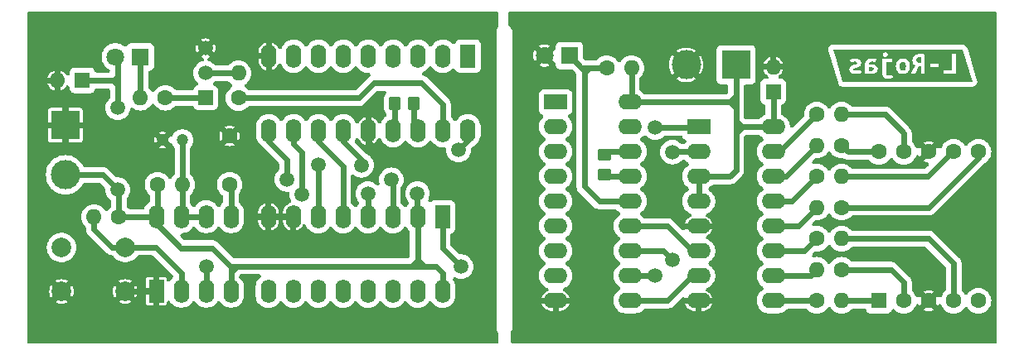
<source format=gbr>
%TF.GenerationSoftware,KiCad,Pcbnew,8.0.5-dirty*%
%TF.CreationDate,2024-09-28T11:23:51-03:00*%
%TF.ProjectId,control_remoto_bcd,636f6e74-726f-46c5-9f72-656d6f746f5f,rev?*%
%TF.SameCoordinates,Original*%
%TF.FileFunction,Copper,L2,Bot*%
%TF.FilePolarity,Positive*%
%FSLAX46Y46*%
G04 Gerber Fmt 4.6, Leading zero omitted, Abs format (unit mm)*
G04 Created by KiCad (PCBNEW 8.0.5-dirty) date 2024-09-28 11:23:51*
%MOMM*%
%LPD*%
G01*
G04 APERTURE LIST*
G04 Aperture macros list*
%AMRoundRect*
0 Rectangle with rounded corners*
0 $1 Rounding radius*
0 $2 $3 $4 $5 $6 $7 $8 $9 X,Y pos of 4 corners*
0 Add a 4 corners polygon primitive as box body*
4,1,4,$2,$3,$4,$5,$6,$7,$8,$9,$2,$3,0*
0 Add four circle primitives for the rounded corners*
1,1,$1+$1,$2,$3*
1,1,$1+$1,$4,$5*
1,1,$1+$1,$6,$7*
1,1,$1+$1,$8,$9*
0 Add four rect primitives between the rounded corners*
20,1,$1+$1,$2,$3,$4,$5,0*
20,1,$1+$1,$4,$5,$6,$7,0*
20,1,$1+$1,$6,$7,$8,$9,0*
20,1,$1+$1,$8,$9,$2,$3,0*%
G04 Aperture macros list end*
%TA.AperFunction,EtchedComponent*%
%ADD10C,0.000000*%
%TD*%
%TA.AperFunction,ComponentPad*%
%ADD11C,1.600000*%
%TD*%
%TA.AperFunction,ComponentPad*%
%ADD12O,1.600000X1.600000*%
%TD*%
%TA.AperFunction,ComponentPad*%
%ADD13R,2.400000X1.600000*%
%TD*%
%TA.AperFunction,ComponentPad*%
%ADD14O,2.400000X1.600000*%
%TD*%
%TA.AperFunction,ComponentPad*%
%ADD15C,2.000000*%
%TD*%
%TA.AperFunction,ComponentPad*%
%ADD16R,1.600000X1.600000*%
%TD*%
%TA.AperFunction,ComponentPad*%
%ADD17R,1.600000X2.400000*%
%TD*%
%TA.AperFunction,ComponentPad*%
%ADD18O,1.600000X2.400000*%
%TD*%
%TA.AperFunction,ComponentPad*%
%ADD19R,1.800000X1.800000*%
%TD*%
%TA.AperFunction,ComponentPad*%
%ADD20C,1.800000*%
%TD*%
%TA.AperFunction,ComponentPad*%
%ADD21R,3.000000X3.000000*%
%TD*%
%TA.AperFunction,ComponentPad*%
%ADD22C,3.000000*%
%TD*%
%TA.AperFunction,ComponentPad*%
%ADD23C,1.200000*%
%TD*%
%TA.AperFunction,ComponentPad*%
%ADD24R,1.500000X1.500000*%
%TD*%
%TA.AperFunction,ComponentPad*%
%ADD25C,1.500000*%
%TD*%
%TA.AperFunction,SMDPad,CuDef*%
%ADD26RoundRect,0.250000X-0.450000X0.350000X-0.450000X-0.350000X0.450000X-0.350000X0.450000X0.350000X0*%
%TD*%
%TA.AperFunction,SMDPad,CuDef*%
%ADD27RoundRect,0.250000X-0.350000X-0.450000X0.350000X-0.450000X0.350000X0.450000X-0.350000X0.450000X0*%
%TD*%
%TA.AperFunction,ViaPad*%
%ADD28C,1.500000*%
%TD*%
%TA.AperFunction,Conductor*%
%ADD29C,0.600000*%
%TD*%
G04 APERTURE END LIST*
D10*
%TA.AperFunction,EtchedComponent*%
%TO.C,kibuzzard-66F5A5AE*%
G36*
X213275528Y-46915321D02*
G01*
X213377305Y-46942785D01*
X213446772Y-46997712D01*
X213472620Y-47091412D01*
X213395076Y-47238423D01*
X213194753Y-47282042D01*
X213068743Y-47280426D01*
X212962120Y-47272349D01*
X212962120Y-46923399D01*
X213055819Y-46912090D01*
X213155981Y-46907244D01*
X213275528Y-46915321D01*
G37*
%TD.AperFunction*%
%TA.AperFunction,EtchedComponent*%
G36*
X218215754Y-45891089D02*
G01*
X218280375Y-45899166D01*
X218280375Y-46500136D01*
X218193137Y-46500136D01*
X218017855Y-46480346D01*
X217899115Y-46420976D01*
X217808646Y-46196420D01*
X217832879Y-46059102D01*
X217905577Y-45963787D01*
X218017855Y-45908052D01*
X218160827Y-45889473D01*
X218215754Y-45891089D01*
G37*
%TD.AperFunction*%
%TA.AperFunction,EtchedComponent*%
G36*
X216561877Y-46385838D02*
G01*
X216660019Y-46479134D01*
X216719389Y-46623318D01*
X216739179Y-46807082D01*
X216721005Y-46991250D01*
X216666481Y-47136646D01*
X216571570Y-47231153D01*
X216432233Y-47262656D01*
X216296126Y-47231153D01*
X216197984Y-47136646D01*
X216138614Y-46991250D01*
X216118824Y-46807082D01*
X216136998Y-46623318D01*
X216191522Y-46479134D01*
X216286433Y-46385838D01*
X216425771Y-46354740D01*
X216561877Y-46385838D01*
G37*
%TD.AperFunction*%
%TA.AperFunction,EtchedComponent*%
G36*
X223516347Y-48384896D02*
G01*
X222527009Y-48384896D01*
X221853880Y-48384896D01*
X220597015Y-48384896D01*
X219217370Y-48384896D01*
X217272297Y-48384896D01*
X216425771Y-48384896D01*
X214920116Y-48384896D01*
X213223832Y-48384896D01*
X211656788Y-48384896D01*
X210962120Y-48384896D01*
X210288991Y-48384896D01*
X209917424Y-47146339D01*
X210962120Y-47146339D01*
X210997661Y-47324045D01*
X211115593Y-47469441D01*
X211330456Y-47566372D01*
X211478275Y-47593027D01*
X211656788Y-47601913D01*
X211839341Y-47590604D01*
X211992814Y-47556679D01*
X212215754Y-47475903D01*
X212154365Y-47143108D01*
X211913654Y-47227115D01*
X211653557Y-47265887D01*
X211430617Y-47244885D01*
X211353073Y-47159263D01*
X211377305Y-47088181D01*
X211445157Y-47038100D01*
X211545318Y-46997712D01*
X211663250Y-46958940D01*
X211840956Y-46899166D01*
X212005738Y-46813544D01*
X212128517Y-46682688D01*
X212142308Y-46626145D01*
X212580859Y-46626145D01*
X212580859Y-47530830D01*
X212839341Y-47576065D01*
X213021086Y-47595451D01*
X213223832Y-47601913D01*
X213487160Y-47576065D01*
X213689099Y-47490443D01*
X213818339Y-47335354D01*
X213863574Y-47101105D01*
X213811877Y-46878165D01*
X213672943Y-46732769D01*
X213472620Y-46653609D01*
X213236756Y-46629376D01*
X213090553Y-46635838D01*
X212962120Y-46655225D01*
X212962120Y-46606759D01*
X213033202Y-46417745D01*
X213130132Y-46360798D01*
X213278759Y-46341816D01*
X213496853Y-46357971D01*
X213666481Y-46396743D01*
X213721409Y-46076872D01*
X213591053Y-46047793D01*
X214328840Y-46047793D01*
X214328840Y-47466210D01*
X214340149Y-47635435D01*
X214374074Y-47774772D01*
X214498468Y-47975095D01*
X214685868Y-48083334D01*
X214920116Y-48115645D01*
X215069551Y-48105952D01*
X215207677Y-48076872D01*
X215337725Y-48032446D01*
X215462927Y-47976711D01*
X215340149Y-47640685D01*
X215144672Y-47726307D01*
X214936271Y-47766695D01*
X214781183Y-47706921D01*
X214726255Y-47485596D01*
X214726255Y-46803851D01*
X215711716Y-46803851D01*
X215724640Y-46976307D01*
X215763412Y-47131800D01*
X215825609Y-47268714D01*
X215908808Y-47385435D01*
X216011796Y-47479942D01*
X216133363Y-47550216D01*
X216271893Y-47593835D01*
X216425771Y-47608375D01*
X216579648Y-47593835D01*
X216666868Y-47566372D01*
X217272297Y-47566372D01*
X217689099Y-47566372D01*
X217769470Y-47376145D01*
X217861958Y-47193189D01*
X217964139Y-47012656D01*
X218073590Y-46829700D01*
X218280375Y-46829700D01*
X218280375Y-47566372D01*
X218677790Y-47566372D01*
X218677790Y-47236808D01*
X220597015Y-47236808D01*
X220597015Y-47566372D01*
X221853880Y-47566372D01*
X221853880Y-45566372D01*
X221453234Y-45566372D01*
X221453234Y-47236808D01*
X220597015Y-47236808D01*
X218677790Y-47236808D01*
X218677790Y-46933092D01*
X219217370Y-46933092D01*
X220102669Y-46933092D01*
X220102669Y-46542139D01*
X219217370Y-46542139D01*
X219217370Y-46933092D01*
X218677790Y-46933092D01*
X218677790Y-45595451D01*
X218550165Y-45571218D01*
X218409616Y-45555063D01*
X218273913Y-45546985D01*
X218160827Y-45543754D01*
X217997661Y-45553447D01*
X217850649Y-45582527D01*
X217721409Y-45631800D01*
X217611554Y-45702074D01*
X217458081Y-45907244D01*
X217418097Y-46042543D01*
X217404769Y-46199651D01*
X217422540Y-46366048D01*
X217475851Y-46516291D01*
X217570359Y-46641493D01*
X217711716Y-46732769D01*
X217595399Y-46918553D01*
X217475851Y-47131800D01*
X217364381Y-47354740D01*
X217272297Y-47566372D01*
X216666868Y-47566372D01*
X216718178Y-47550216D01*
X216840149Y-47479942D01*
X216944349Y-47385435D01*
X217028759Y-47268714D01*
X217091360Y-47131800D01*
X217130132Y-46976307D01*
X217143057Y-46803851D01*
X217129729Y-46633819D01*
X217089745Y-46479134D01*
X217025932Y-46342624D01*
X216941118Y-46227115D01*
X216836514Y-46134223D01*
X216713331Y-46065564D01*
X216575205Y-46023157D01*
X216425771Y-46009021D01*
X216274317Y-46023157D01*
X216136595Y-46065564D01*
X216014624Y-46134223D01*
X215910423Y-46227115D01*
X215826013Y-46342624D01*
X215763412Y-46479134D01*
X215724640Y-46633819D01*
X215711716Y-46803851D01*
X214726255Y-46803851D01*
X214726255Y-46377357D01*
X215340149Y-46377357D01*
X215340149Y-46047793D01*
X214629325Y-46047793D01*
X214328840Y-46047793D01*
X213591053Y-46047793D01*
X213511393Y-46030023D01*
X213373267Y-46014271D01*
X213230294Y-46009021D01*
X213058646Y-46019926D01*
X212918501Y-46052640D01*
X212719793Y-46175418D01*
X212613170Y-46369279D01*
X212580859Y-46626145D01*
X212142308Y-46626145D01*
X212176982Y-46483981D01*
X212139826Y-46301428D01*
X212023509Y-46149570D01*
X211821570Y-46046178D01*
X211686675Y-46018310D01*
X211527548Y-46009021D01*
X211384171Y-46014675D01*
X211251296Y-46031638D01*
X211029971Y-46096258D01*
X211091360Y-46432284D01*
X211262604Y-46378973D01*
X211524317Y-46341816D01*
X211729486Y-46378973D01*
X211782798Y-46458132D01*
X211758565Y-46521137D01*
X211693945Y-46571218D01*
X211600246Y-46614837D01*
X211485544Y-46655225D01*
X211304607Y-46719845D01*
X211134979Y-46808698D01*
X211010585Y-46944401D01*
X210962120Y-47146339D01*
X209917424Y-47146339D01*
X209457004Y-45611606D01*
X214377305Y-45611606D01*
X214451619Y-45795774D01*
X214629325Y-45863625D01*
X214805415Y-45795774D01*
X214878113Y-45611606D01*
X214805415Y-45424207D01*
X214629325Y-45356355D01*
X214451619Y-45424207D01*
X214377305Y-45611606D01*
X209457004Y-45611606D01*
X209299653Y-45087104D01*
X210288991Y-45087104D01*
X210962120Y-45087104D01*
X221853880Y-45087104D01*
X222527009Y-45087104D01*
X223516347Y-48384896D01*
G37*
%TD.AperFunction*%
%TD*%
D11*
%TO.P,R9,1*%
%TO.N,Net-(U6-Qc)*%
X207645000Y-64452500D03*
D12*
%TO.P,R9,2*%
%TO.N,Net-(U7-C)*%
X210185000Y-64452500D03*
%TD*%
D11*
%TO.P,R13,1*%
%TO.N,Net-(U7-D)*%
X210185000Y-67627500D03*
D12*
%TO.P,R13,2*%
%TO.N,Net-(U6-Qd)*%
X207645000Y-67627500D03*
%TD*%
D11*
%TO.P,R11,1*%
%TO.N,Net-(U7-G)*%
X210185000Y-54927500D03*
D12*
%TO.P,R11,2*%
%TO.N,Net-(U6-Qg)*%
X207645000Y-54927500D03*
%TD*%
D11*
%TO.P,R2,1*%
%TO.N,+5V*%
X140325000Y-58928000D03*
D12*
%TO.P,R2,2*%
%TO.N,Net-(U2-DIS)*%
X142865000Y-58928000D03*
%TD*%
D11*
%TO.P,R14,1*%
%TO.N,Net-(U6-Qf)*%
X207645000Y-51752500D03*
D12*
%TO.P,R14,2*%
%TO.N,Net-(U7-F)*%
X210185000Y-51752500D03*
%TD*%
D13*
%TO.P,U6,1,DB*%
%TO.N,Net-(U4-D9)*%
X195580000Y-53022500D03*
D14*
%TO.P,U6,2,DC*%
%TO.N,Net-(U4-D10)*%
X195580000Y-55562500D03*
%TO.P,U6,3,~{LT}*%
%TO.N,+5VD*%
X195580000Y-58102500D03*
%TO.P,U6,4,~{BI}*%
X195580000Y-60642500D03*
%TO.P,U6,5,~{EL}*%
%TO.N,GND1*%
X195580000Y-63182500D03*
%TO.P,U6,6,DD*%
%TO.N,Net-(U4-D11)*%
X195580000Y-65722500D03*
%TO.P,U6,7,DA*%
%TO.N,Net-(U4-D8)*%
X195580000Y-68262500D03*
%TO.P,U6,8,Vss*%
%TO.N,GND1*%
X195580000Y-70802500D03*
%TO.P,U6,9,Qe*%
%TO.N,Net-(U6-Qe)*%
X203200000Y-70802500D03*
%TO.P,U6,10,Qd*%
%TO.N,Net-(U6-Qd)*%
X203200000Y-68262500D03*
%TO.P,U6,11,Qc*%
%TO.N,Net-(U6-Qc)*%
X203200000Y-65722500D03*
%TO.P,U6,12,Qb*%
%TO.N,Net-(U6-Qb)*%
X203200000Y-63182500D03*
%TO.P,U6,13,Qa*%
%TO.N,Net-(U6-Qa)*%
X203200000Y-60642500D03*
%TO.P,U6,14,Qg*%
%TO.N,Net-(U6-Qg)*%
X203200000Y-58102500D03*
%TO.P,U6,15,Qf*%
%TO.N,Net-(U6-Qf)*%
X203200000Y-55562500D03*
%TO.P,U6,16,Vdd*%
%TO.N,+5VD*%
X203200000Y-53022500D03*
%TD*%
D11*
%TO.P,R5,1*%
%TO.N,Net-(Q1-C)*%
X141126000Y-50038000D03*
D12*
%TO.P,R5,2*%
%TO.N,Net-(D2-K)*%
X138586000Y-50038000D03*
%TD*%
D11*
%TO.P,R7,1*%
%TO.N,Net-(Q2-C)*%
X186182000Y-46990000D03*
D12*
%TO.P,R7,2*%
%TO.N,+5VD*%
X188722000Y-46990000D03*
%TD*%
D15*
%TO.P,SW1,1,1*%
%TO.N,GND*%
X137023000Y-69850000D03*
X130523000Y-69850000D03*
%TO.P,SW1,2,2*%
%TO.N,Net-(U2-TR)*%
X137023000Y-65350000D03*
X130523000Y-65350000D03*
%TD*%
D16*
%TO.P,D1,1,K*%
%TO.N,+5V*%
X132647629Y-48259999D03*
D12*
%TO.P,D1,2,A*%
%TO.N,GND*%
X130107629Y-48259999D03*
%TD*%
D17*
%TO.P,U2,1,GND*%
%TO.N,GND*%
X140208000Y-69820000D03*
D18*
%TO.P,U2,2,TR*%
%TO.N,Net-(U2-TR)*%
X142748000Y-69820000D03*
%TO.P,U2,3,Q*%
%TO.N,Net-(U1A-CK)*%
X145288000Y-69820000D03*
%TO.P,U2,4,R*%
%TO.N,+5V*%
X147828000Y-69820000D03*
%TO.P,U2,5,CV*%
%TO.N,Net-(U2-CV)*%
X147828000Y-62200000D03*
%TO.P,U2,6,THR*%
%TO.N,Net-(U2-DIS)*%
X145288000Y-62200000D03*
%TO.P,U2,7,DIS*%
X142748000Y-62200000D03*
%TO.P,U2,8,VCC*%
%TO.N,+5V*%
X140208000Y-62200000D03*
%TD*%
D11*
%TO.P,C1,1*%
%TO.N,Net-(U2-CV)*%
X147691000Y-58928000D03*
%TO.P,C1,2*%
%TO.N,GND*%
X147691000Y-53928000D03*
%TD*%
%TO.P,R4,1*%
%TO.N,Net-(U3-DOUT)*%
X148590000Y-50067000D03*
D12*
%TO.P,R4,2*%
%TO.N,Net-(Q1-B)*%
X148590000Y-47527000D03*
%TD*%
D17*
%TO.P,U3,1,A0*%
%TO.N,unconnected-(U3-A0-Pad1)*%
X172011500Y-45783500D03*
D18*
%TO.P,U3,2,A1*%
%TO.N,unconnected-(U3-A1-Pad2)*%
X169471500Y-45783500D03*
%TO.P,U3,3,A2*%
%TO.N,unconnected-(U3-A2-Pad3)*%
X166931500Y-45783500D03*
%TO.P,U3,4,A3*%
%TO.N,unconnected-(U3-A3-Pad4)*%
X164391500Y-45783500D03*
%TO.P,U3,5,A4*%
%TO.N,unconnected-(U3-A4-Pad5)*%
X161851500Y-45783500D03*
%TO.P,U3,6,A5*%
%TO.N,unconnected-(U3-A5-Pad6)*%
X159311500Y-45783500D03*
%TO.P,U3,7,A6*%
%TO.N,unconnected-(U3-A6-Pad7)*%
X156771500Y-45783500D03*
%TO.P,U3,8,A7*%
%TO.N,unconnected-(U3-A7-Pad8)*%
X154231500Y-45783500D03*
%TO.P,U3,9,VSS*%
%TO.N,GND*%
X151691500Y-45783500D03*
%TO.P,U3,10,AD8*%
%TO.N,Net-(U1A-Q1)*%
X151691500Y-53403500D03*
%TO.P,U3,11,AD9*%
%TO.N,Net-(U1A-Q2)*%
X154231500Y-53403500D03*
%TO.P,U3,12,AD10*%
%TO.N,Net-(U1A-Q3)*%
X156771500Y-53403500D03*
%TO.P,U3,13,AD11*%
%TO.N,Net-(U1A-Q4)*%
X159311500Y-53403500D03*
%TO.P,U3,14,~{TE}*%
%TO.N,GND*%
X161851500Y-53403500D03*
%TO.P,U3,15,OSC2*%
%TO.N,Net-(U3-OSC2)*%
X164391500Y-53403500D03*
%TO.P,U3,16,OSC1*%
%TO.N,Net-(U3-OSC1)*%
X166931500Y-53403500D03*
%TO.P,U3,17,DOUT*%
%TO.N,Net-(U3-DOUT)*%
X169471500Y-53403500D03*
%TO.P,U3,18,VDD*%
%TO.N,+5V*%
X172011500Y-53403500D03*
%TD*%
D19*
%TO.P,D2,1,K*%
%TO.N,Net-(D2-K)*%
X138562000Y-45847000D03*
D20*
%TO.P,D2,2,A*%
%TO.N,+5V*%
X136022000Y-45847000D03*
%TD*%
D16*
%TO.P,U7,1,E*%
%TO.N,Net-(U7-E)*%
X213995000Y-70802500D03*
D11*
%TO.P,U7,2,D*%
%TO.N,Net-(U7-D)*%
X216535000Y-70802500D03*
%TO.P,U7,3,CC*%
%TO.N,GND1*%
X219075000Y-70802500D03*
%TO.P,U7,4,C*%
%TO.N,Net-(U7-C)*%
X221615000Y-70802500D03*
%TO.P,U7,5,DP*%
%TO.N,unconnected-(U7-DP-Pad5)*%
X224155000Y-70802500D03*
%TO.P,U7,6,B*%
%TO.N,Net-(U7-B)*%
X224155000Y-55562500D03*
%TO.P,U7,7,A*%
%TO.N,Net-(U7-A)*%
X221615000Y-55562500D03*
%TO.P,U7,8,CC*%
%TO.N,GND1*%
X219075000Y-55562500D03*
%TO.P,U7,9,F*%
%TO.N,Net-(U7-F)*%
X216535000Y-55562500D03*
%TO.P,U7,10,G*%
%TO.N,Net-(U7-G)*%
X213995000Y-55562500D03*
%TD*%
D19*
%TO.P,Q2,1,C*%
%TO.N,Net-(Q2-C)*%
X182377000Y-45725000D03*
D20*
%TO.P,Q2,2,E*%
%TO.N,GND1*%
X179837000Y-45725000D03*
%TD*%
D13*
%TO.P,U4,1,A0*%
%TO.N,unconnected-(U4-A0-Pad1)*%
X180975000Y-50482500D03*
D14*
%TO.P,U4,2,A1*%
%TO.N,unconnected-(U4-A1-Pad2)*%
X180975000Y-53022500D03*
%TO.P,U4,3,A2*%
%TO.N,unconnected-(U4-A2-Pad3)*%
X180975000Y-55562500D03*
%TO.P,U4,4,A3*%
%TO.N,unconnected-(U4-A3-Pad4)*%
X180975000Y-58102500D03*
%TO.P,U4,5,A4*%
%TO.N,unconnected-(U4-A4-Pad5)*%
X180975000Y-60642500D03*
%TO.P,U4,6,A5*%
%TO.N,unconnected-(U4-A5-Pad6)*%
X180975000Y-63182500D03*
%TO.P,U4,7,A6*%
%TO.N,unconnected-(U4-A6-Pad7)*%
X180975000Y-65722500D03*
%TO.P,U4,8,A7*%
%TO.N,unconnected-(U4-A7-Pad8)*%
X180975000Y-68262500D03*
%TO.P,U4,9,VSS*%
%TO.N,GND1*%
X180975000Y-70802500D03*
%TO.P,U4,10,D8*%
%TO.N,Net-(U4-D8)*%
X188595000Y-70802500D03*
%TO.P,U4,11,D9*%
%TO.N,Net-(U4-D9)*%
X188595000Y-68262500D03*
%TO.P,U4,12,D10*%
%TO.N,Net-(U4-D10)*%
X188595000Y-65722500D03*
%TO.P,U4,13,D11*%
%TO.N,Net-(U4-D11)*%
X188595000Y-63182500D03*
%TO.P,U4,14,DIN*%
%TO.N,Net-(Q2-C)*%
X188595000Y-60642500D03*
%TO.P,U4,15,OSC2*%
%TO.N,Net-(U4-OSC2)*%
X188595000Y-58102500D03*
%TO.P,U4,16,OSC1*%
%TO.N,Net-(U4-OSC1)*%
X188595000Y-55562500D03*
%TO.P,U4,17,VT*%
%TO.N,unconnected-(U4-VT-Pad17)*%
X188595000Y-53022500D03*
%TO.P,U4,18,VDD*%
%TO.N,+5VD*%
X188595000Y-50482500D03*
%TD*%
D17*
%TO.P,U1,1,CK*%
%TO.N,Net-(U1A-CK)*%
X169418000Y-62220000D03*
D18*
%TO.P,U1,2,Enable*%
%TO.N,+5V*%
X166878000Y-62220000D03*
%TO.P,U1,3,Q1*%
%TO.N,Net-(U1A-Q1)*%
X164338000Y-62220000D03*
%TO.P,U1,4,Q2*%
%TO.N,Net-(U1A-Q2)*%
X161798000Y-62220000D03*
%TO.P,U1,5,Q3*%
%TO.N,Net-(U1A-Q3)*%
X159258000Y-62220000D03*
%TO.P,U1,6,Q4*%
%TO.N,Net-(U1A-Q4)*%
X156718000Y-62220000D03*
%TO.P,U1,7,Reset*%
%TO.N,GND*%
X154178000Y-62220000D03*
%TO.P,U1,8,VSS*%
X151638000Y-62220000D03*
%TO.P,U1,9,CK*%
%TO.N,unconnected-(U1B-CK-Pad9)*%
X151638000Y-69840000D03*
%TO.P,U1,10,Enable*%
%TO.N,unconnected-(U1B-Enable-Pad10)*%
X154178000Y-69840000D03*
%TO.P,U1,11,Q1*%
%TO.N,unconnected-(U1B-Q1-Pad11)*%
X156718000Y-69840000D03*
%TO.P,U1,12,Q2*%
%TO.N,unconnected-(U1B-Q2-Pad12)*%
X159258000Y-69840000D03*
%TO.P,U1,13,Q3*%
%TO.N,unconnected-(U1B-Q3-Pad13)*%
X161798000Y-69840000D03*
%TO.P,U1,14,Q4*%
%TO.N,unconnected-(U1B-Q4-Pad14)*%
X164338000Y-69840000D03*
%TO.P,U1,15,Reset*%
%TO.N,unconnected-(U1B-Reset-Pad15)*%
X166878000Y-69840000D03*
%TO.P,U1,16,VDD*%
%TO.N,+5V*%
X169418000Y-69840000D03*
%TD*%
D21*
%TO.P,J1,1,Pin_1*%
%TO.N,GND*%
X130927000Y-52832000D03*
D22*
%TO.P,J1,2,Pin_2*%
%TO.N,+5V*%
X130927000Y-57912000D03*
%TD*%
D23*
%TO.P,C2,1*%
%TO.N,Net-(U2-DIS)*%
X142865000Y-54356000D03*
%TO.P,C2,2*%
%TO.N,GND*%
X140865000Y-54356000D03*
%TD*%
D16*
%TO.P,D3,1,K*%
%TO.N,+5VD*%
X203200000Y-49410330D03*
D12*
%TO.P,D3,2,A*%
%TO.N,GND1*%
X203200000Y-46870330D03*
%TD*%
D11*
%TO.P,R1,1*%
%TO.N,+5V*%
X136388000Y-62230000D03*
D12*
%TO.P,R1,2*%
%TO.N,Net-(U2-TR)*%
X133848000Y-62230000D03*
%TD*%
D24*
%TO.P,Q1,1,C*%
%TO.N,Net-(Q1-C)*%
X145230000Y-50038000D03*
D25*
%TO.P,Q1,2,B*%
%TO.N,Net-(Q1-B)*%
X145230000Y-47498000D03*
%TO.P,Q1,3,E*%
%TO.N,GND*%
X145230000Y-44958000D03*
%TD*%
D11*
%TO.P,R8,1*%
%TO.N,Net-(U6-Qa)*%
X207645000Y-58102500D03*
D12*
%TO.P,R8,2*%
%TO.N,Net-(U7-A)*%
X210185000Y-58102500D03*
%TD*%
D11*
%TO.P,R10,1*%
%TO.N,Net-(U6-Qe)*%
X207645000Y-70802500D03*
D12*
%TO.P,R10,2*%
%TO.N,Net-(U7-E)*%
X210185000Y-70802500D03*
%TD*%
D11*
%TO.P,R12,1*%
%TO.N,Net-(U7-B)*%
X210185000Y-61277500D03*
D12*
%TO.P,R12,2*%
%TO.N,Net-(U6-Qb)*%
X207645000Y-61277500D03*
%TD*%
D21*
%TO.P,J2,1,Pin_1*%
%TO.N,+5VD*%
X199390000Y-46672500D03*
D22*
%TO.P,J2,2,Pin_2*%
%TO.N,GND1*%
X194310000Y-46672500D03*
%TD*%
D26*
%TO.P,R6,1*%
%TO.N,Net-(U4-OSC1)*%
X185928000Y-55896000D03*
%TO.P,R6,2*%
%TO.N,Net-(U4-OSC2)*%
X185928000Y-57896000D03*
%TD*%
D27*
%TO.P,R3,1*%
%TO.N,Net-(U3-OSC2)*%
X164518500Y-50609500D03*
%TO.P,R3,2*%
%TO.N,Net-(U3-OSC1)*%
X166518500Y-50609500D03*
%TD*%
D28*
%TO.N,+5V*%
X171059000Y-55372000D03*
X166868989Y-59817989D03*
X136261000Y-51054000D03*
X136261000Y-59436000D03*
%TO.N,Net-(U4-D10)*%
X192938400Y-66649600D03*
X192901771Y-55604393D03*
%TO.N,Net-(U4-D9)*%
X191135000Y-68262500D03*
X191135000Y-53084266D03*
%TO.N,Net-(U1A-Q4)*%
X156718000Y-56896000D03*
X161153000Y-56945610D03*
%TO.N,Net-(U1A-Q1)*%
X153533000Y-58395610D03*
X164201000Y-58420000D03*
%TO.N,Net-(U1A-CK)*%
X145288000Y-67310000D03*
X171313000Y-67310000D03*
%TO.N,Net-(U1A-Q2)*%
X161798000Y-59845610D03*
X155057000Y-59944000D03*
%TD*%
D29*
%TO.N,GND*%
X161851500Y-54546500D02*
X162931000Y-55626000D01*
X161851500Y-53403500D02*
X161851500Y-54546500D01*
X140208000Y-69820000D02*
X137053000Y-69820000D01*
X137053000Y-69820000D02*
X137023000Y-69850000D01*
X154178000Y-62220000D02*
X151638000Y-62220000D01*
%TO.N,Net-(U2-CV)*%
X147691000Y-59182000D02*
X147828000Y-59319000D01*
X147828000Y-59319000D02*
X147828000Y-62200000D01*
%TO.N,Net-(U2-DIS)*%
X142748000Y-62200000D02*
X145288000Y-62200000D01*
X142865000Y-58928000D02*
X142865000Y-54356000D01*
X142865000Y-58928000D02*
X142865000Y-62083000D01*
X142865000Y-62083000D02*
X142748000Y-62200000D01*
%TO.N,+5V*%
X168743000Y-67280000D02*
X169418000Y-67955000D01*
X147828000Y-67915000D02*
X148463000Y-67280000D01*
X166868989Y-62210989D02*
X166868989Y-59817989D01*
X136261000Y-51054000D02*
X136261000Y-48768000D01*
X171059000Y-55372000D02*
X172011500Y-54419500D01*
X136388000Y-59563000D02*
X136388000Y-62230000D01*
X140325000Y-62083000D02*
X140208000Y-62200000D01*
X135880001Y-48259999D02*
X136261000Y-47879000D01*
X136261000Y-47879000D02*
X136261000Y-46086000D01*
X166878000Y-67270000D02*
X166878000Y-66040000D01*
X140208000Y-62875000D02*
X142738000Y-65405000D01*
X147828000Y-67915000D02*
X147828000Y-67280000D01*
X135636000Y-48259999D02*
X135752999Y-48259999D01*
X147828000Y-69820000D02*
X147828000Y-67915000D01*
X136261000Y-46086000D02*
X136022000Y-45847000D01*
X136261000Y-59436000D02*
X136388000Y-59563000D01*
X166878000Y-66040000D02*
X166878000Y-66635000D01*
X140208000Y-62200000D02*
X140208000Y-62875000D01*
X136261000Y-48768000D02*
X136261000Y-47879000D01*
X166233000Y-67280000D02*
X167503000Y-67280000D01*
X147788000Y-67280000D02*
X147828000Y-67280000D01*
X136261000Y-59436000D02*
X134737000Y-57912000D01*
X166878000Y-66040000D02*
X166878000Y-66655000D01*
X148463000Y-67280000D02*
X166233000Y-67280000D01*
X136388000Y-62230000D02*
X140178000Y-62230000D01*
X166868000Y-67280000D02*
X166878000Y-67270000D01*
X140178000Y-62230000D02*
X140208000Y-62200000D01*
X166878000Y-66655000D02*
X167503000Y-67280000D01*
X166878000Y-62220000D02*
X166868989Y-62210989D01*
X166878000Y-66635000D02*
X166233000Y-67280000D01*
X135752999Y-48259999D02*
X136261000Y-48768000D01*
X135636000Y-48259999D02*
X135880001Y-48259999D01*
X166878000Y-66040000D02*
X166878000Y-62220000D01*
X148463000Y-67280000D02*
X147828000Y-67280000D01*
X134737000Y-57912000D02*
X130927000Y-57912000D01*
X169418000Y-67955000D02*
X169418000Y-69840000D01*
X140325000Y-58928000D02*
X140325000Y-62083000D01*
X132647629Y-48259999D02*
X135636000Y-48259999D01*
X142738000Y-65405000D02*
X145913000Y-65405000D01*
X167503000Y-67280000D02*
X168743000Y-67280000D01*
X145913000Y-65405000D02*
X147788000Y-67280000D01*
X172011500Y-54419500D02*
X172011500Y-53403500D01*
%TO.N,Net-(D2-K)*%
X138562000Y-45847000D02*
X138562000Y-45857000D01*
X138586000Y-45871000D02*
X138562000Y-45847000D01*
X138586000Y-50038000D02*
X138586000Y-45871000D01*
%TO.N,+5VD*%
X198755000Y-50482500D02*
X199390000Y-49847500D01*
X195580000Y-58102500D02*
X198755000Y-58102500D01*
X203200000Y-49410330D02*
X203200000Y-53022500D01*
X199390000Y-54292500D02*
X199390000Y-53022500D01*
X199390000Y-53022500D02*
X199390000Y-51752500D01*
X199390000Y-49847500D02*
X199390000Y-52387500D01*
X188722000Y-47434500D02*
X188722000Y-50355500D01*
X188595000Y-50482500D02*
X198755000Y-50482500D01*
X199390000Y-51117500D02*
X199390000Y-51752500D01*
X198755000Y-50482500D02*
X199390000Y-51117500D01*
X200025000Y-53022500D02*
X199390000Y-53022500D01*
X195580000Y-60642500D02*
X195580000Y-58102500D01*
X200025000Y-53022500D02*
X199390000Y-53657500D01*
X198755000Y-58102500D02*
X199390000Y-57467500D01*
X199390000Y-57467500D02*
X199390000Y-54292500D01*
X199390000Y-52387500D02*
X200025000Y-53022500D01*
X199390000Y-53657500D02*
X199390000Y-54292500D01*
X199390000Y-46672500D02*
X199390000Y-49847500D01*
X188722000Y-50355500D02*
X188595000Y-50482500D01*
X188595000Y-47307500D02*
X188722000Y-47434500D01*
X203200000Y-53022500D02*
X200025000Y-53022500D01*
X199390000Y-51752500D02*
X199390000Y-52387500D01*
%TO.N,Net-(Q1-C)*%
X145230000Y-50038000D02*
X141126000Y-50038000D01*
%TO.N,Net-(Q1-B)*%
X148590000Y-47527000D02*
X145259000Y-47527000D01*
X145259000Y-47527000D02*
X145230000Y-47498000D01*
%TO.N,Net-(Q2-C)*%
X183896000Y-47752000D02*
X183896000Y-47508000D01*
X183515000Y-46863000D02*
X183896000Y-47244000D01*
X183896000Y-47508000D02*
X184404000Y-47000000D01*
X183515000Y-46863000D02*
X183652000Y-47000000D01*
X182377000Y-45725000D02*
X183515000Y-46863000D01*
X183896000Y-47752000D02*
X183896000Y-59118500D01*
X183652000Y-47000000D02*
X184404000Y-47000000D01*
X183896000Y-47244000D02*
X183896000Y-47752000D01*
X184404000Y-47000000D02*
X186172000Y-47000000D01*
X185420000Y-60642500D02*
X188595000Y-60642500D01*
X183896000Y-59118500D02*
X185420000Y-60642500D01*
X186172000Y-47000000D02*
X186182000Y-46990000D01*
%TO.N,Net-(U2-TR)*%
X133848000Y-63500000D02*
X135698000Y-65350000D01*
X133848000Y-62230000D02*
X133848000Y-63500000D01*
X140143000Y-65350000D02*
X142748000Y-67955000D01*
X142748000Y-67955000D02*
X142748000Y-69820000D01*
X137023000Y-65350000D02*
X140143000Y-65350000D01*
X135698000Y-65350000D02*
X137023000Y-65350000D01*
%TO.N,Net-(U3-OSC1)*%
X166518500Y-52990500D02*
X166931500Y-53403500D01*
X166518500Y-50609500D02*
X166518500Y-52990500D01*
%TO.N,Net-(U3-OSC2)*%
X164518500Y-53276500D02*
X164391500Y-53403500D01*
X164518500Y-50609500D02*
X164518500Y-53276500D01*
%TO.N,Net-(U3-DOUT)*%
X169471500Y-50736500D02*
X169471500Y-53403500D01*
X148590000Y-50067000D02*
X160880000Y-50067000D01*
X162433000Y-48514000D02*
X167249000Y-48514000D01*
X160880000Y-50067000D02*
X162433000Y-48514000D01*
X167249000Y-48514000D02*
X169471500Y-50736500D01*
%TO.N,Net-(U4-OSC1)*%
X186261500Y-55562500D02*
X185928000Y-55896000D01*
X188595000Y-55562500D02*
X186261500Y-55562500D01*
%TO.N,Net-(U4-OSC2)*%
X186134500Y-58102500D02*
X188595000Y-58102500D01*
X185928000Y-57896000D02*
X186134500Y-58102500D01*
X188810000Y-58317500D02*
X188595000Y-58102500D01*
%TO.N,Net-(U7-A)*%
X210185000Y-58102500D02*
X219013750Y-58102500D01*
X219013750Y-58102500D02*
X221553750Y-55562500D01*
X221553750Y-55562500D02*
X221615000Y-55562500D01*
%TO.N,Net-(U6-Qa)*%
X205105000Y-60642500D02*
X207645000Y-58102500D01*
X203200000Y-60642500D02*
X205105000Y-60642500D01*
%TO.N,Net-(U7-C)*%
X210185000Y-64452500D02*
X219075000Y-64452500D01*
X221615000Y-66992500D02*
X221615000Y-70802500D01*
X219075000Y-64452500D02*
X221615000Y-66992500D01*
%TO.N,Net-(U6-Qc)*%
X206375000Y-65722500D02*
X207645000Y-64452500D01*
X203200000Y-65722500D02*
X206375000Y-65722500D01*
%TO.N,Net-(U7-E)*%
X210185000Y-70802500D02*
X213995000Y-70802500D01*
%TO.N,Net-(U6-Qe)*%
X203200000Y-70802500D02*
X207645000Y-70802500D01*
%TO.N,Net-(U6-Qg)*%
X204470000Y-58102500D02*
X207645000Y-54927500D01*
X203200000Y-58102500D02*
X204470000Y-58102500D01*
%TO.N,Net-(U7-G)*%
X210185000Y-54927500D02*
X210820000Y-55562500D01*
X210820000Y-55562500D02*
X213995000Y-55562500D01*
%TO.N,Net-(U6-Qb)*%
X203200000Y-63182500D02*
X205740000Y-63182500D01*
X205740000Y-63182500D02*
X207645000Y-61277500D01*
%TO.N,Net-(U7-B)*%
X210185000Y-61277500D02*
X219075000Y-61277500D01*
X219075000Y-61277500D02*
X224155000Y-56197500D01*
X224155000Y-56197500D02*
X224155000Y-55562500D01*
%TO.N,Net-(U7-D)*%
X215265000Y-67627500D02*
X216535000Y-68897500D01*
X210185000Y-67627500D02*
X215265000Y-67627500D01*
X216535000Y-68897500D02*
X216535000Y-70802500D01*
%TO.N,Net-(U6-Qd)*%
X203200000Y-68262500D02*
X207010000Y-68262500D01*
X207010000Y-68262500D02*
X207645000Y-67627500D01*
%TO.N,Net-(U6-Qf)*%
X203835000Y-55562500D02*
X207645000Y-51752500D01*
X203200000Y-55562500D02*
X203835000Y-55562500D01*
%TO.N,Net-(U7-F)*%
X210185000Y-51752500D02*
X214630000Y-51752500D01*
X216535000Y-53657500D02*
X216535000Y-55562500D01*
X214630000Y-51752500D02*
X216535000Y-53657500D01*
%TO.N,Net-(U4-D11)*%
X192405000Y-63182500D02*
X188595000Y-63182500D01*
X194945000Y-65722500D02*
X192405000Y-63182500D01*
%TO.N,Net-(U4-D10)*%
X192943664Y-55562500D02*
X192901771Y-55604393D01*
X192938400Y-66649600D02*
X191988855Y-65700055D01*
X191988855Y-65700055D02*
X188617445Y-65700055D01*
X188617445Y-65700055D02*
X188595000Y-65722500D01*
X195580000Y-55562500D02*
X192943664Y-55562500D01*
%TO.N,Net-(U4-D9)*%
X195518234Y-53084266D02*
X195580000Y-53022500D01*
X188595000Y-68262500D02*
X191135000Y-68262500D01*
X191135000Y-53084266D02*
X195518234Y-53084266D01*
%TO.N,Net-(U4-D8)*%
X192405000Y-70802500D02*
X188595000Y-70802500D01*
X194945000Y-68262500D02*
X192405000Y-70802500D01*
%TO.N,Net-(U1A-Q4)*%
X159311500Y-53403500D02*
X159311500Y-54546500D01*
X159311500Y-54546500D02*
X161153000Y-56388000D01*
X161153000Y-56388000D02*
X161153000Y-56945610D01*
X156718000Y-56896000D02*
X156718000Y-62220000D01*
%TO.N,Net-(U1A-Q1)*%
X164338000Y-58557000D02*
X164201000Y-58420000D01*
X153533000Y-56388000D02*
X151691500Y-54546500D01*
X164328000Y-62210000D02*
X164338000Y-62220000D01*
X164338000Y-62220000D02*
X164338000Y-58557000D01*
X151691500Y-54546500D02*
X151691500Y-53403500D01*
X153533000Y-58395610D02*
X153533000Y-56388000D01*
%TO.N,Net-(U1A-Q3)*%
X159258000Y-57033000D02*
X159258000Y-62220000D01*
X156771500Y-54546500D02*
X159258000Y-57033000D01*
X156771500Y-53403500D02*
X156771500Y-54546500D01*
X156771500Y-54215646D02*
X156771500Y-53403500D01*
%TO.N,Net-(U1A-CK)*%
X169418000Y-65415000D02*
X169418000Y-62220000D01*
X171313000Y-67310000D02*
X169418000Y-65415000D01*
X145288000Y-67310000D02*
X145288000Y-69820000D01*
%TO.N,Net-(U1A-Q2)*%
X155057000Y-55626000D02*
X154231500Y-54800500D01*
X161798000Y-59845610D02*
X161798000Y-62220000D01*
X154231500Y-54800500D02*
X154231500Y-53403500D01*
X155057000Y-59944000D02*
X155057000Y-55626000D01*
%TD*%
%TA.AperFunction,Conductor*%
%TO.N,GND*%
G36*
X175020343Y-41212207D02*
G01*
X175089584Y-41267426D01*
X175128011Y-41347218D01*
X175133000Y-41391500D01*
X175133000Y-42678757D01*
X175113293Y-42765100D01*
X175074715Y-42819470D01*
X175021502Y-42872683D01*
X175021501Y-42872683D01*
X174955608Y-42986814D01*
X174921500Y-43114108D01*
X174921500Y-73713936D01*
X174955608Y-73841230D01*
X175021500Y-73955358D01*
X175021501Y-73955359D01*
X175074714Y-74008572D01*
X175121833Y-74083560D01*
X175133000Y-74149286D01*
X175133000Y-74992500D01*
X175113293Y-75078843D01*
X175058074Y-75148084D01*
X174978282Y-75186511D01*
X174934000Y-75191500D01*
X127229500Y-75191500D01*
X127143157Y-75171793D01*
X127073916Y-75116574D01*
X127035489Y-75036782D01*
X127030500Y-74992500D01*
X127030500Y-69850000D01*
X129268225Y-69850000D01*
X129287289Y-70067895D01*
X129343894Y-70279151D01*
X129343895Y-70279153D01*
X129436332Y-70477387D01*
X129436333Y-70477388D01*
X129450753Y-70497981D01*
X129450754Y-70497982D01*
X129984269Y-69964466D01*
X130010482Y-70062292D01*
X130082890Y-70187708D01*
X130185292Y-70290110D01*
X130310708Y-70362518D01*
X130408533Y-70388730D01*
X129875016Y-70922245D01*
X129895610Y-70936665D01*
X129895618Y-70936669D01*
X130093846Y-71029104D01*
X130093848Y-71029105D01*
X130305104Y-71085710D01*
X130523000Y-71104774D01*
X130740895Y-71085710D01*
X130952150Y-71029105D01*
X131150383Y-70936669D01*
X131150388Y-70936666D01*
X131170982Y-70922245D01*
X130637467Y-70388730D01*
X130735292Y-70362518D01*
X130860708Y-70290110D01*
X130963110Y-70187708D01*
X131035518Y-70062292D01*
X131061730Y-69964466D01*
X131595245Y-70497981D01*
X131609666Y-70477388D01*
X131609669Y-70477383D01*
X131702105Y-70279150D01*
X131758710Y-70067895D01*
X131777774Y-69850000D01*
X135768225Y-69850000D01*
X135787289Y-70067895D01*
X135843894Y-70279151D01*
X135843895Y-70279153D01*
X135936332Y-70477387D01*
X135936333Y-70477388D01*
X135950753Y-70497981D01*
X135950754Y-70497982D01*
X136484269Y-69964466D01*
X136510482Y-70062292D01*
X136582890Y-70187708D01*
X136685292Y-70290110D01*
X136810708Y-70362518D01*
X136908533Y-70388730D01*
X136375016Y-70922245D01*
X136395610Y-70936665D01*
X136395618Y-70936669D01*
X136593846Y-71029104D01*
X136593848Y-71029105D01*
X136805104Y-71085710D01*
X137023000Y-71104774D01*
X137240895Y-71085710D01*
X137394235Y-71044623D01*
X139158000Y-71044623D01*
X139172505Y-71117545D01*
X139172505Y-71117546D01*
X139227759Y-71200239D01*
X139227760Y-71200240D01*
X139310453Y-71255494D01*
X139383377Y-71270000D01*
X139908000Y-71270000D01*
X139908000Y-70120000D01*
X139158000Y-70120000D01*
X139158000Y-71044623D01*
X137394235Y-71044623D01*
X137452150Y-71029105D01*
X137650383Y-70936669D01*
X137650388Y-70936666D01*
X137670981Y-70922245D01*
X137137467Y-70388730D01*
X137235292Y-70362518D01*
X137360708Y-70290110D01*
X137463110Y-70187708D01*
X137535518Y-70062292D01*
X137561730Y-69964466D01*
X138095245Y-70497981D01*
X138109666Y-70477388D01*
X138109669Y-70477383D01*
X138202105Y-70279150D01*
X138258710Y-70067895D01*
X138277774Y-69850000D01*
X138258710Y-69632104D01*
X138202104Y-69420845D01*
X138202104Y-69420844D01*
X138109668Y-69222615D01*
X138109666Y-69222610D01*
X138095247Y-69202017D01*
X138095244Y-69202017D01*
X137561730Y-69735532D01*
X137535518Y-69637708D01*
X137463110Y-69512292D01*
X137360708Y-69409890D01*
X137235292Y-69337482D01*
X137137467Y-69311269D01*
X137670982Y-68777754D01*
X137670981Y-68777753D01*
X137650388Y-68763333D01*
X137650387Y-68763332D01*
X137452153Y-68670895D01*
X137452151Y-68670894D01*
X137240895Y-68614289D01*
X137024726Y-68595376D01*
X139158000Y-68595376D01*
X139158000Y-69520000D01*
X139908000Y-69520000D01*
X139908000Y-68370000D01*
X139383377Y-68370000D01*
X139310454Y-68384505D01*
X139310453Y-68384505D01*
X139227760Y-68439759D01*
X139227759Y-68439760D01*
X139172505Y-68522453D01*
X139172505Y-68522454D01*
X139158000Y-68595376D01*
X137024726Y-68595376D01*
X137023000Y-68595225D01*
X136805104Y-68614289D01*
X136593845Y-68670895D01*
X136593844Y-68670895D01*
X136395614Y-68763331D01*
X136375017Y-68777753D01*
X136908533Y-69311269D01*
X136810708Y-69337482D01*
X136685292Y-69409890D01*
X136582890Y-69512292D01*
X136510482Y-69637708D01*
X136484269Y-69735532D01*
X135950753Y-69202017D01*
X135936331Y-69222614D01*
X135843895Y-69420844D01*
X135843895Y-69420845D01*
X135787289Y-69632104D01*
X135768225Y-69850000D01*
X131777774Y-69850000D01*
X131758710Y-69632104D01*
X131702104Y-69420845D01*
X131702104Y-69420844D01*
X131609668Y-69222615D01*
X131609666Y-69222610D01*
X131595247Y-69202017D01*
X131595244Y-69202017D01*
X131061730Y-69735532D01*
X131035518Y-69637708D01*
X130963110Y-69512292D01*
X130860708Y-69409890D01*
X130735292Y-69337482D01*
X130637467Y-69311269D01*
X131170982Y-68777754D01*
X131170981Y-68777753D01*
X131150388Y-68763333D01*
X131150387Y-68763332D01*
X130952153Y-68670895D01*
X130952151Y-68670894D01*
X130740895Y-68614289D01*
X130523000Y-68595225D01*
X130305104Y-68614289D01*
X130093845Y-68670895D01*
X130093844Y-68670895D01*
X129895614Y-68763331D01*
X129875017Y-68777753D01*
X130408533Y-69311269D01*
X130310708Y-69337482D01*
X130185292Y-69409890D01*
X130082890Y-69512292D01*
X130010482Y-69637708D01*
X129984269Y-69735533D01*
X129450753Y-69202017D01*
X129436331Y-69222614D01*
X129343895Y-69420844D01*
X129343895Y-69420845D01*
X129287289Y-69632104D01*
X129268225Y-69850000D01*
X127030500Y-69850000D01*
X127030500Y-65349995D01*
X129017357Y-65349995D01*
X129017357Y-65350004D01*
X129037890Y-65597813D01*
X129037891Y-65597820D01*
X129037892Y-65597821D01*
X129087617Y-65794181D01*
X129098938Y-65838883D01*
X129198824Y-66066603D01*
X129198829Y-66066611D01*
X129334831Y-66274779D01*
X129334833Y-66274782D01*
X129503249Y-66457732D01*
X129503256Y-66457738D01*
X129699490Y-66610473D01*
X129699493Y-66610475D01*
X129918185Y-66728826D01*
X129918188Y-66728827D01*
X129918190Y-66728828D01*
X130153386Y-66809571D01*
X130398665Y-66850500D01*
X130398668Y-66850500D01*
X130647332Y-66850500D01*
X130647335Y-66850500D01*
X130892614Y-66809571D01*
X131127810Y-66728828D01*
X131346509Y-66610474D01*
X131542744Y-66457738D01*
X131711164Y-66274785D01*
X131847173Y-66066607D01*
X131848039Y-66064634D01*
X131893427Y-65961158D01*
X131947063Y-65838881D01*
X132008108Y-65597821D01*
X132028643Y-65350000D01*
X132027496Y-65336158D01*
X132008109Y-65102186D01*
X132008108Y-65102183D01*
X132008108Y-65102179D01*
X131947063Y-64861119D01*
X131874461Y-64695603D01*
X131847175Y-64633396D01*
X131847170Y-64633388D01*
X131711168Y-64425220D01*
X131711166Y-64425217D01*
X131542750Y-64242267D01*
X131542743Y-64242261D01*
X131346509Y-64089526D01*
X131346506Y-64089524D01*
X131127814Y-63971173D01*
X131027038Y-63936577D01*
X130892614Y-63890429D01*
X130822534Y-63878735D01*
X130647340Y-63849500D01*
X130647335Y-63849500D01*
X130398665Y-63849500D01*
X130398659Y-63849500D01*
X130188425Y-63884582D01*
X130153386Y-63890429D01*
X130108880Y-63905708D01*
X129918185Y-63971173D01*
X129699493Y-64089524D01*
X129699490Y-64089526D01*
X129503256Y-64242261D01*
X129503249Y-64242267D01*
X129334833Y-64425217D01*
X129334831Y-64425220D01*
X129198829Y-64633388D01*
X129198824Y-64633396D01*
X129098938Y-64861116D01*
X129037890Y-65102186D01*
X129017357Y-65349995D01*
X127030500Y-65349995D01*
X127030500Y-57912000D01*
X128921390Y-57912000D01*
X128941803Y-58197427D01*
X129002631Y-58477048D01*
X129102633Y-58745161D01*
X129239771Y-58996311D01*
X129239774Y-58996315D01*
X129411261Y-59225395D01*
X129411265Y-59225399D01*
X129411268Y-59225403D01*
X129613596Y-59427731D01*
X129613599Y-59427733D01*
X129613605Y-59427739D01*
X129837072Y-59595024D01*
X129842688Y-59599228D01*
X129937293Y-59650886D01*
X130093839Y-59736367D01*
X130361954Y-59836369D01*
X130641572Y-59897196D01*
X130641571Y-59897196D01*
X130660622Y-59898558D01*
X130927000Y-59917610D01*
X131212428Y-59897196D01*
X131492046Y-59836369D01*
X131760161Y-59736367D01*
X132011315Y-59599226D01*
X132240395Y-59427739D01*
X132442739Y-59225395D01*
X132614226Y-58996315D01*
X132694484Y-58849335D01*
X132712615Y-58816130D01*
X132771291Y-58749793D01*
X132852939Y-58715484D01*
X132887273Y-58712500D01*
X134322994Y-58712500D01*
X134409337Y-58732207D01*
X134463708Y-58770786D01*
X134950017Y-59257095D01*
X134997136Y-59332083D01*
X135007546Y-59415145D01*
X135005723Y-59435991D01*
X135005723Y-59435997D01*
X135005723Y-59436000D01*
X135009810Y-59482712D01*
X135024792Y-59653972D01*
X135024793Y-59653979D01*
X135081424Y-59865328D01*
X135081427Y-59865335D01*
X135173897Y-60063638D01*
X135173899Y-60063642D01*
X135299400Y-60242875D01*
X135299401Y-60242876D01*
X135299402Y-60242877D01*
X135454123Y-60397598D01*
X135454127Y-60397601D01*
X135454132Y-60397605D01*
X135502640Y-60431570D01*
X135562065Y-60497237D01*
X135587113Y-60582184D01*
X135587500Y-60594582D01*
X135587500Y-61108885D01*
X135567793Y-61195228D01*
X135529215Y-61249599D01*
X135387949Y-61390865D01*
X135281011Y-61543590D01*
X135215344Y-61603015D01*
X135130397Y-61628063D01*
X135042994Y-61613772D01*
X134970447Y-61562975D01*
X134954989Y-61543590D01*
X134848049Y-61390863D01*
X134687141Y-61229955D01*
X134687139Y-61229953D01*
X134500734Y-61099432D01*
X134294496Y-61003261D01*
X134294497Y-61003261D01*
X134294490Y-61003258D01*
X134074704Y-60944367D01*
X134074692Y-60944365D01*
X133848000Y-60924532D01*
X133621307Y-60944365D01*
X133621295Y-60944367D01*
X133401509Y-61003258D01*
X133195266Y-61099432D01*
X133008858Y-61229955D01*
X132847955Y-61390858D01*
X132717432Y-61577266D01*
X132621258Y-61783509D01*
X132562367Y-62003295D01*
X132562365Y-62003307D01*
X132542532Y-62230000D01*
X132562365Y-62456692D01*
X132562367Y-62456704D01*
X132621258Y-62676490D01*
X132621261Y-62676496D01*
X132717432Y-62882734D01*
X132847953Y-63069139D01*
X132847955Y-63069141D01*
X132989214Y-63210400D01*
X133036333Y-63285388D01*
X133047500Y-63351114D01*
X133047500Y-63421158D01*
X133047500Y-63578842D01*
X133060841Y-63645909D01*
X133078262Y-63733493D01*
X133078264Y-63733500D01*
X133138603Y-63879174D01*
X133138607Y-63879181D01*
X133146123Y-63890429D01*
X133226211Y-64010289D01*
X135076211Y-65860289D01*
X135187711Y-65971789D01*
X135296435Y-66044436D01*
X135318818Y-66059392D01*
X135318825Y-66059396D01*
X135391662Y-66089565D01*
X135464503Y-66119737D01*
X135619158Y-66150500D01*
X135645943Y-66150500D01*
X135732286Y-66170207D01*
X135801527Y-66225426D01*
X135812538Y-66240655D01*
X135834832Y-66274779D01*
X135834836Y-66274785D01*
X136003249Y-66457732D01*
X136003256Y-66457738D01*
X136199490Y-66610473D01*
X136199493Y-66610475D01*
X136418185Y-66728826D01*
X136418188Y-66728827D01*
X136418190Y-66728828D01*
X136653386Y-66809571D01*
X136898665Y-66850500D01*
X136898668Y-66850500D01*
X137147332Y-66850500D01*
X137147335Y-66850500D01*
X137392614Y-66809571D01*
X137627810Y-66728828D01*
X137846509Y-66610474D01*
X138042744Y-66457738D01*
X138211164Y-66274785D01*
X138233460Y-66240657D01*
X138297183Y-66179153D01*
X138381281Y-66151388D01*
X138400057Y-66150500D01*
X139728994Y-66150500D01*
X139815337Y-66170207D01*
X139869708Y-66208786D01*
X141854154Y-68193231D01*
X141901273Y-68268219D01*
X141911189Y-68356226D01*
X141881938Y-68439819D01*
X141854156Y-68474658D01*
X141756031Y-68572784D01*
X141635712Y-68738390D01*
X141635705Y-68738403D01*
X141634307Y-68741147D01*
X141633240Y-68742423D01*
X141631621Y-68745067D01*
X141631232Y-68744829D01*
X141577547Y-68809131D01*
X141496910Y-68845754D01*
X141408369Y-68843763D01*
X141329460Y-68803554D01*
X141275812Y-68733089D01*
X141258000Y-68650797D01*
X141258000Y-68595376D01*
X141243494Y-68522454D01*
X141243494Y-68522453D01*
X141188240Y-68439760D01*
X141188239Y-68439759D01*
X141105546Y-68384505D01*
X141032623Y-68370000D01*
X140508000Y-68370000D01*
X140508000Y-69554314D01*
X140453606Y-69499920D01*
X140362394Y-69447259D01*
X140260661Y-69420000D01*
X140155339Y-69420000D01*
X140053606Y-69447259D01*
X139962394Y-69499920D01*
X139887920Y-69574394D01*
X139835259Y-69665606D01*
X139808000Y-69767339D01*
X139808000Y-69872661D01*
X139835259Y-69974394D01*
X139887920Y-70065606D01*
X139962394Y-70140080D01*
X140053606Y-70192741D01*
X140155339Y-70220000D01*
X140260661Y-70220000D01*
X140362394Y-70192741D01*
X140453606Y-70140080D01*
X140508000Y-70085686D01*
X140508000Y-71270000D01*
X141032623Y-71270000D01*
X141105545Y-71255494D01*
X141105546Y-71255494D01*
X141188239Y-71200240D01*
X141188240Y-71200239D01*
X141243494Y-71117546D01*
X141243494Y-71117545D01*
X141258000Y-71044623D01*
X141258000Y-70989202D01*
X141277707Y-70902859D01*
X141332926Y-70833618D01*
X141412718Y-70795191D01*
X141501282Y-70795191D01*
X141581074Y-70833618D01*
X141631278Y-70895142D01*
X141631621Y-70894933D01*
X141633170Y-70897461D01*
X141634311Y-70898859D01*
X141635709Y-70901604D01*
X141635712Y-70901609D01*
X141699352Y-70989202D01*
X141756034Y-71067219D01*
X141900781Y-71211966D01*
X141960693Y-71255494D01*
X142066390Y-71332287D01*
X142066400Y-71332293D01*
X142248768Y-71425214D01*
X142248775Y-71425216D01*
X142248781Y-71425220D01*
X142443466Y-71488477D01*
X142645648Y-71520500D01*
X142645649Y-71520500D01*
X142850351Y-71520500D01*
X142850352Y-71520500D01*
X143052534Y-71488477D01*
X143247219Y-71425220D01*
X143247231Y-71425214D01*
X143429599Y-71332293D01*
X143429603Y-71332290D01*
X143429610Y-71332287D01*
X143595219Y-71211966D01*
X143739966Y-71067219D01*
X143857007Y-70906123D01*
X143923699Y-70847856D01*
X144009070Y-70824294D01*
X144096211Y-70840107D01*
X144167860Y-70892163D01*
X144178984Y-70906112D01*
X144296034Y-71067219D01*
X144440781Y-71211966D01*
X144500693Y-71255494D01*
X144606390Y-71332287D01*
X144606400Y-71332293D01*
X144788768Y-71425214D01*
X144788775Y-71425216D01*
X144788781Y-71425220D01*
X144983466Y-71488477D01*
X145185648Y-71520500D01*
X145185649Y-71520500D01*
X145390351Y-71520500D01*
X145390352Y-71520500D01*
X145592534Y-71488477D01*
X145787219Y-71425220D01*
X145787231Y-71425214D01*
X145969599Y-71332293D01*
X145969603Y-71332290D01*
X145969610Y-71332287D01*
X146135219Y-71211966D01*
X146279966Y-71067219D01*
X146397007Y-70906123D01*
X146463699Y-70847856D01*
X146549070Y-70824294D01*
X146636211Y-70840107D01*
X146707860Y-70892163D01*
X146718984Y-70906112D01*
X146836034Y-71067219D01*
X146980781Y-71211966D01*
X147040693Y-71255494D01*
X147146390Y-71332287D01*
X147146400Y-71332293D01*
X147328768Y-71425214D01*
X147328775Y-71425216D01*
X147328781Y-71425220D01*
X147523466Y-71488477D01*
X147725648Y-71520500D01*
X147725649Y-71520500D01*
X147930351Y-71520500D01*
X147930352Y-71520500D01*
X148132534Y-71488477D01*
X148327219Y-71425220D01*
X148327231Y-71425214D01*
X148509599Y-71332293D01*
X148509603Y-71332290D01*
X148509610Y-71332287D01*
X148675219Y-71211966D01*
X148819966Y-71067219D01*
X148940287Y-70901610D01*
X148945101Y-70892163D01*
X149033214Y-70719231D01*
X149033214Y-70719229D01*
X149033220Y-70719219D01*
X149096477Y-70524534D01*
X149128500Y-70322352D01*
X149128500Y-69317648D01*
X149096477Y-69115466D01*
X149033220Y-68920781D01*
X149033216Y-68920775D01*
X149033214Y-68920768D01*
X148940293Y-68738400D01*
X148940287Y-68738390D01*
X148834498Y-68592783D01*
X148819966Y-68572781D01*
X148701845Y-68454660D01*
X148654726Y-68379672D01*
X148644810Y-68291665D01*
X148674061Y-68208072D01*
X148701843Y-68173234D01*
X148736294Y-68138784D01*
X148811283Y-68091666D01*
X148877006Y-68080500D01*
X150684190Y-68080500D01*
X150770533Y-68100207D01*
X150839774Y-68155426D01*
X150878201Y-68235218D01*
X150878201Y-68323782D01*
X150839774Y-68403574D01*
X150801156Y-68440496D01*
X150790786Y-68448029D01*
X150790779Y-68448035D01*
X150646035Y-68592779D01*
X150646032Y-68592783D01*
X150525712Y-68758390D01*
X150525706Y-68758400D01*
X150432785Y-68940768D01*
X150432777Y-68940787D01*
X150369523Y-69135463D01*
X150369522Y-69135470D01*
X150337500Y-69337649D01*
X150337500Y-70342350D01*
X150369522Y-70544529D01*
X150369523Y-70544536D01*
X150432777Y-70739212D01*
X150432785Y-70739231D01*
X150525706Y-70921599D01*
X150525712Y-70921609D01*
X150525713Y-70921610D01*
X150646034Y-71087219D01*
X150790781Y-71231966D01*
X150823165Y-71255494D01*
X150956390Y-71352287D01*
X150956400Y-71352293D01*
X151138768Y-71445214D01*
X151138775Y-71445216D01*
X151138781Y-71445220D01*
X151333466Y-71508477D01*
X151535648Y-71540500D01*
X151535649Y-71540500D01*
X151740351Y-71540500D01*
X151740352Y-71540500D01*
X151942534Y-71508477D01*
X152137219Y-71445220D01*
X152137231Y-71445214D01*
X152319599Y-71352293D01*
X152319603Y-71352290D01*
X152319610Y-71352287D01*
X152485219Y-71231966D01*
X152629966Y-71087219D01*
X152747007Y-70926123D01*
X152813699Y-70867856D01*
X152899070Y-70844294D01*
X152986211Y-70860107D01*
X153057860Y-70912163D01*
X153068984Y-70926112D01*
X153186034Y-71087219D01*
X153330781Y-71231966D01*
X153363165Y-71255494D01*
X153496390Y-71352287D01*
X153496400Y-71352293D01*
X153678768Y-71445214D01*
X153678775Y-71445216D01*
X153678781Y-71445220D01*
X153873466Y-71508477D01*
X154075648Y-71540500D01*
X154075649Y-71540500D01*
X154280351Y-71540500D01*
X154280352Y-71540500D01*
X154482534Y-71508477D01*
X154677219Y-71445220D01*
X154677231Y-71445214D01*
X154859599Y-71352293D01*
X154859603Y-71352290D01*
X154859610Y-71352287D01*
X155025219Y-71231966D01*
X155169966Y-71087219D01*
X155287007Y-70926123D01*
X155353699Y-70867856D01*
X155439070Y-70844294D01*
X155526211Y-70860107D01*
X155597860Y-70912163D01*
X155608984Y-70926112D01*
X155726034Y-71087219D01*
X155870781Y-71231966D01*
X155903165Y-71255494D01*
X156036390Y-71352287D01*
X156036400Y-71352293D01*
X156218768Y-71445214D01*
X156218775Y-71445216D01*
X156218781Y-71445220D01*
X156413466Y-71508477D01*
X156615648Y-71540500D01*
X156615649Y-71540500D01*
X156820351Y-71540500D01*
X156820352Y-71540500D01*
X157022534Y-71508477D01*
X157217219Y-71445220D01*
X157217231Y-71445214D01*
X157399599Y-71352293D01*
X157399603Y-71352290D01*
X157399610Y-71352287D01*
X157565219Y-71231966D01*
X157709966Y-71087219D01*
X157827007Y-70926123D01*
X157893699Y-70867856D01*
X157979070Y-70844294D01*
X158066211Y-70860107D01*
X158137860Y-70912163D01*
X158148984Y-70926112D01*
X158266034Y-71087219D01*
X158410781Y-71231966D01*
X158443165Y-71255494D01*
X158576390Y-71352287D01*
X158576400Y-71352293D01*
X158758768Y-71445214D01*
X158758775Y-71445216D01*
X158758781Y-71445220D01*
X158953466Y-71508477D01*
X159155648Y-71540500D01*
X159155649Y-71540500D01*
X159360351Y-71540500D01*
X159360352Y-71540500D01*
X159562534Y-71508477D01*
X159757219Y-71445220D01*
X159757231Y-71445214D01*
X159939599Y-71352293D01*
X159939603Y-71352290D01*
X159939610Y-71352287D01*
X160105219Y-71231966D01*
X160249966Y-71087219D01*
X160367007Y-70926123D01*
X160433699Y-70867856D01*
X160519070Y-70844294D01*
X160606211Y-70860107D01*
X160677860Y-70912163D01*
X160688984Y-70926112D01*
X160806034Y-71087219D01*
X160950781Y-71231966D01*
X160983165Y-71255494D01*
X161116390Y-71352287D01*
X161116400Y-71352293D01*
X161298768Y-71445214D01*
X161298775Y-71445216D01*
X161298781Y-71445220D01*
X161493466Y-71508477D01*
X161695648Y-71540500D01*
X161695649Y-71540500D01*
X161900351Y-71540500D01*
X161900352Y-71540500D01*
X162102534Y-71508477D01*
X162297219Y-71445220D01*
X162297231Y-71445214D01*
X162479599Y-71352293D01*
X162479603Y-71352290D01*
X162479610Y-71352287D01*
X162645219Y-71231966D01*
X162789966Y-71087219D01*
X162907007Y-70926123D01*
X162973699Y-70867856D01*
X163059070Y-70844294D01*
X163146211Y-70860107D01*
X163217860Y-70912163D01*
X163228984Y-70926112D01*
X163346034Y-71087219D01*
X163490781Y-71231966D01*
X163523165Y-71255494D01*
X163656390Y-71352287D01*
X163656400Y-71352293D01*
X163838768Y-71445214D01*
X163838775Y-71445216D01*
X163838781Y-71445220D01*
X164033466Y-71508477D01*
X164235648Y-71540500D01*
X164235649Y-71540500D01*
X164440351Y-71540500D01*
X164440352Y-71540500D01*
X164642534Y-71508477D01*
X164837219Y-71445220D01*
X164837231Y-71445214D01*
X165019599Y-71352293D01*
X165019603Y-71352290D01*
X165019610Y-71352287D01*
X165185219Y-71231966D01*
X165329966Y-71087219D01*
X165447007Y-70926123D01*
X165513699Y-70867856D01*
X165599070Y-70844294D01*
X165686211Y-70860107D01*
X165757860Y-70912163D01*
X165768984Y-70926112D01*
X165886034Y-71087219D01*
X166030781Y-71231966D01*
X166063165Y-71255494D01*
X166196390Y-71352287D01*
X166196400Y-71352293D01*
X166378768Y-71445214D01*
X166378775Y-71445216D01*
X166378781Y-71445220D01*
X166573466Y-71508477D01*
X166775648Y-71540500D01*
X166775649Y-71540500D01*
X166980351Y-71540500D01*
X166980352Y-71540500D01*
X167182534Y-71508477D01*
X167377219Y-71445220D01*
X167377231Y-71445214D01*
X167559599Y-71352293D01*
X167559603Y-71352290D01*
X167559610Y-71352287D01*
X167725219Y-71231966D01*
X167869966Y-71087219D01*
X167987007Y-70926123D01*
X168053699Y-70867856D01*
X168139070Y-70844294D01*
X168226211Y-70860107D01*
X168297860Y-70912163D01*
X168308984Y-70926112D01*
X168426034Y-71087219D01*
X168570781Y-71231966D01*
X168603165Y-71255494D01*
X168736390Y-71352287D01*
X168736400Y-71352293D01*
X168918768Y-71445214D01*
X168918775Y-71445216D01*
X168918781Y-71445220D01*
X169113466Y-71508477D01*
X169315648Y-71540500D01*
X169315649Y-71540500D01*
X169520351Y-71540500D01*
X169520352Y-71540500D01*
X169722534Y-71508477D01*
X169917219Y-71445220D01*
X169917231Y-71445214D01*
X170099599Y-71352293D01*
X170099603Y-71352290D01*
X170099610Y-71352287D01*
X170265219Y-71231966D01*
X170409966Y-71087219D01*
X170530287Y-70921610D01*
X170535101Y-70912163D01*
X170623214Y-70739231D01*
X170623214Y-70739229D01*
X170623220Y-70739219D01*
X170686477Y-70544534D01*
X170718500Y-70342352D01*
X170718500Y-69337648D01*
X170686477Y-69135466D01*
X170623220Y-68940781D01*
X170623216Y-68940775D01*
X170623214Y-68940768D01*
X170530293Y-68758400D01*
X170530291Y-68758397D01*
X170530289Y-68758395D01*
X170530287Y-68758390D01*
X170506125Y-68725133D01*
X170471320Y-68643701D01*
X170475293Y-68555227D01*
X170517261Y-68477239D01*
X170588910Y-68425183D01*
X170676050Y-68409369D01*
X170751223Y-68427814D01*
X170883670Y-68489575D01*
X171095023Y-68546207D01*
X171313000Y-68565277D01*
X171530977Y-68546207D01*
X171742330Y-68489575D01*
X171940639Y-68397102D01*
X172119877Y-68271598D01*
X172274598Y-68116877D01*
X172400102Y-67937639D01*
X172492575Y-67739330D01*
X172549207Y-67527977D01*
X172568277Y-67310000D01*
X172549207Y-67092023D01*
X172492575Y-66880670D01*
X172478506Y-66850500D01*
X172400103Y-66682364D01*
X172274601Y-66503127D01*
X172274599Y-66503125D01*
X172274598Y-66503123D01*
X172119877Y-66348402D01*
X172119876Y-66348401D01*
X172119875Y-66348400D01*
X171940642Y-66222899D01*
X171940638Y-66222897D01*
X171742335Y-66130427D01*
X171742328Y-66130424D01*
X171530979Y-66073793D01*
X171530972Y-66073792D01*
X171364709Y-66059246D01*
X171313000Y-66054723D01*
X171312999Y-66054723D01*
X171312998Y-66054723D01*
X171312991Y-66054723D01*
X171292145Y-66056546D01*
X171204414Y-66044436D01*
X171134095Y-65999017D01*
X170276786Y-65141708D01*
X170229667Y-65066720D01*
X170218500Y-65000994D01*
X170218500Y-64092161D01*
X170238207Y-64005818D01*
X170293426Y-63936577D01*
X170347956Y-63905709D01*
X170460331Y-63863796D01*
X170575546Y-63777546D01*
X170661796Y-63662331D01*
X170712091Y-63527483D01*
X170718500Y-63467873D01*
X170718499Y-60972128D01*
X170718499Y-60972127D01*
X170718499Y-60972123D01*
X170712091Y-60912518D01*
X170705192Y-60894019D01*
X170661796Y-60777669D01*
X170597347Y-60691576D01*
X170575546Y-60662453D01*
X170460335Y-60576207D01*
X170460331Y-60576204D01*
X170325483Y-60525909D01*
X170265873Y-60519500D01*
X170265867Y-60519500D01*
X168570123Y-60519500D01*
X168510518Y-60525908D01*
X168375670Y-60576203D01*
X168375664Y-60576206D01*
X168272197Y-60653662D01*
X168191266Y-60689629D01*
X168102744Y-60686919D01*
X168024165Y-60646070D01*
X167971091Y-60575171D01*
X167954034Y-60488266D01*
X167972584Y-60410256D01*
X168048564Y-60247319D01*
X168105196Y-60035966D01*
X168124266Y-59817989D01*
X168105196Y-59600012D01*
X168048564Y-59388659D01*
X168045271Y-59381598D01*
X167956092Y-59190353D01*
X167830590Y-59011116D01*
X167830588Y-59011114D01*
X167830587Y-59011112D01*
X167675866Y-58856391D01*
X167675865Y-58856390D01*
X167675864Y-58856389D01*
X167496631Y-58730888D01*
X167496627Y-58730886D01*
X167298324Y-58638416D01*
X167298317Y-58638413D01*
X167086968Y-58581782D01*
X167086961Y-58581781D01*
X166868989Y-58562712D01*
X166651016Y-58581781D01*
X166651009Y-58581782D01*
X166439660Y-58638413D01*
X166439654Y-58638415D01*
X166241353Y-58730885D01*
X166062116Y-58856387D01*
X166062108Y-58856394D01*
X165907394Y-59011108D01*
X165907387Y-59011116D01*
X165781885Y-59190353D01*
X165689415Y-59388654D01*
X165689413Y-59388660D01*
X165632782Y-59600009D01*
X165632781Y-59600016D01*
X165613712Y-59817989D01*
X165632781Y-60035961D01*
X165632782Y-60035968D01*
X165689413Y-60247317D01*
X165689416Y-60247324D01*
X165781886Y-60445627D01*
X165781888Y-60445631D01*
X165907392Y-60624868D01*
X165929955Y-60647431D01*
X165977074Y-60722419D01*
X165986990Y-60810426D01*
X165957739Y-60894019D01*
X165929957Y-60928858D01*
X165886031Y-60972784D01*
X165843161Y-61031791D01*
X165780237Y-61118400D01*
X165768995Y-61133873D01*
X165702301Y-61192143D01*
X165616929Y-61215705D01*
X165529789Y-61199891D01*
X165458139Y-61147836D01*
X165447005Y-61133873D01*
X165435763Y-61118400D01*
X165329966Y-60972781D01*
X165196785Y-60839600D01*
X165149667Y-60764611D01*
X165138500Y-60698886D01*
X165138500Y-59324037D01*
X165158207Y-59237694D01*
X165174489Y-59209895D01*
X165288100Y-59047642D01*
X165288102Y-59047638D01*
X165292253Y-59038737D01*
X165380575Y-58849330D01*
X165437207Y-58637977D01*
X165456277Y-58420000D01*
X165437207Y-58202023D01*
X165380575Y-57990670D01*
X165369199Y-57966275D01*
X165288103Y-57792364D01*
X165260182Y-57752489D01*
X165162598Y-57613123D01*
X165007877Y-57458402D01*
X165007876Y-57458401D01*
X165007875Y-57458400D01*
X164828642Y-57332899D01*
X164828638Y-57332897D01*
X164630335Y-57240427D01*
X164630328Y-57240424D01*
X164418979Y-57183793D01*
X164418972Y-57183792D01*
X164201000Y-57164723D01*
X163983027Y-57183792D01*
X163983020Y-57183793D01*
X163771671Y-57240424D01*
X163771665Y-57240426D01*
X163573364Y-57332896D01*
X163394127Y-57458398D01*
X163394119Y-57458405D01*
X163239405Y-57613119D01*
X163239398Y-57613127D01*
X163113896Y-57792364D01*
X163021426Y-57990665D01*
X163021424Y-57990671D01*
X162964793Y-58202020D01*
X162964792Y-58202027D01*
X162945723Y-58420000D01*
X162964792Y-58637972D01*
X162964793Y-58637979D01*
X162994367Y-58748349D01*
X162997679Y-58836850D01*
X162962263Y-58918024D01*
X162895134Y-58975793D01*
X162809589Y-58998715D01*
X162722570Y-58982250D01*
X162661434Y-58940568D01*
X162604879Y-58884013D01*
X162425642Y-58758509D01*
X162425638Y-58758507D01*
X162227335Y-58666037D01*
X162227328Y-58666034D01*
X162015979Y-58609403D01*
X162015972Y-58609402D01*
X161798000Y-58590333D01*
X161580027Y-58609402D01*
X161580020Y-58609403D01*
X161368671Y-58666034D01*
X161368665Y-58666036D01*
X161170364Y-58758506D01*
X160991127Y-58884008D01*
X160991119Y-58884015D01*
X160836405Y-59038729D01*
X160836398Y-59038737D01*
X160710896Y-59217974D01*
X160618426Y-59416275D01*
X160618424Y-59416281D01*
X160561793Y-59627630D01*
X160561792Y-59627637D01*
X160542723Y-59845610D01*
X160561792Y-60063582D01*
X160561793Y-60063589D01*
X160618424Y-60274938D01*
X160618427Y-60274945D01*
X160710897Y-60473248D01*
X160710899Y-60473252D01*
X160836403Y-60652489D01*
X160840650Y-60656736D01*
X160887769Y-60731724D01*
X160897685Y-60819731D01*
X160868434Y-60903324D01*
X160840652Y-60938162D01*
X160806036Y-60972778D01*
X160806032Y-60972783D01*
X160763161Y-61031791D01*
X160700237Y-61118400D01*
X160688995Y-61133873D01*
X160622301Y-61192143D01*
X160536929Y-61215705D01*
X160449789Y-61199891D01*
X160378139Y-61147836D01*
X160367005Y-61133873D01*
X160355763Y-61118400D01*
X160249966Y-60972781D01*
X160116785Y-60839600D01*
X160069667Y-60764611D01*
X160058500Y-60698886D01*
X160058500Y-58088088D01*
X160078207Y-58001745D01*
X160133426Y-57932504D01*
X160213218Y-57894077D01*
X160301782Y-57894077D01*
X160371642Y-57925077D01*
X160525357Y-58032710D01*
X160525361Y-58032712D01*
X160723670Y-58125185D01*
X160935023Y-58181817D01*
X161153000Y-58200887D01*
X161370977Y-58181817D01*
X161582330Y-58125185D01*
X161780639Y-58032712D01*
X161959877Y-57907208D01*
X162114598Y-57752487D01*
X162240102Y-57573249D01*
X162332575Y-57374940D01*
X162389207Y-57163587D01*
X162408277Y-56945610D01*
X162389207Y-56727633D01*
X162332575Y-56516280D01*
X162305912Y-56459102D01*
X162240103Y-56317974D01*
X162114601Y-56138737D01*
X162114599Y-56138735D01*
X162114598Y-56138733D01*
X161959877Y-55984012D01*
X161959876Y-55984011D01*
X161959875Y-55984010D01*
X161780642Y-55858509D01*
X161780639Y-55858507D01*
X161765497Y-55851447D01*
X161708885Y-55811807D01*
X161663289Y-55766211D01*
X161663288Y-55766210D01*
X161656338Y-55759260D01*
X161656328Y-55759251D01*
X160511980Y-54614903D01*
X160464861Y-54539915D01*
X160454945Y-54451908D01*
X160475382Y-54383848D01*
X160516720Y-54302719D01*
X160528091Y-54267721D01*
X160573511Y-54191699D01*
X160647422Y-54142908D01*
X160735184Y-54131018D01*
X160819413Y-54158384D01*
X160883428Y-54219585D01*
X160901201Y-54253061D01*
X160920999Y-54300858D01*
X160921003Y-54300864D01*
X161035908Y-54472832D01*
X161035914Y-54472839D01*
X161182160Y-54619085D01*
X161182167Y-54619091D01*
X161354135Y-54733996D01*
X161354136Y-54733997D01*
X161545228Y-54813150D01*
X161551499Y-54814397D01*
X161551500Y-54814396D01*
X161551500Y-53669186D01*
X161605894Y-53723580D01*
X161697106Y-53776241D01*
X161798839Y-53803500D01*
X161904161Y-53803500D01*
X162005894Y-53776241D01*
X162097106Y-53723580D01*
X162151500Y-53669186D01*
X162151500Y-54814397D01*
X162157771Y-54813150D01*
X162348863Y-54733997D01*
X162348864Y-54733996D01*
X162520832Y-54619091D01*
X162520839Y-54619085D01*
X162667085Y-54472839D01*
X162667091Y-54472832D01*
X162781996Y-54300864D01*
X162781998Y-54300861D01*
X162801797Y-54253063D01*
X162853046Y-54180835D01*
X162930558Y-54137995D01*
X163018982Y-54133029D01*
X163100804Y-54166920D01*
X163159818Y-54232956D01*
X163174909Y-54267723D01*
X163186277Y-54302712D01*
X163186285Y-54302731D01*
X163279206Y-54485099D01*
X163279212Y-54485109D01*
X163332956Y-54559082D01*
X163399534Y-54650719D01*
X163544281Y-54795466D01*
X163664283Y-54882652D01*
X163709890Y-54915787D01*
X163709900Y-54915793D01*
X163892268Y-55008714D01*
X163892275Y-55008716D01*
X163892281Y-55008720D01*
X164086966Y-55071977D01*
X164289148Y-55104000D01*
X164289149Y-55104000D01*
X164493851Y-55104000D01*
X164493852Y-55104000D01*
X164696034Y-55071977D01*
X164890719Y-55008720D01*
X164890731Y-55008714D01*
X165073099Y-54915793D01*
X165073103Y-54915790D01*
X165073110Y-54915787D01*
X165238719Y-54795466D01*
X165383466Y-54650719D01*
X165500507Y-54489623D01*
X165567199Y-54431356D01*
X165652570Y-54407794D01*
X165739711Y-54423607D01*
X165811360Y-54475663D01*
X165822484Y-54489612D01*
X165939534Y-54650719D01*
X166084281Y-54795466D01*
X166204283Y-54882652D01*
X166249890Y-54915787D01*
X166249900Y-54915793D01*
X166432268Y-55008714D01*
X166432275Y-55008716D01*
X166432281Y-55008720D01*
X166626966Y-55071977D01*
X166829148Y-55104000D01*
X166829149Y-55104000D01*
X167033851Y-55104000D01*
X167033852Y-55104000D01*
X167236034Y-55071977D01*
X167430719Y-55008720D01*
X167430731Y-55008714D01*
X167613099Y-54915793D01*
X167613103Y-54915790D01*
X167613110Y-54915787D01*
X167778719Y-54795466D01*
X167923466Y-54650719D01*
X168040507Y-54489623D01*
X168107199Y-54431356D01*
X168192570Y-54407794D01*
X168279711Y-54423607D01*
X168351360Y-54475663D01*
X168362484Y-54489612D01*
X168479534Y-54650719D01*
X168624281Y-54795466D01*
X168744283Y-54882652D01*
X168789890Y-54915787D01*
X168789900Y-54915793D01*
X168972268Y-55008714D01*
X168972275Y-55008716D01*
X168972281Y-55008720D01*
X169166966Y-55071977D01*
X169369148Y-55104000D01*
X169369149Y-55104000D01*
X169573851Y-55104000D01*
X169573852Y-55104000D01*
X169579148Y-55103161D01*
X169667509Y-55109113D01*
X169744538Y-55152816D01*
X169794978Y-55225613D01*
X169808837Y-55313085D01*
X169808530Y-55317051D01*
X169803723Y-55371999D01*
X169822792Y-55589972D01*
X169822793Y-55589979D01*
X169879424Y-55801328D01*
X169879427Y-55801335D01*
X169971897Y-55999638D01*
X169971899Y-55999642D01*
X170097403Y-56178879D01*
X170252120Y-56333596D01*
X170431357Y-56459100D01*
X170431361Y-56459102D01*
X170629670Y-56551575D01*
X170841023Y-56608207D01*
X171059000Y-56627277D01*
X171276977Y-56608207D01*
X171488330Y-56551575D01*
X171686639Y-56459102D01*
X171865877Y-56333598D01*
X172020598Y-56178877D01*
X172146102Y-55999639D01*
X172238575Y-55801330D01*
X172295207Y-55589977D01*
X172314277Y-55372000D01*
X172312453Y-55351156D01*
X172324557Y-55263427D01*
X172369979Y-55193097D01*
X172577406Y-54985670D01*
X172627769Y-54949079D01*
X172693110Y-54915787D01*
X172858719Y-54795466D01*
X173003466Y-54650719D01*
X173123787Y-54485110D01*
X173128601Y-54475663D01*
X173216714Y-54302731D01*
X173216719Y-54302720D01*
X173216720Y-54302719D01*
X173279977Y-54108034D01*
X173312000Y-53905852D01*
X173312000Y-52901148D01*
X173279977Y-52698966D01*
X173216720Y-52504281D01*
X173216716Y-52504275D01*
X173216714Y-52504268D01*
X173123793Y-52321900D01*
X173123787Y-52321890D01*
X173059623Y-52233575D01*
X173003466Y-52156281D01*
X172858719Y-52011534D01*
X172693110Y-51891213D01*
X172693111Y-51891213D01*
X172693109Y-51891212D01*
X172693099Y-51891206D01*
X172510731Y-51798285D01*
X172510712Y-51798277D01*
X172316036Y-51735023D01*
X172316029Y-51735022D01*
X172122375Y-51704350D01*
X172113852Y-51703000D01*
X171909148Y-51703000D01*
X171900625Y-51704350D01*
X171706970Y-51735022D01*
X171706963Y-51735023D01*
X171512287Y-51798277D01*
X171512268Y-51798285D01*
X171329900Y-51891206D01*
X171329890Y-51891212D01*
X171164283Y-52011532D01*
X171164279Y-52011535D01*
X171019535Y-52156279D01*
X171019532Y-52156283D01*
X170902495Y-52317373D01*
X170835801Y-52375643D01*
X170750429Y-52399205D01*
X170663289Y-52383391D01*
X170591639Y-52331336D01*
X170580505Y-52317373D01*
X170486448Y-52187914D01*
X170463466Y-52156281D01*
X170330285Y-52023100D01*
X170283167Y-51948111D01*
X170272000Y-51882386D01*
X170272000Y-50657654D01*
X170241238Y-50503005D01*
X170241238Y-50503003D01*
X170202782Y-50410162D01*
X170180896Y-50357324D01*
X170180893Y-50357319D01*
X170119001Y-50264692D01*
X170093289Y-50226211D01*
X167759289Y-47892211D01*
X167631873Y-47807074D01*
X167628181Y-47804607D01*
X167628174Y-47804603D01*
X167473466Y-47740522D01*
X167474206Y-47738734D01*
X167408555Y-47701233D01*
X167358328Y-47628290D01*
X167344725Y-47540777D01*
X167370439Y-47456029D01*
X167430377Y-47390830D01*
X167452881Y-47377427D01*
X167613110Y-47295787D01*
X167778719Y-47175466D01*
X167923466Y-47030719D01*
X168040507Y-46869623D01*
X168107199Y-46811356D01*
X168192570Y-46787794D01*
X168279711Y-46803607D01*
X168351360Y-46855663D01*
X168362484Y-46869612D01*
X168479534Y-47030719D01*
X168624281Y-47175466D01*
X168732039Y-47253756D01*
X168789890Y-47295787D01*
X168789900Y-47295793D01*
X168972268Y-47388714D01*
X168972275Y-47388716D01*
X168972281Y-47388720D01*
X168972286Y-47388721D01*
X168972287Y-47388722D01*
X168978775Y-47390830D01*
X169166966Y-47451977D01*
X169369148Y-47484000D01*
X169369149Y-47484000D01*
X169573851Y-47484000D01*
X169573852Y-47484000D01*
X169776034Y-47451977D01*
X169970719Y-47388720D01*
X170040484Y-47353173D01*
X170153099Y-47295793D01*
X170153103Y-47295790D01*
X170153110Y-47295787D01*
X170318719Y-47175466D01*
X170413100Y-47081084D01*
X170488084Y-47033970D01*
X170576090Y-47024053D01*
X170659684Y-47053303D01*
X170722308Y-47115927D01*
X170740263Y-47152258D01*
X170767704Y-47225831D01*
X170767707Y-47225835D01*
X170853953Y-47341046D01*
X170917630Y-47388714D01*
X170969169Y-47427296D01*
X171104017Y-47477591D01*
X171163627Y-47484000D01*
X172859372Y-47483999D01*
X172859376Y-47483999D01*
X172899112Y-47479727D01*
X172918983Y-47477591D01*
X173053831Y-47427296D01*
X173169046Y-47341046D01*
X173255296Y-47225831D01*
X173305591Y-47090983D01*
X173312000Y-47031373D01*
X173311999Y-44535628D01*
X173311999Y-44535627D01*
X173311999Y-44535623D01*
X173305591Y-44476018D01*
X173267485Y-44373849D01*
X173255296Y-44341169D01*
X173202927Y-44271213D01*
X173169046Y-44225953D01*
X173053835Y-44139707D01*
X173053831Y-44139704D01*
X172918983Y-44089409D01*
X172859373Y-44083000D01*
X172859367Y-44083000D01*
X171163623Y-44083000D01*
X171104018Y-44089408D01*
X170969170Y-44139703D01*
X170969164Y-44139707D01*
X170853953Y-44225953D01*
X170767707Y-44341164D01*
X170767702Y-44341172D01*
X170740262Y-44414742D01*
X170691624Y-44488753D01*
X170615689Y-44534332D01*
X170527498Y-44542450D01*
X170444519Y-44511500D01*
X170413096Y-44485911D01*
X170318720Y-44391535D01*
X170318716Y-44391532D01*
X170153109Y-44271212D01*
X170153099Y-44271206D01*
X169970731Y-44178285D01*
X169970712Y-44178277D01*
X169776036Y-44115023D01*
X169776029Y-44115022D01*
X169614316Y-44089409D01*
X169573852Y-44083000D01*
X169369148Y-44083000D01*
X169328690Y-44089408D01*
X169166970Y-44115022D01*
X169166963Y-44115023D01*
X168972287Y-44178277D01*
X168972268Y-44178285D01*
X168789900Y-44271206D01*
X168789890Y-44271212D01*
X168624283Y-44391532D01*
X168624279Y-44391535D01*
X168479535Y-44536279D01*
X168479532Y-44536283D01*
X168397582Y-44649078D01*
X168381997Y-44670531D01*
X168362495Y-44697373D01*
X168295801Y-44755643D01*
X168210429Y-44779205D01*
X168123289Y-44763391D01*
X168051639Y-44711336D01*
X168040505Y-44697373D01*
X167923466Y-44536281D01*
X167778719Y-44391534D01*
X167613110Y-44271213D01*
X167613111Y-44271213D01*
X167613109Y-44271212D01*
X167613099Y-44271206D01*
X167430731Y-44178285D01*
X167430712Y-44178277D01*
X167236036Y-44115023D01*
X167236029Y-44115022D01*
X167074316Y-44089409D01*
X167033852Y-44083000D01*
X166829148Y-44083000D01*
X166788690Y-44089408D01*
X166626970Y-44115022D01*
X166626963Y-44115023D01*
X166432287Y-44178277D01*
X166432268Y-44178285D01*
X166249900Y-44271206D01*
X166249890Y-44271212D01*
X166084283Y-44391532D01*
X166084279Y-44391535D01*
X165939535Y-44536279D01*
X165939532Y-44536283D01*
X165857582Y-44649078D01*
X165841997Y-44670531D01*
X165822495Y-44697373D01*
X165755801Y-44755643D01*
X165670429Y-44779205D01*
X165583289Y-44763391D01*
X165511639Y-44711336D01*
X165500505Y-44697373D01*
X165383466Y-44536281D01*
X165238719Y-44391534D01*
X165073110Y-44271213D01*
X165073111Y-44271213D01*
X165073109Y-44271212D01*
X165073099Y-44271206D01*
X164890731Y-44178285D01*
X164890712Y-44178277D01*
X164696036Y-44115023D01*
X164696029Y-44115022D01*
X164534316Y-44089409D01*
X164493852Y-44083000D01*
X164289148Y-44083000D01*
X164248690Y-44089408D01*
X164086970Y-44115022D01*
X164086963Y-44115023D01*
X163892287Y-44178277D01*
X163892268Y-44178285D01*
X163709900Y-44271206D01*
X163709890Y-44271212D01*
X163544283Y-44391532D01*
X163544279Y-44391535D01*
X163399535Y-44536279D01*
X163399532Y-44536283D01*
X163317582Y-44649078D01*
X163301997Y-44670531D01*
X163282495Y-44697373D01*
X163215801Y-44755643D01*
X163130429Y-44779205D01*
X163043289Y-44763391D01*
X162971639Y-44711336D01*
X162960505Y-44697373D01*
X162843466Y-44536281D01*
X162698719Y-44391534D01*
X162533110Y-44271213D01*
X162533111Y-44271213D01*
X162533109Y-44271212D01*
X162533099Y-44271206D01*
X162350731Y-44178285D01*
X162350712Y-44178277D01*
X162156036Y-44115023D01*
X162156029Y-44115022D01*
X161994316Y-44089409D01*
X161953852Y-44083000D01*
X161749148Y-44083000D01*
X161708690Y-44089408D01*
X161546970Y-44115022D01*
X161546963Y-44115023D01*
X161352287Y-44178277D01*
X161352268Y-44178285D01*
X161169900Y-44271206D01*
X161169890Y-44271212D01*
X161004283Y-44391532D01*
X161004279Y-44391535D01*
X160859535Y-44536279D01*
X160859532Y-44536283D01*
X160777582Y-44649078D01*
X160761997Y-44670531D01*
X160742495Y-44697373D01*
X160675801Y-44755643D01*
X160590429Y-44779205D01*
X160503289Y-44763391D01*
X160431639Y-44711336D01*
X160420505Y-44697373D01*
X160303466Y-44536281D01*
X160158719Y-44391534D01*
X159993110Y-44271213D01*
X159993111Y-44271213D01*
X159993109Y-44271212D01*
X159993099Y-44271206D01*
X159810731Y-44178285D01*
X159810712Y-44178277D01*
X159616036Y-44115023D01*
X159616029Y-44115022D01*
X159454316Y-44089409D01*
X159413852Y-44083000D01*
X159209148Y-44083000D01*
X159168690Y-44089408D01*
X159006970Y-44115022D01*
X159006963Y-44115023D01*
X158812287Y-44178277D01*
X158812268Y-44178285D01*
X158629900Y-44271206D01*
X158629890Y-44271212D01*
X158464283Y-44391532D01*
X158464279Y-44391535D01*
X158319535Y-44536279D01*
X158319532Y-44536283D01*
X158237582Y-44649078D01*
X158221997Y-44670531D01*
X158202495Y-44697373D01*
X158135801Y-44755643D01*
X158050429Y-44779205D01*
X157963289Y-44763391D01*
X157891639Y-44711336D01*
X157880505Y-44697373D01*
X157763466Y-44536281D01*
X157618719Y-44391534D01*
X157453110Y-44271213D01*
X157453111Y-44271213D01*
X157453109Y-44271212D01*
X157453099Y-44271206D01*
X157270731Y-44178285D01*
X157270712Y-44178277D01*
X157076036Y-44115023D01*
X157076029Y-44115022D01*
X156914316Y-44089409D01*
X156873852Y-44083000D01*
X156669148Y-44083000D01*
X156628690Y-44089408D01*
X156466970Y-44115022D01*
X156466963Y-44115023D01*
X156272287Y-44178277D01*
X156272268Y-44178285D01*
X156089900Y-44271206D01*
X156089890Y-44271212D01*
X155924283Y-44391532D01*
X155924279Y-44391535D01*
X155779535Y-44536279D01*
X155779532Y-44536283D01*
X155697582Y-44649078D01*
X155681997Y-44670531D01*
X155662495Y-44697373D01*
X155595801Y-44755643D01*
X155510429Y-44779205D01*
X155423289Y-44763391D01*
X155351639Y-44711336D01*
X155340505Y-44697373D01*
X155223466Y-44536281D01*
X155078719Y-44391534D01*
X154913110Y-44271213D01*
X154913111Y-44271213D01*
X154913109Y-44271212D01*
X154913099Y-44271206D01*
X154730731Y-44178285D01*
X154730712Y-44178277D01*
X154536036Y-44115023D01*
X154536029Y-44115022D01*
X154374316Y-44089409D01*
X154333852Y-44083000D01*
X154129148Y-44083000D01*
X154088690Y-44089408D01*
X153926970Y-44115022D01*
X153926963Y-44115023D01*
X153732287Y-44178277D01*
X153732268Y-44178285D01*
X153549900Y-44271206D01*
X153549890Y-44271212D01*
X153384283Y-44391532D01*
X153384279Y-44391535D01*
X153239535Y-44536279D01*
X153239532Y-44536283D01*
X153119212Y-44701890D01*
X153119206Y-44701900D01*
X153026285Y-44884268D01*
X153026280Y-44884281D01*
X153014909Y-44919278D01*
X152969484Y-44995304D01*
X152895571Y-45044093D01*
X152807809Y-45055981D01*
X152723581Y-45028613D01*
X152659568Y-44967409D01*
X152641797Y-44933937D01*
X152621996Y-44886136D01*
X152621996Y-44886135D01*
X152507091Y-44714167D01*
X152507085Y-44714160D01*
X152360839Y-44567914D01*
X152360832Y-44567908D01*
X152188864Y-44453003D01*
X151997771Y-44373849D01*
X151991500Y-44372601D01*
X151991500Y-45517814D01*
X151937106Y-45463420D01*
X151845894Y-45410759D01*
X151744161Y-45383500D01*
X151638839Y-45383500D01*
X151537106Y-45410759D01*
X151445894Y-45463420D01*
X151371420Y-45537894D01*
X151318759Y-45629106D01*
X151291500Y-45730839D01*
X151291500Y-45836161D01*
X151318759Y-45937894D01*
X151371420Y-46029106D01*
X151445894Y-46103580D01*
X151537106Y-46156241D01*
X151638839Y-46183500D01*
X151744161Y-46183500D01*
X151845894Y-46156241D01*
X151937106Y-46103580D01*
X151991500Y-46049186D01*
X151991500Y-47194397D01*
X151997771Y-47193150D01*
X152188863Y-47113997D01*
X152188864Y-47113996D01*
X152360832Y-46999091D01*
X152360839Y-46999085D01*
X152507085Y-46852839D01*
X152507091Y-46852832D01*
X152621996Y-46680864D01*
X152621998Y-46680861D01*
X152641797Y-46633063D01*
X152693046Y-46560835D01*
X152770558Y-46517995D01*
X152858982Y-46513029D01*
X152940804Y-46546920D01*
X152999818Y-46612956D01*
X153014909Y-46647723D01*
X153026277Y-46682712D01*
X153026285Y-46682731D01*
X153119206Y-46865099D01*
X153119212Y-46865109D01*
X153119213Y-46865110D01*
X153239534Y-47030719D01*
X153384281Y-47175466D01*
X153492039Y-47253756D01*
X153549890Y-47295787D01*
X153549900Y-47295793D01*
X153732268Y-47388714D01*
X153732275Y-47388716D01*
X153732281Y-47388720D01*
X153732286Y-47388721D01*
X153732287Y-47388722D01*
X153738775Y-47390830D01*
X153926966Y-47451977D01*
X154129148Y-47484000D01*
X154129149Y-47484000D01*
X154333851Y-47484000D01*
X154333852Y-47484000D01*
X154536034Y-47451977D01*
X154730719Y-47388720D01*
X154800484Y-47353173D01*
X154913099Y-47295793D01*
X154913103Y-47295790D01*
X154913110Y-47295787D01*
X155078719Y-47175466D01*
X155223466Y-47030719D01*
X155340507Y-46869623D01*
X155407199Y-46811356D01*
X155492570Y-46787794D01*
X155579711Y-46803607D01*
X155651360Y-46855663D01*
X155662484Y-46869612D01*
X155779534Y-47030719D01*
X155924281Y-47175466D01*
X156032039Y-47253756D01*
X156089890Y-47295787D01*
X156089900Y-47295793D01*
X156272268Y-47388714D01*
X156272275Y-47388716D01*
X156272281Y-47388720D01*
X156272286Y-47388721D01*
X156272287Y-47388722D01*
X156278775Y-47390830D01*
X156466966Y-47451977D01*
X156669148Y-47484000D01*
X156669149Y-47484000D01*
X156873851Y-47484000D01*
X156873852Y-47484000D01*
X157076034Y-47451977D01*
X157270719Y-47388720D01*
X157340484Y-47353173D01*
X157453099Y-47295793D01*
X157453103Y-47295790D01*
X157453110Y-47295787D01*
X157618719Y-47175466D01*
X157763466Y-47030719D01*
X157880507Y-46869623D01*
X157947199Y-46811356D01*
X158032570Y-46787794D01*
X158119711Y-46803607D01*
X158191360Y-46855663D01*
X158202484Y-46869612D01*
X158319534Y-47030719D01*
X158464281Y-47175466D01*
X158572039Y-47253756D01*
X158629890Y-47295787D01*
X158629900Y-47295793D01*
X158812268Y-47388714D01*
X158812275Y-47388716D01*
X158812281Y-47388720D01*
X158812286Y-47388721D01*
X158812287Y-47388722D01*
X158818775Y-47390830D01*
X159006966Y-47451977D01*
X159209148Y-47484000D01*
X159209149Y-47484000D01*
X159413851Y-47484000D01*
X159413852Y-47484000D01*
X159616034Y-47451977D01*
X159810719Y-47388720D01*
X159880484Y-47353173D01*
X159993099Y-47295793D01*
X159993103Y-47295790D01*
X159993110Y-47295787D01*
X160158719Y-47175466D01*
X160303466Y-47030719D01*
X160420507Y-46869623D01*
X160487199Y-46811356D01*
X160572570Y-46787794D01*
X160659711Y-46803607D01*
X160731360Y-46855663D01*
X160742484Y-46869612D01*
X160859534Y-47030719D01*
X161004281Y-47175466D01*
X161112039Y-47253756D01*
X161169890Y-47295787D01*
X161169900Y-47295793D01*
X161352268Y-47388714D01*
X161352275Y-47388716D01*
X161352281Y-47388720D01*
X161352286Y-47388721D01*
X161352287Y-47388722D01*
X161358775Y-47390830D01*
X161546966Y-47451977D01*
X161749148Y-47484000D01*
X161749149Y-47484000D01*
X161877627Y-47484000D01*
X161963970Y-47503707D01*
X162033211Y-47558926D01*
X162071638Y-47638718D01*
X162071638Y-47727282D01*
X162033211Y-47807074D01*
X161988186Y-47848462D01*
X161922714Y-47892208D01*
X161922707Y-47892214D01*
X160606708Y-49208214D01*
X160531720Y-49255333D01*
X160465994Y-49266500D01*
X149711114Y-49266500D01*
X149624771Y-49246793D01*
X149570400Y-49208214D01*
X149429141Y-49066955D01*
X149429139Y-49066953D01*
X149276407Y-48960010D01*
X149216984Y-48894345D01*
X149191937Y-48809397D01*
X149206227Y-48721994D01*
X149257024Y-48649447D01*
X149276401Y-48633993D01*
X149429139Y-48527047D01*
X149590047Y-48366139D01*
X149720568Y-48179734D01*
X149816739Y-47973496D01*
X149820356Y-47959999D01*
X149875632Y-47753704D01*
X149875632Y-47753701D01*
X149875635Y-47753692D01*
X149895468Y-47527000D01*
X149875635Y-47300308D01*
X149875632Y-47300295D01*
X149816741Y-47080509D01*
X149811221Y-47068671D01*
X149720568Y-46874266D01*
X149590047Y-46687861D01*
X149429139Y-46526953D01*
X149242734Y-46396432D01*
X149075449Y-46318425D01*
X149036490Y-46300258D01*
X148986708Y-46286919D01*
X150641500Y-46286919D01*
X150681849Y-46489771D01*
X150681850Y-46489773D01*
X150761001Y-46680860D01*
X150761003Y-46680864D01*
X150875908Y-46852832D01*
X150875914Y-46852839D01*
X151022160Y-46999085D01*
X151022167Y-46999091D01*
X151194135Y-47113996D01*
X151194136Y-47113997D01*
X151385228Y-47193150D01*
X151391499Y-47194397D01*
X151391500Y-47194396D01*
X151391500Y-46083500D01*
X150641500Y-46083500D01*
X150641500Y-46286919D01*
X148986708Y-46286919D01*
X148816704Y-46241367D01*
X148816692Y-46241365D01*
X148590000Y-46221532D01*
X148363307Y-46241365D01*
X148363295Y-46241367D01*
X148143509Y-46300258D01*
X147937266Y-46396432D01*
X147750858Y-46526955D01*
X147609600Y-46668214D01*
X147534612Y-46715333D01*
X147468886Y-46726500D01*
X146309403Y-46726500D01*
X146223060Y-46706793D01*
X146168691Y-46668216D01*
X146036877Y-46536402D01*
X146036876Y-46536401D01*
X146036875Y-46536400D01*
X145857642Y-46410899D01*
X145857638Y-46410897D01*
X145659335Y-46318427D01*
X145659328Y-46318424D01*
X145552355Y-46289761D01*
X145474055Y-46248378D01*
X145421464Y-46177120D01*
X145404999Y-46090101D01*
X145427921Y-46004555D01*
X145485690Y-45937427D01*
X145546094Y-45907111D01*
X145614536Y-45886349D01*
X145692443Y-45844707D01*
X145692443Y-45844706D01*
X145230001Y-45382264D01*
X145230000Y-45382264D01*
X144767555Y-45844706D01*
X144845467Y-45886350D01*
X144913905Y-45907111D01*
X144990810Y-45951033D01*
X145041041Y-46023974D01*
X145054650Y-46111485D01*
X145028942Y-46196235D01*
X144969007Y-46261437D01*
X144907645Y-46289761D01*
X144800668Y-46318425D01*
X144800665Y-46318426D01*
X144602364Y-46410896D01*
X144423127Y-46536398D01*
X144423119Y-46536405D01*
X144268405Y-46691119D01*
X144268398Y-46691127D01*
X144142896Y-46870364D01*
X144050426Y-47068665D01*
X144050424Y-47068671D01*
X143993793Y-47280020D01*
X143993792Y-47280027D01*
X143974723Y-47498000D01*
X143993792Y-47715972D01*
X143993793Y-47715979D01*
X144050424Y-47927328D01*
X144050427Y-47927335D01*
X144142897Y-48125638D01*
X144142899Y-48125642D01*
X144268403Y-48304879D01*
X144429266Y-48465742D01*
X144428128Y-48466879D01*
X144475201Y-48529018D01*
X144492752Y-48615825D01*
X144470902Y-48701650D01*
X144413977Y-48769496D01*
X144363359Y-48797324D01*
X144237666Y-48844205D01*
X144237664Y-48844207D01*
X144122453Y-48930453D01*
X144036207Y-49045664D01*
X144036203Y-49045670D01*
X144012940Y-49108043D01*
X143964302Y-49182055D01*
X143888367Y-49227634D01*
X143826487Y-49237500D01*
X142247114Y-49237500D01*
X142160771Y-49217793D01*
X142106400Y-49179214D01*
X141965141Y-49037955D01*
X141965139Y-49037953D01*
X141778734Y-48907432D01*
X141572496Y-48811261D01*
X141572497Y-48811261D01*
X141572490Y-48811258D01*
X141352704Y-48752367D01*
X141352692Y-48752365D01*
X141126000Y-48732532D01*
X140899307Y-48752365D01*
X140899295Y-48752367D01*
X140679509Y-48811258D01*
X140473266Y-48907432D01*
X140286858Y-49037955D01*
X140125953Y-49198861D01*
X140125950Y-49198863D01*
X140019011Y-49351590D01*
X139953344Y-49411015D01*
X139868397Y-49436063D01*
X139780994Y-49421772D01*
X139708447Y-49370975D01*
X139692989Y-49351590D01*
X139586050Y-49198865D01*
X139586048Y-49198863D01*
X139586047Y-49198861D01*
X139444785Y-49057599D01*
X139397667Y-48982610D01*
X139386500Y-48916885D01*
X139386500Y-47439516D01*
X139406207Y-47353173D01*
X139461426Y-47283932D01*
X139541218Y-47245505D01*
X139564233Y-47241656D01*
X139567723Y-47241280D01*
X139569483Y-47241091D01*
X139704331Y-47190796D01*
X139819546Y-47104546D01*
X139905796Y-46989331D01*
X139956091Y-46854483D01*
X139962500Y-46794873D01*
X139962499Y-44958000D01*
X144225161Y-44958000D01*
X144244470Y-45154037D01*
X144301650Y-45342535D01*
X144343292Y-45420442D01*
X144805736Y-44958000D01*
X144753075Y-44905339D01*
X144830000Y-44905339D01*
X144830000Y-45010661D01*
X144857259Y-45112394D01*
X144909920Y-45203606D01*
X144984394Y-45278080D01*
X145075606Y-45330741D01*
X145177339Y-45358000D01*
X145282661Y-45358000D01*
X145384394Y-45330741D01*
X145475606Y-45278080D01*
X145550080Y-45203606D01*
X145602741Y-45112394D01*
X145630000Y-45010661D01*
X145630000Y-44957999D01*
X145654264Y-44957999D01*
X145654264Y-44958001D01*
X146116706Y-45420443D01*
X146116707Y-45420443D01*
X146158348Y-45342537D01*
X146177294Y-45280080D01*
X150641500Y-45280080D01*
X150641500Y-45483500D01*
X151391500Y-45483500D01*
X151391500Y-44372602D01*
X151391499Y-44372601D01*
X151385228Y-44373849D01*
X151194136Y-44453003D01*
X151194135Y-44453003D01*
X151022167Y-44567908D01*
X151022160Y-44567914D01*
X150875914Y-44714160D01*
X150875908Y-44714167D01*
X150761003Y-44886135D01*
X150761001Y-44886139D01*
X150681850Y-45077226D01*
X150681849Y-45077228D01*
X150641500Y-45280080D01*
X146177294Y-45280080D01*
X146215529Y-45154037D01*
X146234838Y-44958000D01*
X146215529Y-44761962D01*
X146158350Y-44573466D01*
X146116706Y-44495555D01*
X145654264Y-44957999D01*
X145630000Y-44957999D01*
X145630000Y-44905339D01*
X145602741Y-44803606D01*
X145550080Y-44712394D01*
X145475606Y-44637920D01*
X145384394Y-44585259D01*
X145282661Y-44558000D01*
X145177339Y-44558000D01*
X145075606Y-44585259D01*
X144984394Y-44637920D01*
X144909920Y-44712394D01*
X144857259Y-44803606D01*
X144830000Y-44905339D01*
X144753075Y-44905339D01*
X144343291Y-44495555D01*
X144301651Y-44573460D01*
X144244470Y-44761962D01*
X144225161Y-44958000D01*
X139962499Y-44958000D01*
X139962499Y-44899128D01*
X139962499Y-44899127D01*
X139962499Y-44899123D01*
X139956091Y-44839518D01*
X139946233Y-44813085D01*
X139905796Y-44704669D01*
X139855828Y-44637920D01*
X139819546Y-44589453D01*
X139704335Y-44503207D01*
X139704331Y-44503204D01*
X139569483Y-44452909D01*
X139509873Y-44446500D01*
X139509867Y-44446500D01*
X137614123Y-44446500D01*
X137554518Y-44452908D01*
X137419670Y-44503203D01*
X137419664Y-44503207D01*
X137304453Y-44589453D01*
X137218204Y-44704667D01*
X137215939Y-44708817D01*
X137210468Y-44715002D01*
X137209674Y-44716063D01*
X137209587Y-44715998D01*
X137157263Y-44775154D01*
X137075616Y-44809463D01*
X136987168Y-44804950D01*
X136919052Y-44770487D01*
X136790628Y-44670531D01*
X136790629Y-44670531D01*
X136586507Y-44560065D01*
X136509201Y-44533526D01*
X136366981Y-44484702D01*
X136275408Y-44469421D01*
X136138052Y-44446500D01*
X136138049Y-44446500D01*
X135905951Y-44446500D01*
X135905947Y-44446500D01*
X135729065Y-44476017D01*
X135677019Y-44484702D01*
X135623125Y-44503204D01*
X135457492Y-44560065D01*
X135253370Y-44670531D01*
X135070217Y-44813085D01*
X135070216Y-44813086D01*
X134913023Y-44983844D01*
X134786075Y-45178152D01*
X134786073Y-45178154D01*
X134692843Y-45390697D01*
X134635864Y-45615702D01*
X134616700Y-45846996D01*
X134616700Y-45847003D01*
X134635864Y-46078297D01*
X134692843Y-46303302D01*
X134786073Y-46515845D01*
X134786075Y-46515847D01*
X134786076Y-46515849D01*
X134913021Y-46710153D01*
X134984494Y-46787794D01*
X135070216Y-46880913D01*
X135070217Y-46880914D01*
X135253371Y-47023468D01*
X135253374Y-47023470D01*
X135356213Y-47079124D01*
X135422770Y-47137550D01*
X135457385Y-47219068D01*
X135460500Y-47254139D01*
X135460500Y-47260499D01*
X135440793Y-47346842D01*
X135385574Y-47416083D01*
X135305782Y-47454510D01*
X135261500Y-47459499D01*
X134119791Y-47459499D01*
X134033448Y-47439792D01*
X133964207Y-47384573D01*
X133933338Y-47330042D01*
X133904885Y-47253756D01*
X133891425Y-47217668D01*
X133831449Y-47137550D01*
X133805175Y-47102452D01*
X133689964Y-47016206D01*
X133689960Y-47016203D01*
X133555112Y-46965908D01*
X133495502Y-46959499D01*
X133495496Y-46959499D01*
X131799752Y-46959499D01*
X131740147Y-46965907D01*
X131605299Y-47016202D01*
X131605293Y-47016206D01*
X131490082Y-47102452D01*
X131403836Y-47217663D01*
X131403833Y-47217668D01*
X131353538Y-47352516D01*
X131347129Y-47412126D01*
X131347129Y-47412127D01*
X131347129Y-47412131D01*
X131347129Y-47559930D01*
X131327422Y-47646273D01*
X131272203Y-47715514D01*
X131192411Y-47753941D01*
X131103847Y-47753941D01*
X131024055Y-47715514D01*
X130991999Y-47680644D01*
X130991099Y-47681384D01*
X130853684Y-47513943D01*
X130693799Y-47382729D01*
X130511393Y-47285232D01*
X130407629Y-47253755D01*
X130407629Y-47994313D01*
X130353235Y-47939919D01*
X130262023Y-47887258D01*
X130160290Y-47859999D01*
X130054968Y-47859999D01*
X129953235Y-47887258D01*
X129862023Y-47939919D01*
X129787549Y-48014393D01*
X129734888Y-48105605D01*
X129707629Y-48207338D01*
X129707629Y-48312660D01*
X129734888Y-48414393D01*
X129787549Y-48505605D01*
X129862023Y-48580079D01*
X129953235Y-48632740D01*
X130054968Y-48659999D01*
X130160290Y-48659999D01*
X130262023Y-48632740D01*
X130353235Y-48580079D01*
X130407629Y-48525685D01*
X130407629Y-49266241D01*
X130511392Y-49234766D01*
X130693799Y-49137268D01*
X130853684Y-49006054D01*
X130991099Y-48838614D01*
X130992756Y-48839973D01*
X131046999Y-48788678D01*
X131131377Y-48761772D01*
X131219072Y-48774141D01*
X131292716Y-48823335D01*
X131337723Y-48899609D01*
X131347129Y-48960065D01*
X131347129Y-49107875D01*
X131353537Y-49167480D01*
X131403832Y-49302328D01*
X131403836Y-49302334D01*
X131490082Y-49417545D01*
X131559109Y-49469218D01*
X131605298Y-49503795D01*
X131740146Y-49554090D01*
X131799756Y-49560499D01*
X133495501Y-49560498D01*
X133495505Y-49560498D01*
X133535241Y-49556226D01*
X133555112Y-49554090D01*
X133689960Y-49503795D01*
X133805175Y-49417545D01*
X133891425Y-49302330D01*
X133933337Y-49189955D01*
X133981974Y-49115945D01*
X134057908Y-49070365D01*
X134119790Y-49060499D01*
X135261500Y-49060499D01*
X135347843Y-49080206D01*
X135417084Y-49135425D01*
X135455511Y-49215217D01*
X135460500Y-49259499D01*
X135460500Y-50003597D01*
X135440793Y-50089940D01*
X135402214Y-50144311D01*
X135299405Y-50247119D01*
X135299398Y-50247127D01*
X135173896Y-50426364D01*
X135081426Y-50624665D01*
X135081424Y-50624671D01*
X135024793Y-50836020D01*
X135024792Y-50836027D01*
X135005723Y-51054000D01*
X135024792Y-51271972D01*
X135024793Y-51271979D01*
X135081424Y-51483328D01*
X135081427Y-51483335D01*
X135173897Y-51681638D01*
X135173899Y-51681642D01*
X135299403Y-51860879D01*
X135454120Y-52015596D01*
X135633357Y-52141100D01*
X135633361Y-52141102D01*
X135831670Y-52233575D01*
X136043023Y-52290207D01*
X136261000Y-52309277D01*
X136478977Y-52290207D01*
X136690330Y-52233575D01*
X136888639Y-52141102D01*
X137067877Y-52015598D01*
X137222598Y-51860877D01*
X137348102Y-51681639D01*
X137440575Y-51483330D01*
X137497207Y-51271977D01*
X137500862Y-51230198D01*
X137528019Y-51145902D01*
X137589061Y-51081736D01*
X137671899Y-51050409D01*
X137760125Y-51058127D01*
X137813246Y-51084530D01*
X137907470Y-51150506D01*
X137933266Y-51168568D01*
X138139504Y-51264739D01*
X138139505Y-51264739D01*
X138139509Y-51264741D01*
X138359295Y-51323632D01*
X138359299Y-51323632D01*
X138359308Y-51323635D01*
X138586000Y-51343468D01*
X138812692Y-51323635D01*
X138812701Y-51323632D01*
X138812704Y-51323632D01*
X139032490Y-51264741D01*
X139032491Y-51264740D01*
X139032496Y-51264739D01*
X139238734Y-51168568D01*
X139425139Y-51038047D01*
X139586047Y-50877139D01*
X139692989Y-50724407D01*
X139758655Y-50664984D01*
X139843603Y-50639937D01*
X139931006Y-50654227D01*
X140003553Y-50705024D01*
X140019006Y-50724401D01*
X140125953Y-50877139D01*
X140286861Y-51038047D01*
X140473266Y-51168568D01*
X140679504Y-51264739D01*
X140679505Y-51264739D01*
X140679509Y-51264741D01*
X140899295Y-51323632D01*
X140899299Y-51323632D01*
X140899308Y-51323635D01*
X141126000Y-51343468D01*
X141352692Y-51323635D01*
X141352701Y-51323632D01*
X141352704Y-51323632D01*
X141572490Y-51264741D01*
X141572491Y-51264740D01*
X141572496Y-51264739D01*
X141778734Y-51168568D01*
X141965139Y-51038047D01*
X142106400Y-50896786D01*
X142181388Y-50849667D01*
X142247114Y-50838500D01*
X143826487Y-50838500D01*
X143912830Y-50858207D01*
X143982071Y-50913426D01*
X144012940Y-50967957D01*
X144036203Y-51030329D01*
X144036207Y-51030335D01*
X144122453Y-51145546D01*
X144153207Y-51168568D01*
X144237669Y-51231796D01*
X144372517Y-51282091D01*
X144432127Y-51288500D01*
X146027872Y-51288499D01*
X146027876Y-51288499D01*
X146067612Y-51284227D01*
X146087483Y-51282091D01*
X146222331Y-51231796D01*
X146337546Y-51145546D01*
X146423796Y-51030331D01*
X146474091Y-50895483D01*
X146480500Y-50835873D01*
X146480499Y-49240128D01*
X146480499Y-49240123D01*
X146474091Y-49180518D01*
X146469229Y-49167480D01*
X146423796Y-49045669D01*
X146359713Y-48960065D01*
X146337546Y-48930453D01*
X146222335Y-48844207D01*
X146222329Y-48844203D01*
X146133998Y-48811258D01*
X146096639Y-48797324D01*
X146022629Y-48748687D01*
X145977050Y-48672753D01*
X145968931Y-48584563D01*
X145999880Y-48501583D01*
X146031280Y-48466290D01*
X146030733Y-48465743D01*
X146110688Y-48385787D01*
X146185676Y-48338668D01*
X146251403Y-48327500D01*
X147468886Y-48327500D01*
X147555229Y-48347207D01*
X147609600Y-48385786D01*
X147750863Y-48527049D01*
X147903590Y-48633989D01*
X147963015Y-48699656D01*
X147988063Y-48784603D01*
X147973772Y-48872006D01*
X147922975Y-48944553D01*
X147903590Y-48960011D01*
X147750863Y-49066950D01*
X147750861Y-49066953D01*
X147589955Y-49227858D01*
X147459432Y-49414266D01*
X147363258Y-49620509D01*
X147304367Y-49840295D01*
X147304365Y-49840307D01*
X147284532Y-50067000D01*
X147304365Y-50293692D01*
X147304367Y-50293704D01*
X147363258Y-50513490D01*
X147363261Y-50513496D01*
X147459432Y-50719734D01*
X147589953Y-50906139D01*
X147750861Y-51067047D01*
X147937266Y-51197568D01*
X148143504Y-51293739D01*
X148143505Y-51293739D01*
X148143509Y-51293741D01*
X148363295Y-51352632D01*
X148363299Y-51352632D01*
X148363308Y-51352635D01*
X148590000Y-51372468D01*
X148816692Y-51352635D01*
X148816701Y-51352632D01*
X148816704Y-51352632D01*
X149036490Y-51293741D01*
X149036491Y-51293740D01*
X149036496Y-51293739D01*
X149242734Y-51197568D01*
X149429139Y-51067047D01*
X149570400Y-50925786D01*
X149645388Y-50878667D01*
X149711114Y-50867500D01*
X160958841Y-50867500D01*
X160958842Y-50867500D01*
X161113497Y-50836737D01*
X161259179Y-50776394D01*
X161390289Y-50688789D01*
X162706292Y-49372786D01*
X162781280Y-49325667D01*
X162847006Y-49314500D01*
X163471704Y-49314500D01*
X163558047Y-49334207D01*
X163627288Y-49389426D01*
X163665715Y-49469218D01*
X163665715Y-49557782D01*
X163627288Y-49637574D01*
X163612418Y-49654214D01*
X163575791Y-49690840D01*
X163575786Y-49690847D01*
X163483687Y-49840163D01*
X163483686Y-49840165D01*
X163428502Y-50006698D01*
X163428501Y-50006700D01*
X163428501Y-50006703D01*
X163418000Y-50109491D01*
X163418000Y-50109498D01*
X163418000Y-50109499D01*
X163418000Y-51109507D01*
X163418001Y-51109513D01*
X163428500Y-51212295D01*
X163483686Y-51378834D01*
X163575788Y-51528156D01*
X163575791Y-51528159D01*
X163659714Y-51612082D01*
X163706833Y-51687070D01*
X163718000Y-51752796D01*
X163718000Y-51783925D01*
X163698293Y-51870268D01*
X163643074Y-51939509D01*
X163635988Y-51944905D01*
X163570340Y-51992601D01*
X163544278Y-52011536D01*
X163399535Y-52156279D01*
X163399532Y-52156283D01*
X163279212Y-52321890D01*
X163279206Y-52321900D01*
X163186285Y-52504268D01*
X163186280Y-52504281D01*
X163174909Y-52539278D01*
X163129484Y-52615304D01*
X163055571Y-52664093D01*
X162967809Y-52675981D01*
X162883581Y-52648613D01*
X162819568Y-52587409D01*
X162801797Y-52553937D01*
X162781996Y-52506136D01*
X162781996Y-52506135D01*
X162667091Y-52334167D01*
X162667085Y-52334160D01*
X162520839Y-52187914D01*
X162520832Y-52187908D01*
X162348864Y-52073003D01*
X162157771Y-51993849D01*
X162151500Y-51992601D01*
X162151500Y-53137814D01*
X162097106Y-53083420D01*
X162005894Y-53030759D01*
X161904161Y-53003500D01*
X161798839Y-53003500D01*
X161697106Y-53030759D01*
X161605894Y-53083420D01*
X161551500Y-53137814D01*
X161551500Y-51992602D01*
X161551499Y-51992601D01*
X161545228Y-51993849D01*
X161354136Y-52073003D01*
X161354135Y-52073003D01*
X161182167Y-52187908D01*
X161182160Y-52187914D01*
X161035914Y-52334160D01*
X161035908Y-52334167D01*
X160921003Y-52506135D01*
X160921001Y-52506138D01*
X160901201Y-52553939D01*
X160849950Y-52626167D01*
X160772437Y-52669006D01*
X160684013Y-52673970D01*
X160602191Y-52640076D01*
X160543179Y-52574039D01*
X160528091Y-52539278D01*
X160516720Y-52504281D01*
X160516717Y-52504275D01*
X160516714Y-52504268D01*
X160423793Y-52321900D01*
X160423787Y-52321890D01*
X160359623Y-52233575D01*
X160303466Y-52156281D01*
X160158719Y-52011534D01*
X159993110Y-51891213D01*
X159993111Y-51891213D01*
X159993109Y-51891212D01*
X159993099Y-51891206D01*
X159810731Y-51798285D01*
X159810712Y-51798277D01*
X159616036Y-51735023D01*
X159616029Y-51735022D01*
X159422375Y-51704350D01*
X159413852Y-51703000D01*
X159209148Y-51703000D01*
X159200625Y-51704350D01*
X159006970Y-51735022D01*
X159006963Y-51735023D01*
X158812287Y-51798277D01*
X158812268Y-51798285D01*
X158629900Y-51891206D01*
X158629890Y-51891212D01*
X158464283Y-52011532D01*
X158464279Y-52011535D01*
X158319535Y-52156279D01*
X158319532Y-52156283D01*
X158202495Y-52317373D01*
X158135801Y-52375643D01*
X158050429Y-52399205D01*
X157963289Y-52383391D01*
X157891639Y-52331336D01*
X157880505Y-52317373D01*
X157819623Y-52233575D01*
X157763466Y-52156281D01*
X157618719Y-52011534D01*
X157453110Y-51891213D01*
X157453111Y-51891213D01*
X157453109Y-51891212D01*
X157453099Y-51891206D01*
X157270731Y-51798285D01*
X157270712Y-51798277D01*
X157076036Y-51735023D01*
X157076029Y-51735022D01*
X156882375Y-51704350D01*
X156873852Y-51703000D01*
X156669148Y-51703000D01*
X156660625Y-51704350D01*
X156466970Y-51735022D01*
X156466963Y-51735023D01*
X156272287Y-51798277D01*
X156272268Y-51798285D01*
X156089900Y-51891206D01*
X156089890Y-51891212D01*
X155924283Y-52011532D01*
X155924279Y-52011535D01*
X155779535Y-52156279D01*
X155779532Y-52156283D01*
X155662495Y-52317373D01*
X155595801Y-52375643D01*
X155510429Y-52399205D01*
X155423289Y-52383391D01*
X155351639Y-52331336D01*
X155340505Y-52317373D01*
X155279623Y-52233575D01*
X155223466Y-52156281D01*
X155078719Y-52011534D01*
X154913110Y-51891213D01*
X154913111Y-51891213D01*
X154913109Y-51891212D01*
X154913099Y-51891206D01*
X154730731Y-51798285D01*
X154730712Y-51798277D01*
X154536036Y-51735023D01*
X154536029Y-51735022D01*
X154342375Y-51704350D01*
X154333852Y-51703000D01*
X154129148Y-51703000D01*
X154120625Y-51704350D01*
X153926970Y-51735022D01*
X153926963Y-51735023D01*
X153732287Y-51798277D01*
X153732268Y-51798285D01*
X153549900Y-51891206D01*
X153549890Y-51891212D01*
X153384283Y-52011532D01*
X153384279Y-52011535D01*
X153239535Y-52156279D01*
X153239532Y-52156283D01*
X153122495Y-52317373D01*
X153055801Y-52375643D01*
X152970429Y-52399205D01*
X152883289Y-52383391D01*
X152811639Y-52331336D01*
X152800505Y-52317373D01*
X152739623Y-52233575D01*
X152683466Y-52156281D01*
X152538719Y-52011534D01*
X152373110Y-51891213D01*
X152373111Y-51891213D01*
X152373109Y-51891212D01*
X152373099Y-51891206D01*
X152190731Y-51798285D01*
X152190712Y-51798277D01*
X151996036Y-51735023D01*
X151996029Y-51735022D01*
X151802375Y-51704350D01*
X151793852Y-51703000D01*
X151589148Y-51703000D01*
X151580625Y-51704350D01*
X151386970Y-51735022D01*
X151386963Y-51735023D01*
X151192287Y-51798277D01*
X151192268Y-51798285D01*
X151009900Y-51891206D01*
X151009890Y-51891212D01*
X150844283Y-52011532D01*
X150844279Y-52011535D01*
X150699535Y-52156279D01*
X150699532Y-52156283D01*
X150579212Y-52321890D01*
X150579206Y-52321900D01*
X150486285Y-52504268D01*
X150486277Y-52504287D01*
X150423023Y-52698963D01*
X150423022Y-52698970D01*
X150391000Y-52901149D01*
X150391000Y-53905850D01*
X150423022Y-54108029D01*
X150423023Y-54108036D01*
X150486277Y-54302712D01*
X150486285Y-54302731D01*
X150579206Y-54485099D01*
X150579212Y-54485109D01*
X150632956Y-54559082D01*
X150699534Y-54650719D01*
X150844281Y-54795466D01*
X150918880Y-54849664D01*
X150977147Y-54916355D01*
X150977486Y-54917068D01*
X150977500Y-54917061D01*
X150982107Y-54925682D01*
X151047512Y-55023566D01*
X151069711Y-55056789D01*
X151890633Y-55877711D01*
X152674214Y-56661291D01*
X152721333Y-56736279D01*
X152732500Y-56802005D01*
X152732500Y-57345207D01*
X152712793Y-57431550D01*
X152674214Y-57485921D01*
X152571405Y-57588729D01*
X152571398Y-57588737D01*
X152445896Y-57767974D01*
X152353426Y-57966275D01*
X152353424Y-57966281D01*
X152296793Y-58177630D01*
X152296792Y-58177637D01*
X152277723Y-58395610D01*
X152296792Y-58613582D01*
X152296793Y-58613589D01*
X152353424Y-58824938D01*
X152353427Y-58824945D01*
X152445897Y-59023248D01*
X152445899Y-59023252D01*
X152571403Y-59202489D01*
X152726120Y-59357206D01*
X152905357Y-59482710D01*
X152905361Y-59482712D01*
X153103670Y-59575185D01*
X153315023Y-59631817D01*
X153533000Y-59650887D01*
X153593382Y-59645604D01*
X153681112Y-59657711D01*
X153754902Y-59706684D01*
X153800137Y-59782824D01*
X153808967Y-59861189D01*
X153801723Y-59943999D01*
X153820792Y-60161972D01*
X153820793Y-60161979D01*
X153877424Y-60373328D01*
X153877427Y-60373335D01*
X153959445Y-60549224D01*
X153978075Y-60635806D01*
X153957292Y-60721897D01*
X153901215Y-60790444D01*
X153855245Y-60817177D01*
X153680636Y-60889503D01*
X153680635Y-60889503D01*
X153508667Y-61004408D01*
X153508660Y-61004414D01*
X153362414Y-61150660D01*
X153362408Y-61150667D01*
X153247503Y-61322635D01*
X153247501Y-61322639D01*
X153168350Y-61513726D01*
X153168349Y-61513728D01*
X153128000Y-61716580D01*
X153128000Y-61920000D01*
X153912314Y-61920000D01*
X153857920Y-61974394D01*
X153805259Y-62065606D01*
X153778000Y-62167339D01*
X153778000Y-62272661D01*
X153805259Y-62374394D01*
X153857920Y-62465606D01*
X153932394Y-62540080D01*
X154023606Y-62592741D01*
X154125339Y-62620000D01*
X154230661Y-62620000D01*
X154332394Y-62592741D01*
X154423606Y-62540080D01*
X154478000Y-62485686D01*
X154478000Y-63630897D01*
X154484271Y-63629650D01*
X154675363Y-63550497D01*
X154675364Y-63550496D01*
X154847332Y-63435591D01*
X154847339Y-63435585D01*
X154993585Y-63289339D01*
X154993591Y-63289332D01*
X155108496Y-63117364D01*
X155108498Y-63117361D01*
X155128297Y-63069563D01*
X155179546Y-62997335D01*
X155257058Y-62954495D01*
X155345482Y-62949529D01*
X155427304Y-62983420D01*
X155486318Y-63049456D01*
X155501409Y-63084223D01*
X155512777Y-63119212D01*
X155512785Y-63119231D01*
X155605706Y-63301599D01*
X155605712Y-63301609D01*
X155605713Y-63301610D01*
X155726034Y-63467219D01*
X155870781Y-63611966D01*
X156008862Y-63712287D01*
X156036390Y-63732287D01*
X156036400Y-63732293D01*
X156218768Y-63825214D01*
X156218775Y-63825216D01*
X156218781Y-63825220D01*
X156218786Y-63825221D01*
X156218787Y-63825222D01*
X156256661Y-63837528D01*
X156413466Y-63888477D01*
X156615648Y-63920500D01*
X156615649Y-63920500D01*
X156820351Y-63920500D01*
X156820352Y-63920500D01*
X157022534Y-63888477D01*
X157217219Y-63825220D01*
X157217231Y-63825214D01*
X157399599Y-63732293D01*
X157399603Y-63732290D01*
X157399610Y-63732287D01*
X157565219Y-63611966D01*
X157709966Y-63467219D01*
X157827007Y-63306123D01*
X157893699Y-63247856D01*
X157979070Y-63224294D01*
X158066211Y-63240107D01*
X158137860Y-63292163D01*
X158148984Y-63306112D01*
X158266034Y-63467219D01*
X158410781Y-63611966D01*
X158548862Y-63712287D01*
X158576390Y-63732287D01*
X158576400Y-63732293D01*
X158758768Y-63825214D01*
X158758775Y-63825216D01*
X158758781Y-63825220D01*
X158758786Y-63825221D01*
X158758787Y-63825222D01*
X158796661Y-63837528D01*
X158953466Y-63888477D01*
X159155648Y-63920500D01*
X159155649Y-63920500D01*
X159360351Y-63920500D01*
X159360352Y-63920500D01*
X159562534Y-63888477D01*
X159757219Y-63825220D01*
X159757231Y-63825214D01*
X159939599Y-63732293D01*
X159939603Y-63732290D01*
X159939610Y-63732287D01*
X160105219Y-63611966D01*
X160249966Y-63467219D01*
X160367007Y-63306123D01*
X160433699Y-63247856D01*
X160519070Y-63224294D01*
X160606211Y-63240107D01*
X160677860Y-63292163D01*
X160688984Y-63306112D01*
X160806034Y-63467219D01*
X160950781Y-63611966D01*
X161088862Y-63712287D01*
X161116390Y-63732287D01*
X161116400Y-63732293D01*
X161298768Y-63825214D01*
X161298775Y-63825216D01*
X161298781Y-63825220D01*
X161298786Y-63825221D01*
X161298787Y-63825222D01*
X161336661Y-63837528D01*
X161493466Y-63888477D01*
X161695648Y-63920500D01*
X161695649Y-63920500D01*
X161900351Y-63920500D01*
X161900352Y-63920500D01*
X162102534Y-63888477D01*
X162297219Y-63825220D01*
X162297231Y-63825214D01*
X162479599Y-63732293D01*
X162479603Y-63732290D01*
X162479610Y-63732287D01*
X162645219Y-63611966D01*
X162789966Y-63467219D01*
X162907007Y-63306123D01*
X162973699Y-63247856D01*
X163059070Y-63224294D01*
X163146211Y-63240107D01*
X163217860Y-63292163D01*
X163228984Y-63306112D01*
X163346034Y-63467219D01*
X163490781Y-63611966D01*
X163628862Y-63712287D01*
X163656390Y-63732287D01*
X163656400Y-63732293D01*
X163838768Y-63825214D01*
X163838775Y-63825216D01*
X163838781Y-63825220D01*
X163838786Y-63825221D01*
X163838787Y-63825222D01*
X163876661Y-63837528D01*
X164033466Y-63888477D01*
X164235648Y-63920500D01*
X164235649Y-63920500D01*
X164440351Y-63920500D01*
X164440352Y-63920500D01*
X164642534Y-63888477D01*
X164837219Y-63825220D01*
X164837231Y-63825214D01*
X165019599Y-63732293D01*
X165019603Y-63732290D01*
X165019610Y-63732287D01*
X165185219Y-63611966D01*
X165329966Y-63467219D01*
X165447007Y-63306123D01*
X165513699Y-63247856D01*
X165599070Y-63224294D01*
X165686211Y-63240107D01*
X165757860Y-63292163D01*
X165768984Y-63306112D01*
X165880426Y-63459500D01*
X165886032Y-63467216D01*
X165886035Y-63467220D01*
X166019214Y-63600399D01*
X166066333Y-63675387D01*
X166077500Y-63741113D01*
X166077500Y-66220994D01*
X166057793Y-66307337D01*
X166019214Y-66361708D01*
X165959708Y-66421214D01*
X165884720Y-66468333D01*
X165818994Y-66479500D01*
X148202006Y-66479500D01*
X148115663Y-66459793D01*
X148061292Y-66421214D01*
X146423292Y-64783214D01*
X146423289Y-64783211D01*
X146340976Y-64728211D01*
X146292181Y-64695607D01*
X146292174Y-64695603D01*
X146146500Y-64635264D01*
X146146498Y-64635263D01*
X146146497Y-64635263D01*
X146146495Y-64635262D01*
X146146493Y-64635262D01*
X146068125Y-64619673D01*
X145991842Y-64604500D01*
X145991841Y-64604500D01*
X143152005Y-64604500D01*
X143065662Y-64584793D01*
X143011291Y-64546214D01*
X142705291Y-64240214D01*
X142658172Y-64165226D01*
X142648256Y-64077219D01*
X142677507Y-63993626D01*
X142740131Y-63931002D01*
X142823724Y-63901751D01*
X142846005Y-63900500D01*
X142850351Y-63900500D01*
X142850352Y-63900500D01*
X143052534Y-63868477D01*
X143247219Y-63805220D01*
X143280599Y-63788212D01*
X143429599Y-63712293D01*
X143429603Y-63712290D01*
X143429610Y-63712287D01*
X143595219Y-63591966D01*
X143739966Y-63447219D01*
X143857007Y-63286123D01*
X143923699Y-63227856D01*
X144009070Y-63204294D01*
X144096211Y-63220107D01*
X144167860Y-63272163D01*
X144178984Y-63286112D01*
X144296034Y-63447219D01*
X144440781Y-63591966D01*
X144555601Y-63675387D01*
X144606390Y-63712287D01*
X144606400Y-63712293D01*
X144788768Y-63805214D01*
X144788775Y-63805216D01*
X144788781Y-63805220D01*
X144983466Y-63868477D01*
X145185648Y-63900500D01*
X145185649Y-63900500D01*
X145390351Y-63900500D01*
X145390352Y-63900500D01*
X145592534Y-63868477D01*
X145787219Y-63805220D01*
X145820599Y-63788212D01*
X145969599Y-63712293D01*
X145969603Y-63712290D01*
X145969610Y-63712287D01*
X146135219Y-63591966D01*
X146279966Y-63447219D01*
X146397007Y-63286123D01*
X146463699Y-63227856D01*
X146549070Y-63204294D01*
X146636211Y-63220107D01*
X146707860Y-63272163D01*
X146718984Y-63286112D01*
X146836034Y-63447219D01*
X146980781Y-63591966D01*
X147095601Y-63675387D01*
X147146390Y-63712287D01*
X147146400Y-63712293D01*
X147328768Y-63805214D01*
X147328775Y-63805216D01*
X147328781Y-63805220D01*
X147523466Y-63868477D01*
X147725648Y-63900500D01*
X147725649Y-63900500D01*
X147930351Y-63900500D01*
X147930352Y-63900500D01*
X148132534Y-63868477D01*
X148327219Y-63805220D01*
X148360599Y-63788212D01*
X148509599Y-63712293D01*
X148509603Y-63712290D01*
X148509610Y-63712287D01*
X148675219Y-63591966D01*
X148819966Y-63447219D01*
X148940287Y-63281610D01*
X148945101Y-63272163D01*
X149033214Y-63099231D01*
X149033214Y-63099229D01*
X149033220Y-63099219D01*
X149096477Y-62904534D01*
X149125163Y-62723419D01*
X150588000Y-62723419D01*
X150628349Y-62926271D01*
X150628350Y-62926273D01*
X150707501Y-63117360D01*
X150707503Y-63117364D01*
X150822408Y-63289332D01*
X150822414Y-63289339D01*
X150968660Y-63435585D01*
X150968667Y-63435591D01*
X151140635Y-63550496D01*
X151140636Y-63550497D01*
X151331728Y-63629650D01*
X151337999Y-63630897D01*
X151938000Y-63630897D01*
X151944271Y-63629650D01*
X152135363Y-63550497D01*
X152135364Y-63550496D01*
X152307332Y-63435591D01*
X152307339Y-63435585D01*
X152453585Y-63289339D01*
X152453591Y-63289332D01*
X152568496Y-63117364D01*
X152568498Y-63117360D01*
X152647649Y-62926273D01*
X152647650Y-62926271D01*
X152688000Y-62723419D01*
X153128000Y-62723419D01*
X153168349Y-62926271D01*
X153168350Y-62926273D01*
X153247501Y-63117360D01*
X153247503Y-63117364D01*
X153362408Y-63289332D01*
X153362414Y-63289339D01*
X153508660Y-63435585D01*
X153508667Y-63435591D01*
X153680635Y-63550496D01*
X153680636Y-63550497D01*
X153871728Y-63629650D01*
X153877999Y-63630897D01*
X153878000Y-63630896D01*
X153878000Y-62520000D01*
X153128000Y-62520000D01*
X153128000Y-62723419D01*
X152688000Y-62723419D01*
X152688000Y-62520000D01*
X151938000Y-62520000D01*
X151938000Y-63630897D01*
X151337999Y-63630897D01*
X151338000Y-63630896D01*
X151338000Y-62520000D01*
X150588000Y-62520000D01*
X150588000Y-62723419D01*
X149125163Y-62723419D01*
X149128500Y-62702352D01*
X149128500Y-62167339D01*
X151238000Y-62167339D01*
X151238000Y-62272661D01*
X151265259Y-62374394D01*
X151317920Y-62465606D01*
X151392394Y-62540080D01*
X151483606Y-62592741D01*
X151585339Y-62620000D01*
X151690661Y-62620000D01*
X151792394Y-62592741D01*
X151883606Y-62540080D01*
X151958080Y-62465606D01*
X152010741Y-62374394D01*
X152038000Y-62272661D01*
X152038000Y-62167339D01*
X152010741Y-62065606D01*
X151958080Y-61974394D01*
X151903686Y-61920000D01*
X151938000Y-61920000D01*
X152688000Y-61920000D01*
X152688000Y-61716580D01*
X152647650Y-61513728D01*
X152647649Y-61513726D01*
X152568498Y-61322639D01*
X152568496Y-61322635D01*
X152453591Y-61150667D01*
X152453585Y-61150660D01*
X152307339Y-61004414D01*
X152307332Y-61004408D01*
X152135364Y-60889503D01*
X151944271Y-60810349D01*
X151938000Y-60809101D01*
X151938000Y-61920000D01*
X151903686Y-61920000D01*
X151883606Y-61899920D01*
X151792394Y-61847259D01*
X151690661Y-61820000D01*
X151585339Y-61820000D01*
X151483606Y-61847259D01*
X151392394Y-61899920D01*
X151317920Y-61974394D01*
X151265259Y-62065606D01*
X151238000Y-62167339D01*
X149128500Y-62167339D01*
X149128500Y-61716580D01*
X150588000Y-61716580D01*
X150588000Y-61920000D01*
X151338000Y-61920000D01*
X151338000Y-60809102D01*
X151337999Y-60809101D01*
X151331728Y-60810349D01*
X151140636Y-60889503D01*
X151140635Y-60889503D01*
X150968667Y-61004408D01*
X150968660Y-61004414D01*
X150822414Y-61150660D01*
X150822408Y-61150667D01*
X150707503Y-61322635D01*
X150707501Y-61322639D01*
X150628350Y-61513726D01*
X150628349Y-61513728D01*
X150588000Y-61716580D01*
X149128500Y-61716580D01*
X149128500Y-61697648D01*
X149096477Y-61495466D01*
X149033220Y-61300781D01*
X149033216Y-61300775D01*
X149033214Y-61300768D01*
X148940293Y-61118400D01*
X148940287Y-61118390D01*
X148857475Y-61004408D01*
X148819966Y-60952781D01*
X148686785Y-60819600D01*
X148639667Y-60744611D01*
X148628500Y-60678886D01*
X148628500Y-59912114D01*
X148648207Y-59825771D01*
X148686786Y-59771400D01*
X148691047Y-59767139D01*
X148821568Y-59580734D01*
X148917739Y-59374496D01*
X148922372Y-59357208D01*
X148976632Y-59154704D01*
X148976632Y-59154701D01*
X148976635Y-59154692D01*
X148996468Y-58928000D01*
X148976635Y-58701308D01*
X148976632Y-58701295D01*
X148917741Y-58481509D01*
X148914426Y-58474400D01*
X148821568Y-58275266D01*
X148691047Y-58088861D01*
X148530139Y-57927953D01*
X148343734Y-57797432D01*
X148137496Y-57701261D01*
X148137497Y-57701261D01*
X148137490Y-57701258D01*
X147917704Y-57642367D01*
X147917692Y-57642365D01*
X147691000Y-57622532D01*
X147464307Y-57642365D01*
X147464295Y-57642367D01*
X147244509Y-57701258D01*
X147038266Y-57797432D01*
X146851858Y-57927955D01*
X146690955Y-58088858D01*
X146560432Y-58275266D01*
X146464258Y-58481509D01*
X146405367Y-58701295D01*
X146405365Y-58701307D01*
X146385532Y-58928000D01*
X146405365Y-59154692D01*
X146405367Y-59154704D01*
X146464258Y-59374490D01*
X146464261Y-59374496D01*
X146560432Y-59580734D01*
X146690953Y-59767139D01*
X146851861Y-59928047D01*
X146942640Y-59991610D01*
X147002065Y-60057277D01*
X147027113Y-60142224D01*
X147027500Y-60154622D01*
X147027500Y-60678886D01*
X147007793Y-60765229D01*
X146969215Y-60819600D01*
X146836031Y-60952784D01*
X146718995Y-61113873D01*
X146652301Y-61172143D01*
X146566929Y-61195705D01*
X146479789Y-61179891D01*
X146408139Y-61127836D01*
X146397005Y-61113873D01*
X146386513Y-61099432D01*
X146279966Y-60952781D01*
X146135219Y-60808034D01*
X146069565Y-60760334D01*
X145969609Y-60687712D01*
X145969599Y-60687706D01*
X145787231Y-60594785D01*
X145787212Y-60594777D01*
X145592536Y-60531523D01*
X145592529Y-60531522D01*
X145477735Y-60513340D01*
X145390352Y-60499500D01*
X145185648Y-60499500D01*
X145124635Y-60509163D01*
X144983470Y-60531522D01*
X144983463Y-60531523D01*
X144788787Y-60594777D01*
X144788768Y-60594785D01*
X144606400Y-60687706D01*
X144606390Y-60687712D01*
X144440783Y-60808032D01*
X144440779Y-60808035D01*
X144296035Y-60952779D01*
X144296032Y-60952783D01*
X144178995Y-61113873D01*
X144112301Y-61172143D01*
X144026929Y-61195705D01*
X143939789Y-61179891D01*
X143868139Y-61127836D01*
X143857005Y-61113873D01*
X143846513Y-61099432D01*
X143739966Y-60952781D01*
X143723786Y-60936601D01*
X143676667Y-60861613D01*
X143665500Y-60795887D01*
X143665500Y-60049114D01*
X143685207Y-59962771D01*
X143723786Y-59908400D01*
X143786576Y-59845610D01*
X143865047Y-59767139D01*
X143995568Y-59580734D01*
X144091739Y-59374496D01*
X144096372Y-59357208D01*
X144150632Y-59154704D01*
X144150632Y-59154701D01*
X144150635Y-59154692D01*
X144170468Y-58928000D01*
X144150635Y-58701308D01*
X144150632Y-58701295D01*
X144091741Y-58481509D01*
X144088426Y-58474400D01*
X143995568Y-58275266D01*
X143865047Y-58088861D01*
X143723785Y-57947599D01*
X143676667Y-57872610D01*
X143665500Y-57806885D01*
X143665500Y-55188813D01*
X143685207Y-55102470D01*
X143705691Y-55068894D01*
X143804673Y-54937821D01*
X143847580Y-54851652D01*
X147191609Y-54851652D01*
X147287239Y-54902768D01*
X147485165Y-54962808D01*
X147691000Y-54983080D01*
X147896834Y-54962808D01*
X148094760Y-54902768D01*
X148190389Y-54851652D01*
X147691001Y-54352264D01*
X147691000Y-54352264D01*
X147191609Y-54851652D01*
X143847580Y-54851652D01*
X143895582Y-54755250D01*
X143951397Y-54559083D01*
X143970215Y-54356000D01*
X143951397Y-54152917D01*
X143895582Y-53956750D01*
X143881266Y-53928000D01*
X146635919Y-53928000D01*
X146656191Y-54133834D01*
X146716233Y-54331764D01*
X146767345Y-54427389D01*
X146767346Y-54427389D01*
X147266736Y-53928000D01*
X147266736Y-53927999D01*
X147214076Y-53875339D01*
X147291000Y-53875339D01*
X147291000Y-53980661D01*
X147318259Y-54082394D01*
X147370920Y-54173606D01*
X147445394Y-54248080D01*
X147536606Y-54300741D01*
X147638339Y-54328000D01*
X147743661Y-54328000D01*
X147845394Y-54300741D01*
X147936606Y-54248080D01*
X148011080Y-54173606D01*
X148063741Y-54082394D01*
X148091000Y-53980661D01*
X148091000Y-53927999D01*
X148115264Y-53927999D01*
X148115264Y-53928000D01*
X148614652Y-54427388D01*
X148665768Y-54331760D01*
X148725808Y-54133834D01*
X148746080Y-53928000D01*
X148725808Y-53722165D01*
X148665768Y-53524239D01*
X148614652Y-53428609D01*
X148115264Y-53927999D01*
X148091000Y-53927999D01*
X148091000Y-53875339D01*
X148063741Y-53773606D01*
X148011080Y-53682394D01*
X147936606Y-53607920D01*
X147845394Y-53555259D01*
X147743661Y-53528000D01*
X147638339Y-53528000D01*
X147536606Y-53555259D01*
X147445394Y-53607920D01*
X147370920Y-53682394D01*
X147318259Y-53773606D01*
X147291000Y-53875339D01*
X147214076Y-53875339D01*
X146767346Y-53428609D01*
X146716231Y-53524239D01*
X146656191Y-53722165D01*
X146635919Y-53928000D01*
X143881266Y-53928000D01*
X143804673Y-53774179D01*
X143804671Y-53774176D01*
X143804670Y-53774174D01*
X143681766Y-53611424D01*
X143681758Y-53611414D01*
X143531042Y-53474020D01*
X143531037Y-53474016D01*
X143357639Y-53366652D01*
X143357636Y-53366651D01*
X143167460Y-53292977D01*
X143167457Y-53292976D01*
X143167456Y-53292976D01*
X142966976Y-53255500D01*
X142763024Y-53255500D01*
X142562544Y-53292976D01*
X142562542Y-53292976D01*
X142562540Y-53292977D01*
X142562538Y-53292977D01*
X142372363Y-53366651D01*
X142372360Y-53366652D01*
X142198962Y-53474016D01*
X142198957Y-53474020D01*
X142048241Y-53611414D01*
X142048233Y-53611424D01*
X141925328Y-53774176D01*
X141925327Y-53774178D01*
X141864430Y-53896475D01*
X141808302Y-53964981D01*
X141728009Y-54002350D01*
X141660321Y-54005070D01*
X141642534Y-54002728D01*
X141289264Y-54356000D01*
X141289264Y-54356001D01*
X141642532Y-54709269D01*
X141660327Y-54706928D01*
X141748503Y-54715201D01*
X141824358Y-54760912D01*
X141864430Y-54815525D01*
X141925324Y-54937817D01*
X141925324Y-54937818D01*
X141944196Y-54962808D01*
X142024306Y-55068890D01*
X142060612Y-55149667D01*
X142064500Y-55188813D01*
X142064500Y-57806885D01*
X142044793Y-57893228D01*
X142006215Y-57947599D01*
X141864949Y-58088865D01*
X141758011Y-58241590D01*
X141692344Y-58301015D01*
X141607397Y-58326063D01*
X141519994Y-58311772D01*
X141447447Y-58260975D01*
X141431989Y-58241590D01*
X141325049Y-58088863D01*
X141164141Y-57927955D01*
X141164139Y-57927953D01*
X140977734Y-57797432D01*
X140771496Y-57701261D01*
X140771497Y-57701261D01*
X140771490Y-57701258D01*
X140551704Y-57642367D01*
X140551692Y-57642365D01*
X140325000Y-57622532D01*
X140098307Y-57642365D01*
X140098295Y-57642367D01*
X139878509Y-57701258D01*
X139672266Y-57797432D01*
X139485858Y-57927955D01*
X139324955Y-58088858D01*
X139194432Y-58275266D01*
X139098258Y-58481509D01*
X139039367Y-58701295D01*
X139039365Y-58701307D01*
X139019532Y-58928000D01*
X139039365Y-59154692D01*
X139039367Y-59154704D01*
X139098258Y-59374490D01*
X139098261Y-59374496D01*
X139194432Y-59580734D01*
X139324953Y-59767139D01*
X139324955Y-59767141D01*
X139466214Y-59908400D01*
X139513333Y-59983388D01*
X139524500Y-60049114D01*
X139524500Y-60587689D01*
X139504793Y-60674032D01*
X139449574Y-60743273D01*
X139442470Y-60748683D01*
X139360780Y-60808034D01*
X139216035Y-60952779D01*
X139216032Y-60952783D01*
X139095712Y-61118390D01*
X139095706Y-61118400D01*
X139002786Y-61300766D01*
X139000353Y-61306643D01*
X138949108Y-61378875D01*
X138871598Y-61421719D01*
X138816496Y-61429500D01*
X137509114Y-61429500D01*
X137422771Y-61409793D01*
X137368402Y-61371216D01*
X137246785Y-61249599D01*
X137199667Y-61174610D01*
X137188500Y-61108885D01*
X137188500Y-60354318D01*
X137208207Y-60267975D01*
X137224489Y-60240176D01*
X137348100Y-60063642D01*
X137348102Y-60063638D01*
X137348126Y-60063587D01*
X137440575Y-59865330D01*
X137497207Y-59653977D01*
X137516277Y-59436000D01*
X137497207Y-59218023D01*
X137440575Y-59006670D01*
X137435746Y-58996315D01*
X137348103Y-58808364D01*
X137313194Y-58758509D01*
X137222598Y-58629123D01*
X137067877Y-58474402D01*
X137067876Y-58474401D01*
X137067875Y-58474400D01*
X136888642Y-58348899D01*
X136888638Y-58348897D01*
X136690335Y-58256427D01*
X136690328Y-58256424D01*
X136478979Y-58199793D01*
X136478972Y-58199792D01*
X136312709Y-58185246D01*
X136261000Y-58180723D01*
X136260999Y-58180723D01*
X136260998Y-58180723D01*
X136260991Y-58180723D01*
X136240145Y-58182546D01*
X136152414Y-58170436D01*
X136082095Y-58125017D01*
X135247292Y-57290214D01*
X135247289Y-57290211D01*
X135172778Y-57240424D01*
X135116181Y-57202607D01*
X135116174Y-57202603D01*
X134970500Y-57142264D01*
X134970498Y-57142263D01*
X134970497Y-57142263D01*
X134970495Y-57142262D01*
X134970493Y-57142262D01*
X134874571Y-57123182D01*
X134815842Y-57111500D01*
X134815841Y-57111500D01*
X132887273Y-57111500D01*
X132800930Y-57091793D01*
X132731689Y-57036574D01*
X132712615Y-57007870D01*
X132614230Y-56827691D01*
X132545800Y-56736279D01*
X132442739Y-56598605D01*
X132442733Y-56598599D01*
X132442731Y-56598596D01*
X132240403Y-56396268D01*
X132240399Y-56396265D01*
X132240395Y-56396261D01*
X132011315Y-56224774D01*
X132011311Y-56224771D01*
X131760161Y-56087633D01*
X131492048Y-55987631D01*
X131212425Y-55926803D01*
X131212428Y-55926803D01*
X130927000Y-55906390D01*
X130641572Y-55926803D01*
X130361951Y-55987631D01*
X130093838Y-56087633D01*
X129842688Y-56224771D01*
X129613596Y-56396268D01*
X129411268Y-56598596D01*
X129411262Y-56598603D01*
X129411261Y-56598605D01*
X129366967Y-56657774D01*
X129239771Y-56827688D01*
X129102633Y-57078838D01*
X129002631Y-57346951D01*
X128941803Y-57626572D01*
X128921390Y-57912000D01*
X127030500Y-57912000D01*
X127030500Y-55130502D01*
X140514760Y-55130502D01*
X140600888Y-55168850D01*
X140600894Y-55168852D01*
X140775658Y-55205999D01*
X140775659Y-55206000D01*
X140954341Y-55206000D01*
X140954341Y-55205999D01*
X141129108Y-55168851D01*
X141215239Y-55130502D01*
X140865001Y-54780264D01*
X140514760Y-55130502D01*
X127030500Y-55130502D01*
X127030500Y-51307376D01*
X129177000Y-51307376D01*
X129177000Y-52532000D01*
X130228646Y-52532000D01*
X130196207Y-52610316D01*
X130167000Y-52757147D01*
X130167000Y-52906853D01*
X130196207Y-53053684D01*
X130228646Y-53132000D01*
X129177000Y-53132000D01*
X129177000Y-54356623D01*
X129191505Y-54429545D01*
X129191505Y-54429546D01*
X129246759Y-54512239D01*
X129246760Y-54512240D01*
X129329453Y-54567494D01*
X129402377Y-54582000D01*
X130627000Y-54582000D01*
X130627000Y-53530353D01*
X130705316Y-53562793D01*
X130852147Y-53592000D01*
X131001853Y-53592000D01*
X131148684Y-53562793D01*
X131227000Y-53530353D01*
X131227000Y-54582000D01*
X132451623Y-54582000D01*
X132524545Y-54567494D01*
X132524546Y-54567494D01*
X132607239Y-54512240D01*
X132607240Y-54512239D01*
X132662494Y-54429546D01*
X132662494Y-54429545D01*
X132677000Y-54356623D01*
X132677000Y-54356000D01*
X140010318Y-54356000D01*
X140028994Y-54533698D01*
X140028995Y-54533700D01*
X140084208Y-54703628D01*
X140084210Y-54703632D01*
X140087464Y-54709269D01*
X140440735Y-54355999D01*
X140401240Y-54316504D01*
X140565000Y-54316504D01*
X140565000Y-54395496D01*
X140585444Y-54471796D01*
X140624940Y-54540205D01*
X140680795Y-54596060D01*
X140749204Y-54635556D01*
X140825504Y-54656000D01*
X140904496Y-54656000D01*
X140980796Y-54635556D01*
X141049205Y-54596060D01*
X141105060Y-54540205D01*
X141144556Y-54471796D01*
X141165000Y-54395496D01*
X141165000Y-54316504D01*
X141144556Y-54240204D01*
X141105060Y-54171795D01*
X141049205Y-54115940D01*
X140980796Y-54076444D01*
X140904496Y-54056000D01*
X140825504Y-54056000D01*
X140749204Y-54076444D01*
X140680795Y-54115940D01*
X140624940Y-54171795D01*
X140585444Y-54240204D01*
X140565000Y-54316504D01*
X140401240Y-54316504D01*
X140087465Y-54002728D01*
X140087465Y-54002729D01*
X140084208Y-54008371D01*
X140028995Y-54178299D01*
X140028994Y-54178301D01*
X140010318Y-54356000D01*
X132677000Y-54356000D01*
X132677000Y-53581496D01*
X140514759Y-53581496D01*
X140864999Y-53931735D01*
X141215238Y-53581495D01*
X141129115Y-53543150D01*
X141129105Y-53543147D01*
X140954341Y-53506000D01*
X140775659Y-53506000D01*
X140600890Y-53543148D01*
X140514759Y-53581496D01*
X132677000Y-53581496D01*
X132677000Y-53132000D01*
X131625354Y-53132000D01*
X131657793Y-53053684D01*
X131667607Y-53004346D01*
X147191609Y-53004346D01*
X147691000Y-53503736D01*
X147691001Y-53503736D01*
X148190389Y-53004346D01*
X148190389Y-53004345D01*
X148094764Y-52953233D01*
X147896834Y-52893191D01*
X147691000Y-52872919D01*
X147485165Y-52893191D01*
X147287239Y-52953231D01*
X147191609Y-53004346D01*
X131667607Y-53004346D01*
X131687000Y-52906853D01*
X131687000Y-52757147D01*
X131657793Y-52610316D01*
X131625354Y-52532000D01*
X132677000Y-52532000D01*
X132677000Y-51307376D01*
X132662494Y-51234454D01*
X132662494Y-51234453D01*
X132607240Y-51151760D01*
X132607239Y-51151759D01*
X132524546Y-51096505D01*
X132451623Y-51082000D01*
X131227000Y-51082000D01*
X131227000Y-52133646D01*
X131148684Y-52101207D01*
X131001853Y-52072000D01*
X130852147Y-52072000D01*
X130705316Y-52101207D01*
X130627000Y-52133646D01*
X130627000Y-51082000D01*
X129402377Y-51082000D01*
X129329454Y-51096505D01*
X129329453Y-51096505D01*
X129246760Y-51151759D01*
X129246759Y-51151760D01*
X129191505Y-51234453D01*
X129191505Y-51234454D01*
X129177000Y-51307376D01*
X127030500Y-51307376D01*
X127030500Y-48559999D01*
X129101385Y-48559999D01*
X129132862Y-48663763D01*
X129230359Y-48846169D01*
X129361573Y-49006054D01*
X129521458Y-49137268D01*
X129703865Y-49234766D01*
X129807629Y-49266241D01*
X129807629Y-48559999D01*
X129101385Y-48559999D01*
X127030500Y-48559999D01*
X127030500Y-47959998D01*
X129101385Y-47959998D01*
X129101386Y-47959999D01*
X129807629Y-47959999D01*
X129807629Y-47253756D01*
X129807628Y-47253755D01*
X129703864Y-47285232D01*
X129521458Y-47382729D01*
X129361573Y-47513943D01*
X129230359Y-47673828D01*
X129132862Y-47856234D01*
X129101385Y-47959998D01*
X127030500Y-47959998D01*
X127030500Y-44071291D01*
X144767555Y-44071291D01*
X145230000Y-44533736D01*
X145230001Y-44533736D01*
X145692443Y-44071292D01*
X145614535Y-44029650D01*
X145426037Y-43972470D01*
X145230000Y-43953161D01*
X145033962Y-43972470D01*
X144845460Y-44029651D01*
X144767555Y-44071291D01*
X127030500Y-44071291D01*
X127030500Y-41391500D01*
X127050207Y-41305157D01*
X127105426Y-41235916D01*
X127185218Y-41197489D01*
X127229500Y-41192500D01*
X174934000Y-41192500D01*
X175020343Y-41212207D01*
G37*
%TD.AperFunction*%
%TD*%
%TA.AperFunction,Conductor*%
%TO.N,GND1*%
G36*
X190175344Y-53900142D02*
G01*
X190210185Y-53927927D01*
X190328120Y-54045862D01*
X190507357Y-54171366D01*
X190507361Y-54171368D01*
X190705670Y-54263841D01*
X190917023Y-54320473D01*
X191135000Y-54339543D01*
X191352977Y-54320473D01*
X191564330Y-54263841D01*
X191762639Y-54171368D01*
X191941877Y-54045864D01*
X191981961Y-54005780D01*
X192044690Y-53943052D01*
X192119678Y-53895933D01*
X192185404Y-53884766D01*
X193730875Y-53884766D01*
X193817218Y-53904473D01*
X193886459Y-53959692D01*
X193917327Y-54014219D01*
X193929129Y-54045862D01*
X193936205Y-54064833D01*
X193936207Y-54064835D01*
X194022453Y-54180046D01*
X194086138Y-54227720D01*
X194137669Y-54266296D01*
X194207926Y-54292500D01*
X194211240Y-54293736D01*
X194285252Y-54342374D01*
X194330831Y-54418308D01*
X194338950Y-54506499D01*
X194308001Y-54589478D01*
X194282412Y-54620902D01*
X194199602Y-54703713D01*
X194124614Y-54750832D01*
X194058887Y-54762000D01*
X193910281Y-54762000D01*
X193823938Y-54742293D01*
X193769566Y-54703713D01*
X193708649Y-54642795D01*
X193529413Y-54517292D01*
X193529409Y-54517290D01*
X193331106Y-54424820D01*
X193331099Y-54424817D01*
X193119750Y-54368186D01*
X193119743Y-54368185D01*
X192901771Y-54349116D01*
X192683798Y-54368185D01*
X192683791Y-54368186D01*
X192472442Y-54424817D01*
X192472436Y-54424819D01*
X192274135Y-54517289D01*
X192094898Y-54642791D01*
X192094890Y-54642798D01*
X191940176Y-54797512D01*
X191940169Y-54797520D01*
X191814667Y-54976757D01*
X191722197Y-55175058D01*
X191722195Y-55175064D01*
X191665564Y-55386413D01*
X191665563Y-55386420D01*
X191646494Y-55604393D01*
X191665563Y-55822365D01*
X191665564Y-55822372D01*
X191722195Y-56033721D01*
X191722198Y-56033728D01*
X191814668Y-56232031D01*
X191814670Y-56232035D01*
X191940174Y-56411272D01*
X192094891Y-56565989D01*
X192274128Y-56691493D01*
X192274132Y-56691495D01*
X192472441Y-56783968D01*
X192683794Y-56840600D01*
X192901771Y-56859670D01*
X193119748Y-56840600D01*
X193331101Y-56783968D01*
X193529410Y-56691495D01*
X193708648Y-56565991D01*
X193737371Y-56537268D01*
X193853354Y-56421286D01*
X193928342Y-56374167D01*
X193994068Y-56363000D01*
X194058887Y-56363000D01*
X194145230Y-56382707D01*
X194199601Y-56421286D01*
X194332781Y-56554466D01*
X194398873Y-56602484D01*
X194493873Y-56671505D01*
X194552143Y-56738199D01*
X194575705Y-56823571D01*
X194559891Y-56910711D01*
X194507836Y-56982361D01*
X194493873Y-56993495D01*
X194332783Y-57110532D01*
X194332779Y-57110535D01*
X194188035Y-57255279D01*
X194188032Y-57255283D01*
X194067712Y-57420890D01*
X194067706Y-57420900D01*
X193974785Y-57603268D01*
X193974777Y-57603287D01*
X193911523Y-57797963D01*
X193911522Y-57797970D01*
X193879500Y-58000149D01*
X193879500Y-58204850D01*
X193911522Y-58407029D01*
X193911523Y-58407036D01*
X193974777Y-58601712D01*
X193974785Y-58601731D01*
X194067706Y-58784099D01*
X194067712Y-58784109D01*
X194107383Y-58838712D01*
X194188034Y-58949719D01*
X194332781Y-59094466D01*
X194474379Y-59197342D01*
X194493873Y-59211505D01*
X194552143Y-59278199D01*
X194575705Y-59363571D01*
X194559891Y-59450711D01*
X194507836Y-59522361D01*
X194493873Y-59533495D01*
X194332783Y-59650532D01*
X194332779Y-59650535D01*
X194188035Y-59795279D01*
X194188032Y-59795283D01*
X194067712Y-59960890D01*
X194067706Y-59960900D01*
X193974785Y-60143268D01*
X193974777Y-60143287D01*
X193911523Y-60337963D01*
X193911522Y-60337970D01*
X193879500Y-60540149D01*
X193879500Y-60744850D01*
X193911522Y-60947029D01*
X193911523Y-60947036D01*
X193974777Y-61141712D01*
X193974785Y-61141731D01*
X194067706Y-61324099D01*
X194067712Y-61324109D01*
X194118898Y-61394561D01*
X194188034Y-61489719D01*
X194332781Y-61634466D01*
X194493873Y-61751505D01*
X194498390Y-61754787D01*
X194498400Y-61754793D01*
X194680768Y-61847714D01*
X194680775Y-61847717D01*
X194680781Y-61847720D01*
X194715777Y-61859091D01*
X194791801Y-61904512D01*
X194840592Y-61978424D01*
X194852481Y-62066185D01*
X194825115Y-62150415D01*
X194763913Y-62214429D01*
X194730439Y-62232201D01*
X194682638Y-62252001D01*
X194682635Y-62252003D01*
X194510667Y-62366908D01*
X194510660Y-62366914D01*
X194364414Y-62513160D01*
X194364408Y-62513167D01*
X194249503Y-62685135D01*
X194249503Y-62685136D01*
X194170349Y-62876228D01*
X194169101Y-62882499D01*
X194169102Y-62882500D01*
X195314314Y-62882500D01*
X195259920Y-62936894D01*
X195207259Y-63028106D01*
X195180000Y-63129839D01*
X195180000Y-63235161D01*
X195207259Y-63336894D01*
X195259920Y-63428106D01*
X195314314Y-63482500D01*
X194169101Y-63482500D01*
X194158728Y-63495139D01*
X194088719Y-63549381D01*
X194002108Y-63567874D01*
X193916050Y-63546958D01*
X193864186Y-63509608D01*
X192915292Y-62560714D01*
X192915289Y-62560711D01*
X192825761Y-62500890D01*
X192784181Y-62473107D01*
X192784174Y-62473103D01*
X192638500Y-62412764D01*
X192638498Y-62412763D01*
X192638497Y-62412763D01*
X192638495Y-62412762D01*
X192638493Y-62412762D01*
X192560125Y-62397173D01*
X192483842Y-62382000D01*
X192483841Y-62382000D01*
X190116113Y-62382000D01*
X190029770Y-62362293D01*
X189975399Y-62323714D01*
X189842220Y-62190535D01*
X189842216Y-62190532D01*
X189767552Y-62136286D01*
X189681123Y-62073492D01*
X189622856Y-62006801D01*
X189599294Y-61921430D01*
X189615107Y-61834289D01*
X189667163Y-61762640D01*
X189681112Y-61751515D01*
X189842219Y-61634466D01*
X189986966Y-61489719D01*
X190107287Y-61324110D01*
X190137767Y-61264291D01*
X190200214Y-61141731D01*
X190200214Y-61141729D01*
X190200220Y-61141719D01*
X190263477Y-60947034D01*
X190295500Y-60744852D01*
X190295500Y-60540148D01*
X190263477Y-60337966D01*
X190200220Y-60143281D01*
X190200216Y-60143275D01*
X190200214Y-60143268D01*
X190107293Y-59960900D01*
X190107287Y-59960890D01*
X190020909Y-59842000D01*
X189986966Y-59795281D01*
X189842219Y-59650534D01*
X189681123Y-59533492D01*
X189622856Y-59466801D01*
X189599294Y-59381430D01*
X189615107Y-59294289D01*
X189667163Y-59222640D01*
X189681112Y-59211515D01*
X189842219Y-59094466D01*
X189986966Y-58949719D01*
X190107287Y-58784110D01*
X190135121Y-58729484D01*
X190200214Y-58601731D01*
X190200214Y-58601729D01*
X190200220Y-58601719D01*
X190263477Y-58407034D01*
X190295500Y-58204852D01*
X190295500Y-58000148D01*
X190263477Y-57797966D01*
X190200220Y-57603281D01*
X190200216Y-57603275D01*
X190200214Y-57603268D01*
X190107293Y-57420900D01*
X190107287Y-57420890D01*
X190087171Y-57393203D01*
X189986966Y-57255281D01*
X189842219Y-57110534D01*
X189681123Y-56993492D01*
X189622856Y-56926801D01*
X189599294Y-56841430D01*
X189615107Y-56754289D01*
X189667163Y-56682640D01*
X189681112Y-56671515D01*
X189842219Y-56554466D01*
X189986966Y-56409719D01*
X190107287Y-56244110D01*
X190110648Y-56237515D01*
X190200214Y-56061731D01*
X190200214Y-56061729D01*
X190200220Y-56061719D01*
X190263477Y-55867034D01*
X190295500Y-55664852D01*
X190295500Y-55460148D01*
X190263477Y-55257966D01*
X190200220Y-55063281D01*
X190200216Y-55063275D01*
X190200214Y-55063268D01*
X190107293Y-54880900D01*
X190107287Y-54880890D01*
X190052877Y-54806001D01*
X189986966Y-54715281D01*
X189842219Y-54570534D01*
X189681123Y-54453492D01*
X189622856Y-54386801D01*
X189599294Y-54301430D01*
X189615107Y-54214289D01*
X189667163Y-54142640D01*
X189681112Y-54131515D01*
X189842219Y-54014466D01*
X189928758Y-53927926D01*
X190003744Y-53880809D01*
X190091751Y-53870892D01*
X190175344Y-53900142D01*
G37*
%TD.AperFunction*%
%TA.AperFunction,Conductor*%
G36*
X225916843Y-41212207D02*
G01*
X225986084Y-41267426D01*
X226024511Y-41347218D01*
X226029500Y-41391500D01*
X226029500Y-74992500D01*
X226009793Y-75078843D01*
X225954574Y-75148084D01*
X225874782Y-75186511D01*
X225830500Y-75191500D01*
X176596476Y-75191500D01*
X176510133Y-75171793D01*
X176440892Y-75116574D01*
X176402465Y-75036782D01*
X176397481Y-74993947D01*
X176390750Y-74065118D01*
X176409831Y-73978640D01*
X176417406Y-73964181D01*
X176488391Y-73841231D01*
X176488392Y-73841230D01*
X176522500Y-73713936D01*
X176522500Y-71102500D01*
X179564102Y-71102500D01*
X179565349Y-71108771D01*
X179644503Y-71299863D01*
X179644503Y-71299864D01*
X179759408Y-71471832D01*
X179759414Y-71471839D01*
X179905660Y-71618085D01*
X179905667Y-71618091D01*
X180077635Y-71732996D01*
X180077639Y-71732998D01*
X180268726Y-71812149D01*
X180268728Y-71812150D01*
X180471581Y-71852500D01*
X180675000Y-71852500D01*
X181275000Y-71852500D01*
X181478419Y-71852500D01*
X181681271Y-71812150D01*
X181681273Y-71812149D01*
X181872360Y-71732998D01*
X181872364Y-71732996D01*
X182044332Y-71618091D01*
X182044339Y-71618085D01*
X182190585Y-71471839D01*
X182190591Y-71471832D01*
X182305496Y-71299864D01*
X182305496Y-71299863D01*
X182384650Y-71108771D01*
X182385898Y-71102500D01*
X181275000Y-71102500D01*
X181275000Y-71852500D01*
X180675000Y-71852500D01*
X180675000Y-71102500D01*
X179564102Y-71102500D01*
X176522500Y-71102500D01*
X176522500Y-49634627D01*
X179274500Y-49634627D01*
X179274500Y-49634628D01*
X179274500Y-49634632D01*
X179274500Y-51330376D01*
X179280908Y-51389981D01*
X179331203Y-51524829D01*
X179331207Y-51524835D01*
X179417453Y-51640046D01*
X179481138Y-51687720D01*
X179532669Y-51726296D01*
X179606240Y-51753736D01*
X179680252Y-51802374D01*
X179725831Y-51878308D01*
X179733950Y-51966499D01*
X179703001Y-52049478D01*
X179677412Y-52080903D01*
X179583031Y-52175284D01*
X179462712Y-52340890D01*
X179462706Y-52340900D01*
X179369785Y-52523268D01*
X179369777Y-52523287D01*
X179306523Y-52717963D01*
X179306523Y-52717966D01*
X179274500Y-52920148D01*
X179274500Y-53124852D01*
X179278042Y-53147215D01*
X179306522Y-53327029D01*
X179306523Y-53327036D01*
X179369777Y-53521712D01*
X179369785Y-53521731D01*
X179462706Y-53704099D01*
X179462712Y-53704109D01*
X179462713Y-53704110D01*
X179583034Y-53869719D01*
X179727781Y-54014466D01*
X179888873Y-54131505D01*
X179947143Y-54198199D01*
X179970705Y-54283571D01*
X179954891Y-54370711D01*
X179902836Y-54442361D01*
X179888876Y-54453492D01*
X179851004Y-54481008D01*
X179727783Y-54570532D01*
X179727779Y-54570535D01*
X179583035Y-54715279D01*
X179583032Y-54715283D01*
X179462712Y-54880890D01*
X179462706Y-54880900D01*
X179369785Y-55063268D01*
X179369777Y-55063287D01*
X179306523Y-55257963D01*
X179306522Y-55257970D01*
X179294196Y-55335795D01*
X179274500Y-55460148D01*
X179274500Y-55664852D01*
X179277883Y-55686208D01*
X179306522Y-55867029D01*
X179306523Y-55867036D01*
X179369777Y-56061712D01*
X179369785Y-56061731D01*
X179462706Y-56244099D01*
X179462712Y-56244109D01*
X179471761Y-56256564D01*
X179583034Y-56409719D01*
X179727781Y-56554466D01*
X179793873Y-56602484D01*
X179888873Y-56671505D01*
X179947143Y-56738199D01*
X179970705Y-56823571D01*
X179954891Y-56910711D01*
X179902836Y-56982361D01*
X179888873Y-56993495D01*
X179727783Y-57110532D01*
X179727779Y-57110535D01*
X179583035Y-57255279D01*
X179583032Y-57255283D01*
X179462712Y-57420890D01*
X179462706Y-57420900D01*
X179369785Y-57603268D01*
X179369777Y-57603287D01*
X179306523Y-57797963D01*
X179306522Y-57797970D01*
X179274500Y-58000149D01*
X179274500Y-58204850D01*
X179306522Y-58407029D01*
X179306523Y-58407036D01*
X179369777Y-58601712D01*
X179369785Y-58601731D01*
X179462706Y-58784099D01*
X179462712Y-58784109D01*
X179502383Y-58838712D01*
X179583034Y-58949719D01*
X179727781Y-59094466D01*
X179869379Y-59197342D01*
X179888873Y-59211505D01*
X179947143Y-59278199D01*
X179970705Y-59363571D01*
X179954891Y-59450711D01*
X179902836Y-59522361D01*
X179888873Y-59533495D01*
X179727783Y-59650532D01*
X179727779Y-59650535D01*
X179583035Y-59795279D01*
X179583032Y-59795283D01*
X179462712Y-59960890D01*
X179462706Y-59960900D01*
X179369785Y-60143268D01*
X179369777Y-60143287D01*
X179306523Y-60337963D01*
X179306522Y-60337970D01*
X179274500Y-60540149D01*
X179274500Y-60744850D01*
X179306522Y-60947029D01*
X179306523Y-60947036D01*
X179369777Y-61141712D01*
X179369785Y-61141731D01*
X179462706Y-61324099D01*
X179462712Y-61324109D01*
X179513898Y-61394561D01*
X179583034Y-61489719D01*
X179727781Y-61634466D01*
X179888873Y-61751505D01*
X179947143Y-61818199D01*
X179970705Y-61903571D01*
X179954891Y-61990711D01*
X179902836Y-62062361D01*
X179888873Y-62073495D01*
X179727783Y-62190532D01*
X179727779Y-62190535D01*
X179583035Y-62335279D01*
X179583032Y-62335283D01*
X179462712Y-62500890D01*
X179462706Y-62500900D01*
X179369785Y-62683268D01*
X179369777Y-62683287D01*
X179306523Y-62877963D01*
X179306522Y-62877970D01*
X179274500Y-63080149D01*
X179274500Y-63284850D01*
X179306522Y-63487029D01*
X179306523Y-63487036D01*
X179369777Y-63681712D01*
X179369785Y-63681731D01*
X179462706Y-63864099D01*
X179462712Y-63864109D01*
X179462713Y-63864110D01*
X179583034Y-64029719D01*
X179727781Y-64174466D01*
X179798448Y-64225808D01*
X179888873Y-64291505D01*
X179947143Y-64358199D01*
X179970705Y-64443571D01*
X179954891Y-64530711D01*
X179902836Y-64602361D01*
X179888873Y-64613495D01*
X179727783Y-64730532D01*
X179727779Y-64730535D01*
X179583035Y-64875279D01*
X179583032Y-64875283D01*
X179462712Y-65040890D01*
X179462706Y-65040900D01*
X179369785Y-65223268D01*
X179369777Y-65223287D01*
X179306523Y-65417963D01*
X179306522Y-65417970D01*
X179274500Y-65620149D01*
X179274500Y-65824850D01*
X179306522Y-66027029D01*
X179306523Y-66027036D01*
X179369777Y-66221712D01*
X179369785Y-66221731D01*
X179462706Y-66404099D01*
X179462712Y-66404109D01*
X179462713Y-66404110D01*
X179583034Y-66569719D01*
X179727781Y-66714466D01*
X179882672Y-66827000D01*
X179888873Y-66831505D01*
X179947143Y-66898199D01*
X179970705Y-66983571D01*
X179954891Y-67070711D01*
X179902836Y-67142361D01*
X179888876Y-67153492D01*
X179851004Y-67181008D01*
X179727783Y-67270532D01*
X179727779Y-67270535D01*
X179583035Y-67415279D01*
X179583032Y-67415283D01*
X179462712Y-67580890D01*
X179462706Y-67580900D01*
X179369785Y-67763268D01*
X179369777Y-67763287D01*
X179306523Y-67957963D01*
X179306523Y-67957966D01*
X179274500Y-68160148D01*
X179274500Y-68364852D01*
X179292814Y-68480479D01*
X179306522Y-68567029D01*
X179306523Y-68567036D01*
X179369777Y-68761712D01*
X179369785Y-68761731D01*
X179462706Y-68944099D01*
X179462712Y-68944109D01*
X179462713Y-68944110D01*
X179583034Y-69109719D01*
X179727781Y-69254466D01*
X179858723Y-69349600D01*
X179893390Y-69374787D01*
X179893400Y-69374793D01*
X180075768Y-69467714D01*
X180075775Y-69467717D01*
X180075781Y-69467720D01*
X180110777Y-69479091D01*
X180186801Y-69524512D01*
X180235592Y-69598424D01*
X180247481Y-69686185D01*
X180220115Y-69770415D01*
X180158913Y-69834429D01*
X180125439Y-69852201D01*
X180077638Y-69872001D01*
X180077635Y-69872003D01*
X179905667Y-69986908D01*
X179905660Y-69986914D01*
X179759414Y-70133160D01*
X179759408Y-70133167D01*
X179644503Y-70305135D01*
X179644503Y-70305136D01*
X179565349Y-70496228D01*
X179564101Y-70502499D01*
X179564102Y-70502500D01*
X180709314Y-70502500D01*
X180654920Y-70556894D01*
X180602259Y-70648106D01*
X180575000Y-70749839D01*
X180575000Y-70855161D01*
X180602259Y-70956894D01*
X180654920Y-71048106D01*
X180729394Y-71122580D01*
X180820606Y-71175241D01*
X180922339Y-71202500D01*
X181027661Y-71202500D01*
X181129394Y-71175241D01*
X181220606Y-71122580D01*
X181295080Y-71048106D01*
X181347741Y-70956894D01*
X181375000Y-70855161D01*
X181375000Y-70749839D01*
X181347741Y-70648106D01*
X181295080Y-70556894D01*
X181240686Y-70502500D01*
X182385898Y-70502500D01*
X182385898Y-70502499D01*
X182384650Y-70496228D01*
X182305496Y-70305136D01*
X182305496Y-70305135D01*
X182190591Y-70133167D01*
X182190585Y-70133160D01*
X182044339Y-69986914D01*
X182044332Y-69986908D01*
X181872364Y-69872003D01*
X181872358Y-69871999D01*
X181824561Y-69852201D01*
X181752333Y-69800951D01*
X181709494Y-69723438D01*
X181704529Y-69635014D01*
X181738422Y-69553192D01*
X181804459Y-69494179D01*
X181839212Y-69479094D01*
X181874219Y-69467720D01*
X181924556Y-69442072D01*
X182056599Y-69374793D01*
X182056603Y-69374790D01*
X182056610Y-69374787D01*
X182222219Y-69254466D01*
X182366966Y-69109719D01*
X182487287Y-68944110D01*
X182492965Y-68932968D01*
X182580214Y-68761731D01*
X182580214Y-68761729D01*
X182580220Y-68761719D01*
X182643477Y-68567034D01*
X182675500Y-68364852D01*
X182675500Y-68160148D01*
X182643477Y-67957966D01*
X182580220Y-67763281D01*
X182580216Y-67763275D01*
X182580214Y-67763268D01*
X182487293Y-67580900D01*
X182487287Y-67580890D01*
X182396276Y-67455623D01*
X182366966Y-67415281D01*
X182222219Y-67270534D01*
X182061123Y-67153492D01*
X182002856Y-67086801D01*
X181979294Y-67001430D01*
X181995107Y-66914289D01*
X182047163Y-66842640D01*
X182061112Y-66831515D01*
X182222219Y-66714466D01*
X182366966Y-66569719D01*
X182487287Y-66404110D01*
X182488994Y-66400761D01*
X182580214Y-66221731D01*
X182580214Y-66221729D01*
X182580220Y-66221719D01*
X182643477Y-66027034D01*
X182675500Y-65824852D01*
X182675500Y-65620148D01*
X182643477Y-65417966D01*
X182602431Y-65291639D01*
X182580222Y-65223287D01*
X182580221Y-65223286D01*
X182580220Y-65223281D01*
X182580216Y-65223275D01*
X182580214Y-65223268D01*
X182487293Y-65040900D01*
X182487287Y-65040890D01*
X182366966Y-64875281D01*
X182222219Y-64730534D01*
X182061123Y-64613492D01*
X182002856Y-64546801D01*
X181979294Y-64461430D01*
X181995107Y-64374289D01*
X182047163Y-64302640D01*
X182061112Y-64291515D01*
X182222219Y-64174466D01*
X182366966Y-64029719D01*
X182487287Y-63864110D01*
X182493540Y-63851839D01*
X182580214Y-63681731D01*
X182580214Y-63681729D01*
X182580220Y-63681719D01*
X182643477Y-63487034D01*
X182675500Y-63284852D01*
X182675500Y-63080148D01*
X182643477Y-62877966D01*
X182580220Y-62683281D01*
X182580216Y-62683275D01*
X182580214Y-62683268D01*
X182487293Y-62500900D01*
X182487287Y-62500890D01*
X182423260Y-62412764D01*
X182366966Y-62335281D01*
X182222219Y-62190534D01*
X182061123Y-62073492D01*
X182002856Y-62006801D01*
X181979294Y-61921430D01*
X181995107Y-61834289D01*
X182047163Y-61762640D01*
X182061112Y-61751515D01*
X182222219Y-61634466D01*
X182366966Y-61489719D01*
X182487287Y-61324110D01*
X182517767Y-61264291D01*
X182580214Y-61141731D01*
X182580214Y-61141729D01*
X182580220Y-61141719D01*
X182643477Y-60947034D01*
X182675500Y-60744852D01*
X182675500Y-60540148D01*
X182643477Y-60337966D01*
X182580220Y-60143281D01*
X182580216Y-60143275D01*
X182580214Y-60143268D01*
X182487293Y-59960900D01*
X182487287Y-59960890D01*
X182400909Y-59842000D01*
X182366966Y-59795281D01*
X182222219Y-59650534D01*
X182061123Y-59533492D01*
X182002856Y-59466801D01*
X181979294Y-59381430D01*
X181995107Y-59294289D01*
X182047163Y-59222640D01*
X182061112Y-59211515D01*
X182222219Y-59094466D01*
X182366966Y-58949719D01*
X182487287Y-58784110D01*
X182515121Y-58729484D01*
X182580214Y-58601731D01*
X182580214Y-58601729D01*
X182580220Y-58601719D01*
X182643477Y-58407034D01*
X182675500Y-58204852D01*
X182675500Y-58000148D01*
X182643477Y-57797966D01*
X182580220Y-57603281D01*
X182580216Y-57603275D01*
X182580214Y-57603268D01*
X182487293Y-57420900D01*
X182487287Y-57420890D01*
X182467171Y-57393203D01*
X182366966Y-57255281D01*
X182222219Y-57110534D01*
X182061123Y-56993492D01*
X182002856Y-56926801D01*
X181979294Y-56841430D01*
X181995107Y-56754289D01*
X182047163Y-56682640D01*
X182061112Y-56671515D01*
X182222219Y-56554466D01*
X182366966Y-56409719D01*
X182487287Y-56244110D01*
X182490648Y-56237515D01*
X182580214Y-56061731D01*
X182580214Y-56061729D01*
X182580220Y-56061719D01*
X182643477Y-55867034D01*
X182675500Y-55664852D01*
X182675500Y-55460148D01*
X182643477Y-55257966D01*
X182580220Y-55063281D01*
X182580216Y-55063275D01*
X182580214Y-55063268D01*
X182487293Y-54880900D01*
X182487287Y-54880890D01*
X182432877Y-54806001D01*
X182366966Y-54715281D01*
X182222219Y-54570534D01*
X182061123Y-54453492D01*
X182002856Y-54386801D01*
X181979294Y-54301430D01*
X181995107Y-54214289D01*
X182047163Y-54142640D01*
X182061112Y-54131515D01*
X182222219Y-54014466D01*
X182366966Y-53869719D01*
X182487287Y-53704110D01*
X182488994Y-53700761D01*
X182580214Y-53521731D01*
X182580214Y-53521729D01*
X182580220Y-53521719D01*
X182643477Y-53327034D01*
X182675500Y-53124852D01*
X182675500Y-52920148D01*
X182643477Y-52717966D01*
X182602431Y-52591639D01*
X182580222Y-52523287D01*
X182580221Y-52523286D01*
X182580220Y-52523281D01*
X182580216Y-52523275D01*
X182580214Y-52523268D01*
X182487293Y-52340900D01*
X182487287Y-52340890D01*
X182423220Y-52252709D01*
X182366966Y-52175281D01*
X182272588Y-52080903D01*
X182225469Y-52005915D01*
X182215553Y-51917908D01*
X182244804Y-51834315D01*
X182307428Y-51771691D01*
X182343760Y-51753736D01*
X182347072Y-51752501D01*
X182417331Y-51726296D01*
X182532546Y-51640046D01*
X182618796Y-51524831D01*
X182669091Y-51389983D01*
X182675500Y-51330373D01*
X182675499Y-49634628D01*
X182675499Y-49634627D01*
X182675499Y-49634623D01*
X182669091Y-49575018D01*
X182637582Y-49490536D01*
X182618796Y-49440169D01*
X182566427Y-49370213D01*
X182532546Y-49324953D01*
X182417335Y-49238707D01*
X182417331Y-49238704D01*
X182282483Y-49188409D01*
X182222873Y-49182000D01*
X182222867Y-49182000D01*
X179727123Y-49182000D01*
X179667518Y-49188408D01*
X179532670Y-49238703D01*
X179532664Y-49238707D01*
X179417453Y-49324953D01*
X179331207Y-49440164D01*
X179331204Y-49440169D01*
X179280909Y-49575017D01*
X179274500Y-49634627D01*
X176522500Y-49634627D01*
X176522500Y-45724999D01*
X178682073Y-45724999D01*
X178682073Y-45725000D01*
X178701737Y-45937213D01*
X178701739Y-45937223D01*
X178760061Y-46142205D01*
X178760064Y-46142211D01*
X178838334Y-46299399D01*
X178838336Y-46299400D01*
X179387000Y-45750736D01*
X179387000Y-45784244D01*
X179417667Y-45898694D01*
X179476910Y-46001306D01*
X179560694Y-46085090D01*
X179663306Y-46144333D01*
X179777756Y-46175000D01*
X179811264Y-46175000D01*
X179263662Y-46722599D01*
X179322202Y-46758846D01*
X179520937Y-46835837D01*
X179520935Y-46835837D01*
X179730439Y-46875000D01*
X179943561Y-46875000D01*
X180153063Y-46835837D01*
X180351797Y-46758846D01*
X180410336Y-46722600D01*
X180410336Y-46722599D01*
X179862737Y-46175000D01*
X179896244Y-46175000D01*
X180010694Y-46144333D01*
X180113306Y-46085090D01*
X180197090Y-46001306D01*
X180256333Y-45898694D01*
X180287000Y-45784244D01*
X180287000Y-45750737D01*
X180884171Y-46347908D01*
X180911073Y-46363007D01*
X180961847Y-46435571D01*
X180976500Y-46510517D01*
X180976500Y-46672876D01*
X180982908Y-46732481D01*
X181033203Y-46867329D01*
X181033207Y-46867335D01*
X181119453Y-46982546D01*
X181175796Y-47024724D01*
X181234669Y-47068796D01*
X181369517Y-47119091D01*
X181429127Y-47125500D01*
X182562993Y-47125499D01*
X182649336Y-47145206D01*
X182703707Y-47183785D01*
X183037214Y-47517292D01*
X183084333Y-47592280D01*
X183095500Y-47658006D01*
X183095500Y-59197341D01*
X183126262Y-59351993D01*
X183126264Y-59352000D01*
X183186603Y-59497674D01*
X183186607Y-59497681D01*
X183230114Y-59562793D01*
X183274211Y-59628789D01*
X184798211Y-61152789D01*
X184909711Y-61264289D01*
X184975266Y-61308091D01*
X185040817Y-61351892D01*
X185040819Y-61351893D01*
X185040820Y-61351893D01*
X185040821Y-61351894D01*
X185143833Y-61394562D01*
X185186502Y-61412237D01*
X185341157Y-61443000D01*
X185341158Y-61443000D01*
X187073887Y-61443000D01*
X187160230Y-61462707D01*
X187214601Y-61501286D01*
X187347781Y-61634466D01*
X187508873Y-61751505D01*
X187567143Y-61818199D01*
X187590705Y-61903571D01*
X187574891Y-61990711D01*
X187522836Y-62062361D01*
X187508873Y-62073495D01*
X187347783Y-62190532D01*
X187347779Y-62190535D01*
X187203035Y-62335279D01*
X187203032Y-62335283D01*
X187082712Y-62500890D01*
X187082706Y-62500900D01*
X186989785Y-62683268D01*
X186989777Y-62683287D01*
X186926523Y-62877963D01*
X186926522Y-62877970D01*
X186894500Y-63080149D01*
X186894500Y-63284850D01*
X186926522Y-63487029D01*
X186926523Y-63487036D01*
X186989777Y-63681712D01*
X186989785Y-63681731D01*
X187082706Y-63864099D01*
X187082712Y-63864109D01*
X187082713Y-63864110D01*
X187203034Y-64029719D01*
X187347781Y-64174466D01*
X187418448Y-64225808D01*
X187508873Y-64291505D01*
X187567143Y-64358199D01*
X187590705Y-64443571D01*
X187574891Y-64530711D01*
X187522836Y-64602361D01*
X187508873Y-64613495D01*
X187347783Y-64730532D01*
X187347779Y-64730535D01*
X187203035Y-64875279D01*
X187203032Y-64875283D01*
X187082712Y-65040890D01*
X187082706Y-65040900D01*
X186989785Y-65223268D01*
X186989777Y-65223287D01*
X186926523Y-65417963D01*
X186926522Y-65417970D01*
X186894500Y-65620149D01*
X186894500Y-65824850D01*
X186926522Y-66027029D01*
X186926523Y-66027036D01*
X186989777Y-66221712D01*
X186989785Y-66221731D01*
X187082706Y-66404099D01*
X187082712Y-66404109D01*
X187082713Y-66404110D01*
X187203034Y-66569719D01*
X187347781Y-66714466D01*
X187502672Y-66827000D01*
X187508873Y-66831505D01*
X187567143Y-66898199D01*
X187590705Y-66983571D01*
X187574891Y-67070711D01*
X187522836Y-67142361D01*
X187508876Y-67153492D01*
X187471004Y-67181008D01*
X187347783Y-67270532D01*
X187347779Y-67270535D01*
X187203035Y-67415279D01*
X187203032Y-67415283D01*
X187082712Y-67580890D01*
X187082706Y-67580900D01*
X186989785Y-67763268D01*
X186989777Y-67763287D01*
X186926523Y-67957963D01*
X186926523Y-67957966D01*
X186894500Y-68160148D01*
X186894500Y-68364852D01*
X186912814Y-68480479D01*
X186926522Y-68567029D01*
X186926523Y-68567036D01*
X186989777Y-68761712D01*
X186989785Y-68761731D01*
X187082706Y-68944099D01*
X187082712Y-68944109D01*
X187082713Y-68944110D01*
X187203034Y-69109719D01*
X187347781Y-69254466D01*
X187478723Y-69349600D01*
X187508873Y-69371505D01*
X187567143Y-69438199D01*
X187590705Y-69523571D01*
X187574891Y-69610711D01*
X187522836Y-69682361D01*
X187508873Y-69693495D01*
X187347783Y-69810532D01*
X187347779Y-69810535D01*
X187203035Y-69955279D01*
X187203032Y-69955283D01*
X187082712Y-70120890D01*
X187082706Y-70120900D01*
X186989785Y-70303268D01*
X186989777Y-70303287D01*
X186926523Y-70497963D01*
X186926522Y-70497970D01*
X186894500Y-70700149D01*
X186894500Y-70904850D01*
X186926522Y-71107029D01*
X186926523Y-71107036D01*
X186989777Y-71301712D01*
X186989785Y-71301731D01*
X187082706Y-71484099D01*
X187082712Y-71484109D01*
X187146739Y-71572235D01*
X187203034Y-71649719D01*
X187347781Y-71794466D01*
X187417102Y-71844830D01*
X187513390Y-71914787D01*
X187513400Y-71914793D01*
X187695768Y-72007714D01*
X187695775Y-72007716D01*
X187695781Y-72007720D01*
X187890466Y-72070977D01*
X188092648Y-72103000D01*
X188092649Y-72103000D01*
X189097351Y-72103000D01*
X189097352Y-72103000D01*
X189299534Y-72070977D01*
X189494219Y-72007720D01*
X189494231Y-72007714D01*
X189676599Y-71914793D01*
X189676603Y-71914790D01*
X189676610Y-71914787D01*
X189842219Y-71794466D01*
X189975399Y-71661286D01*
X190050387Y-71614167D01*
X190116113Y-71603000D01*
X192483841Y-71603000D01*
X192483842Y-71603000D01*
X192638497Y-71572237D01*
X192784179Y-71511894D01*
X192915289Y-71424289D01*
X193237078Y-71102500D01*
X194169102Y-71102500D01*
X194170349Y-71108771D01*
X194249503Y-71299863D01*
X194249503Y-71299864D01*
X194364408Y-71471832D01*
X194364414Y-71471839D01*
X194510660Y-71618085D01*
X194510667Y-71618091D01*
X194682635Y-71732996D01*
X194682639Y-71732998D01*
X194873726Y-71812149D01*
X194873728Y-71812150D01*
X195076581Y-71852500D01*
X195280000Y-71852500D01*
X195880000Y-71852500D01*
X196083419Y-71852500D01*
X196286271Y-71812150D01*
X196286273Y-71812149D01*
X196477360Y-71732998D01*
X196477364Y-71732996D01*
X196649332Y-71618091D01*
X196649339Y-71618085D01*
X196795585Y-71471839D01*
X196795591Y-71471832D01*
X196910496Y-71299864D01*
X196910496Y-71299863D01*
X196989650Y-71108771D01*
X196990898Y-71102500D01*
X195880000Y-71102500D01*
X195880000Y-71852500D01*
X195280000Y-71852500D01*
X195280000Y-71102500D01*
X194169102Y-71102500D01*
X193237078Y-71102500D01*
X193864187Y-70475390D01*
X193939174Y-70428272D01*
X194027181Y-70418356D01*
X194110774Y-70447607D01*
X194158729Y-70489861D01*
X194169102Y-70502500D01*
X195314314Y-70502500D01*
X195259920Y-70556894D01*
X195207259Y-70648106D01*
X195180000Y-70749839D01*
X195180000Y-70855161D01*
X195207259Y-70956894D01*
X195259920Y-71048106D01*
X195334394Y-71122580D01*
X195425606Y-71175241D01*
X195527339Y-71202500D01*
X195632661Y-71202500D01*
X195734394Y-71175241D01*
X195825606Y-71122580D01*
X195900080Y-71048106D01*
X195952741Y-70956894D01*
X195980000Y-70855161D01*
X195980000Y-70749839D01*
X195952741Y-70648106D01*
X195900080Y-70556894D01*
X195845686Y-70502500D01*
X196990898Y-70502500D01*
X196990898Y-70502499D01*
X196989650Y-70496228D01*
X196910496Y-70305136D01*
X196910496Y-70305135D01*
X196795591Y-70133167D01*
X196795585Y-70133160D01*
X196649339Y-69986914D01*
X196649332Y-69986908D01*
X196477364Y-69872003D01*
X196477358Y-69871999D01*
X196429561Y-69852201D01*
X196357333Y-69800951D01*
X196314494Y-69723438D01*
X196309529Y-69635014D01*
X196343422Y-69553192D01*
X196409459Y-69494179D01*
X196444212Y-69479094D01*
X196479219Y-69467720D01*
X196529556Y-69442072D01*
X196661599Y-69374793D01*
X196661603Y-69374790D01*
X196661610Y-69374787D01*
X196827219Y-69254466D01*
X196971966Y-69109719D01*
X197092287Y-68944110D01*
X197097965Y-68932968D01*
X197185214Y-68761731D01*
X197185214Y-68761729D01*
X197185220Y-68761719D01*
X197248477Y-68567034D01*
X197280500Y-68364852D01*
X197280500Y-68160148D01*
X197248477Y-67957966D01*
X197185220Y-67763281D01*
X197185216Y-67763275D01*
X197185214Y-67763268D01*
X197092293Y-67580900D01*
X197092287Y-67580890D01*
X197001276Y-67455623D01*
X196971966Y-67415281D01*
X196827219Y-67270534D01*
X196666123Y-67153492D01*
X196607856Y-67086801D01*
X196584294Y-67001430D01*
X196600107Y-66914289D01*
X196652163Y-66842640D01*
X196666112Y-66831515D01*
X196827219Y-66714466D01*
X196971966Y-66569719D01*
X197092287Y-66404110D01*
X197093994Y-66400761D01*
X197185214Y-66221731D01*
X197185214Y-66221729D01*
X197185220Y-66221719D01*
X197248477Y-66027034D01*
X197280500Y-65824852D01*
X197280500Y-65620148D01*
X197248477Y-65417966D01*
X197207431Y-65291639D01*
X197185222Y-65223287D01*
X197185221Y-65223286D01*
X197185220Y-65223281D01*
X197185216Y-65223275D01*
X197185214Y-65223268D01*
X197092293Y-65040900D01*
X197092287Y-65040890D01*
X196971966Y-64875281D01*
X196827219Y-64730534D01*
X196754299Y-64677555D01*
X196661609Y-64610212D01*
X196661599Y-64610206D01*
X196479231Y-64517285D01*
X196479212Y-64517277D01*
X196444223Y-64505909D01*
X196368196Y-64460485D01*
X196319406Y-64386573D01*
X196307518Y-64298811D01*
X196334886Y-64214582D01*
X196396089Y-64150569D01*
X196429563Y-64132797D01*
X196477361Y-64112998D01*
X196477364Y-64112996D01*
X196649332Y-63998091D01*
X196649339Y-63998085D01*
X196795585Y-63851839D01*
X196795591Y-63851832D01*
X196910496Y-63679864D01*
X196910496Y-63679863D01*
X196989650Y-63488771D01*
X196990898Y-63482500D01*
X195845686Y-63482500D01*
X195900080Y-63428106D01*
X195952741Y-63336894D01*
X195980000Y-63235161D01*
X195980000Y-63129839D01*
X195952741Y-63028106D01*
X195900080Y-62936894D01*
X195845686Y-62882500D01*
X196990898Y-62882500D01*
X196990898Y-62882499D01*
X196989650Y-62876228D01*
X196910496Y-62685136D01*
X196910496Y-62685135D01*
X196795591Y-62513167D01*
X196795585Y-62513160D01*
X196649339Y-62366914D01*
X196649332Y-62366908D01*
X196477364Y-62252003D01*
X196477358Y-62251999D01*
X196429561Y-62232201D01*
X196357333Y-62180951D01*
X196314494Y-62103438D01*
X196309529Y-62015014D01*
X196343422Y-61933192D01*
X196409459Y-61874179D01*
X196444212Y-61859094D01*
X196479219Y-61847720D01*
X196505579Y-61834289D01*
X196661599Y-61754793D01*
X196661603Y-61754790D01*
X196661610Y-61754787D01*
X196827219Y-61634466D01*
X196971966Y-61489719D01*
X197092287Y-61324110D01*
X197122767Y-61264291D01*
X197185214Y-61141731D01*
X197185214Y-61141729D01*
X197185220Y-61141719D01*
X197248477Y-60947034D01*
X197280500Y-60744852D01*
X197280500Y-60540148D01*
X197248477Y-60337966D01*
X197185220Y-60143281D01*
X197185216Y-60143275D01*
X197185214Y-60143268D01*
X197092293Y-59960900D01*
X197092287Y-59960890D01*
X197005909Y-59842000D01*
X196971966Y-59795281D01*
X196827219Y-59650534D01*
X196666123Y-59533492D01*
X196607856Y-59466801D01*
X196584294Y-59381430D01*
X196600107Y-59294289D01*
X196652163Y-59222640D01*
X196666112Y-59211515D01*
X196827219Y-59094466D01*
X196960399Y-58961286D01*
X197035387Y-58914167D01*
X197101113Y-58903000D01*
X198833841Y-58903000D01*
X198833842Y-58903000D01*
X198988497Y-58872237D01*
X199134179Y-58811894D01*
X199265289Y-58724289D01*
X200011789Y-57977789D01*
X200099394Y-57846679D01*
X200159738Y-57700997D01*
X200179173Y-57603287D01*
X200190500Y-57546345D01*
X200190500Y-54071506D01*
X200210207Y-53985163D01*
X200248786Y-53930792D01*
X200298292Y-53881286D01*
X200373280Y-53834167D01*
X200439006Y-53823000D01*
X201678887Y-53823000D01*
X201765230Y-53842707D01*
X201819601Y-53881286D01*
X201952781Y-54014466D01*
X202113873Y-54131505D01*
X202172143Y-54198199D01*
X202195705Y-54283571D01*
X202179891Y-54370711D01*
X202127836Y-54442361D01*
X202113876Y-54453492D01*
X202076004Y-54481008D01*
X201952783Y-54570532D01*
X201952779Y-54570535D01*
X201808035Y-54715279D01*
X201808032Y-54715283D01*
X201687712Y-54880890D01*
X201687706Y-54880900D01*
X201594785Y-55063268D01*
X201594777Y-55063287D01*
X201531523Y-55257963D01*
X201531522Y-55257970D01*
X201519196Y-55335795D01*
X201499500Y-55460148D01*
X201499500Y-55664852D01*
X201502883Y-55686208D01*
X201531522Y-55867029D01*
X201531523Y-55867036D01*
X201594777Y-56061712D01*
X201594785Y-56061731D01*
X201687706Y-56244099D01*
X201687712Y-56244109D01*
X201696761Y-56256564D01*
X201808034Y-56409719D01*
X201952781Y-56554466D01*
X202018873Y-56602484D01*
X202113873Y-56671505D01*
X202172143Y-56738199D01*
X202195705Y-56823571D01*
X202179891Y-56910711D01*
X202127836Y-56982361D01*
X202113873Y-56993495D01*
X201952783Y-57110532D01*
X201952779Y-57110535D01*
X201808035Y-57255279D01*
X201808032Y-57255283D01*
X201687712Y-57420890D01*
X201687706Y-57420900D01*
X201594785Y-57603268D01*
X201594777Y-57603287D01*
X201531523Y-57797963D01*
X201531522Y-57797970D01*
X201499500Y-58000149D01*
X201499500Y-58204850D01*
X201531522Y-58407029D01*
X201531523Y-58407036D01*
X201594777Y-58601712D01*
X201594785Y-58601731D01*
X201687706Y-58784099D01*
X201687712Y-58784109D01*
X201727383Y-58838712D01*
X201808034Y-58949719D01*
X201952781Y-59094466D01*
X202094379Y-59197342D01*
X202113873Y-59211505D01*
X202172143Y-59278199D01*
X202195705Y-59363571D01*
X202179891Y-59450711D01*
X202127836Y-59522361D01*
X202113873Y-59533495D01*
X201952783Y-59650532D01*
X201952779Y-59650535D01*
X201808035Y-59795279D01*
X201808032Y-59795283D01*
X201687712Y-59960890D01*
X201687706Y-59960900D01*
X201594785Y-60143268D01*
X201594777Y-60143287D01*
X201531523Y-60337963D01*
X201531522Y-60337970D01*
X201499500Y-60540149D01*
X201499500Y-60744850D01*
X201531522Y-60947029D01*
X201531523Y-60947036D01*
X201594777Y-61141712D01*
X201594785Y-61141731D01*
X201687706Y-61324099D01*
X201687712Y-61324109D01*
X201738898Y-61394561D01*
X201808034Y-61489719D01*
X201952781Y-61634466D01*
X202113873Y-61751505D01*
X202172143Y-61818199D01*
X202195705Y-61903571D01*
X202179891Y-61990711D01*
X202127836Y-62062361D01*
X202113873Y-62073495D01*
X201952783Y-62190532D01*
X201952779Y-62190535D01*
X201808035Y-62335279D01*
X201808032Y-62335283D01*
X201687712Y-62500890D01*
X201687706Y-62500900D01*
X201594785Y-62683268D01*
X201594777Y-62683287D01*
X201531523Y-62877963D01*
X201531522Y-62877970D01*
X201499500Y-63080149D01*
X201499500Y-63284850D01*
X201531522Y-63487029D01*
X201531523Y-63487036D01*
X201594777Y-63681712D01*
X201594785Y-63681731D01*
X201687706Y-63864099D01*
X201687712Y-63864109D01*
X201687713Y-63864110D01*
X201808034Y-64029719D01*
X201952781Y-64174466D01*
X202023448Y-64225808D01*
X202113873Y-64291505D01*
X202172143Y-64358199D01*
X202195705Y-64443571D01*
X202179891Y-64530711D01*
X202127836Y-64602361D01*
X202113873Y-64613495D01*
X201952783Y-64730532D01*
X201952779Y-64730535D01*
X201808035Y-64875279D01*
X201808032Y-64875283D01*
X201687712Y-65040890D01*
X201687706Y-65040900D01*
X201594785Y-65223268D01*
X201594777Y-65223287D01*
X201531523Y-65417963D01*
X201531522Y-65417970D01*
X201499500Y-65620149D01*
X201499500Y-65824850D01*
X201531522Y-66027029D01*
X201531523Y-66027036D01*
X201594777Y-66221712D01*
X201594785Y-66221731D01*
X201687706Y-66404099D01*
X201687712Y-66404109D01*
X201687713Y-66404110D01*
X201808034Y-66569719D01*
X201952781Y-66714466D01*
X202107672Y-66827000D01*
X202113873Y-66831505D01*
X202172143Y-66898199D01*
X202195705Y-66983571D01*
X202179891Y-67070711D01*
X202127836Y-67142361D01*
X202113876Y-67153492D01*
X202076004Y-67181008D01*
X201952783Y-67270532D01*
X201952779Y-67270535D01*
X201808035Y-67415279D01*
X201808032Y-67415283D01*
X201687712Y-67580890D01*
X201687706Y-67580900D01*
X201594785Y-67763268D01*
X201594777Y-67763287D01*
X201531523Y-67957963D01*
X201531523Y-67957966D01*
X201499500Y-68160148D01*
X201499500Y-68364852D01*
X201517814Y-68480479D01*
X201531522Y-68567029D01*
X201531523Y-68567036D01*
X201594777Y-68761712D01*
X201594785Y-68761731D01*
X201687706Y-68944099D01*
X201687712Y-68944109D01*
X201687713Y-68944110D01*
X201808034Y-69109719D01*
X201952781Y-69254466D01*
X202083723Y-69349600D01*
X202113873Y-69371505D01*
X202172143Y-69438199D01*
X202195705Y-69523571D01*
X202179891Y-69610711D01*
X202127836Y-69682361D01*
X202113873Y-69693495D01*
X201952783Y-69810532D01*
X201952779Y-69810535D01*
X201808035Y-69955279D01*
X201808032Y-69955283D01*
X201687712Y-70120890D01*
X201687706Y-70120900D01*
X201594785Y-70303268D01*
X201594777Y-70303287D01*
X201531523Y-70497963D01*
X201531522Y-70497970D01*
X201499500Y-70700149D01*
X201499500Y-70904850D01*
X201531522Y-71107029D01*
X201531523Y-71107036D01*
X201594777Y-71301712D01*
X201594785Y-71301731D01*
X201687706Y-71484099D01*
X201687712Y-71484109D01*
X201751739Y-71572235D01*
X201808034Y-71649719D01*
X201952781Y-71794466D01*
X202022102Y-71844830D01*
X202118390Y-71914787D01*
X202118400Y-71914793D01*
X202300768Y-72007714D01*
X202300775Y-72007716D01*
X202300781Y-72007720D01*
X202495466Y-72070977D01*
X202697648Y-72103000D01*
X202697649Y-72103000D01*
X203702351Y-72103000D01*
X203702352Y-72103000D01*
X203904534Y-72070977D01*
X204099219Y-72007720D01*
X204099231Y-72007714D01*
X204281599Y-71914793D01*
X204281603Y-71914790D01*
X204281610Y-71914787D01*
X204447219Y-71794466D01*
X204580399Y-71661286D01*
X204655387Y-71614167D01*
X204721113Y-71603000D01*
X206523886Y-71603000D01*
X206610229Y-71622707D01*
X206664600Y-71661286D01*
X206805861Y-71802547D01*
X206992266Y-71933068D01*
X207198504Y-72029239D01*
X207198505Y-72029239D01*
X207198509Y-72029241D01*
X207418295Y-72088132D01*
X207418299Y-72088132D01*
X207418308Y-72088135D01*
X207645000Y-72107968D01*
X207871692Y-72088135D01*
X207871701Y-72088132D01*
X207871704Y-72088132D01*
X208091490Y-72029241D01*
X208091491Y-72029240D01*
X208091496Y-72029239D01*
X208297734Y-71933068D01*
X208484139Y-71802547D01*
X208645047Y-71641639D01*
X208751989Y-71488907D01*
X208817655Y-71429484D01*
X208902603Y-71404437D01*
X208990006Y-71418727D01*
X209062553Y-71469524D01*
X209078006Y-71488901D01*
X209184953Y-71641639D01*
X209345861Y-71802547D01*
X209532266Y-71933068D01*
X209738504Y-72029239D01*
X209738505Y-72029239D01*
X209738509Y-72029241D01*
X209958295Y-72088132D01*
X209958299Y-72088132D01*
X209958308Y-72088135D01*
X210185000Y-72107968D01*
X210411692Y-72088135D01*
X210411701Y-72088132D01*
X210411704Y-72088132D01*
X210631490Y-72029241D01*
X210631491Y-72029240D01*
X210631496Y-72029239D01*
X210837734Y-71933068D01*
X211024139Y-71802547D01*
X211165400Y-71661286D01*
X211240388Y-71614167D01*
X211306114Y-71603000D01*
X212522838Y-71603000D01*
X212609181Y-71622707D01*
X212678422Y-71677926D01*
X212709291Y-71732457D01*
X212751203Y-71844829D01*
X212751207Y-71844835D01*
X212837453Y-71960046D01*
X212901130Y-72007714D01*
X212952669Y-72046296D01*
X213087517Y-72096591D01*
X213147127Y-72103000D01*
X214842872Y-72102999D01*
X214842876Y-72102999D01*
X214882612Y-72098727D01*
X214902483Y-72096591D01*
X215037331Y-72046296D01*
X215152546Y-71960046D01*
X215238796Y-71844831D01*
X215266237Y-71771256D01*
X215314871Y-71697249D01*
X215390805Y-71651669D01*
X215478995Y-71643548D01*
X215561975Y-71674497D01*
X215593402Y-71700088D01*
X215695861Y-71802547D01*
X215882266Y-71933068D01*
X216088504Y-72029239D01*
X216088505Y-72029239D01*
X216088509Y-72029241D01*
X216308295Y-72088132D01*
X216308299Y-72088132D01*
X216308308Y-72088135D01*
X216535000Y-72107968D01*
X216761692Y-72088135D01*
X216761701Y-72088132D01*
X216761704Y-72088132D01*
X216981490Y-72029241D01*
X216981491Y-72029240D01*
X216981496Y-72029239D01*
X217187734Y-71933068D01*
X217374139Y-71802547D01*
X217450534Y-71726152D01*
X218575609Y-71726152D01*
X218671239Y-71777268D01*
X218869165Y-71837308D01*
X219075000Y-71857580D01*
X219280834Y-71837308D01*
X219478760Y-71777268D01*
X219574389Y-71726152D01*
X219075001Y-71226764D01*
X219075000Y-71226764D01*
X218575609Y-71726152D01*
X217450534Y-71726152D01*
X217535047Y-71641639D01*
X217665568Y-71455234D01*
X217761739Y-71248996D01*
X217761741Y-71248990D01*
X217761873Y-71248707D01*
X217816223Y-71178783D01*
X217895531Y-71139365D01*
X217984087Y-71138260D01*
X218064353Y-71175689D01*
X218117730Y-71238999D01*
X218151346Y-71301889D01*
X218650736Y-70802500D01*
X218650736Y-70802499D01*
X218598076Y-70749839D01*
X218675000Y-70749839D01*
X218675000Y-70855161D01*
X218702259Y-70956894D01*
X218754920Y-71048106D01*
X218829394Y-71122580D01*
X218920606Y-71175241D01*
X219022339Y-71202500D01*
X219127661Y-71202500D01*
X219229394Y-71175241D01*
X219320606Y-71122580D01*
X219395080Y-71048106D01*
X219447741Y-70956894D01*
X219475000Y-70855161D01*
X219475000Y-70749839D01*
X219447741Y-70648106D01*
X219395080Y-70556894D01*
X219320606Y-70482420D01*
X219229394Y-70429759D01*
X219127661Y-70402500D01*
X219022339Y-70402500D01*
X218920606Y-70429759D01*
X218829394Y-70482420D01*
X218754920Y-70556894D01*
X218702259Y-70648106D01*
X218675000Y-70749839D01*
X218598076Y-70749839D01*
X218151346Y-70303109D01*
X218151344Y-70303110D01*
X218117730Y-70365999D01*
X218059648Y-70432857D01*
X217978309Y-70467893D01*
X217889825Y-70464167D01*
X217811719Y-70422419D01*
X217761873Y-70356292D01*
X217738018Y-70305136D01*
X217665568Y-70149766D01*
X217535047Y-69963361D01*
X217450532Y-69878846D01*
X218575609Y-69878846D01*
X219075000Y-70378236D01*
X219075001Y-70378236D01*
X219574389Y-69878846D01*
X219574389Y-69878845D01*
X219478764Y-69827733D01*
X219280834Y-69767691D01*
X219075000Y-69747419D01*
X218869165Y-69767691D01*
X218671239Y-69827731D01*
X218575609Y-69878846D01*
X217450532Y-69878846D01*
X217393785Y-69822099D01*
X217346667Y-69747110D01*
X217335500Y-69681385D01*
X217335500Y-68818658D01*
X217324174Y-68761719D01*
X217304737Y-68664003D01*
X217264572Y-68567036D01*
X217244396Y-68518325D01*
X217244392Y-68518318D01*
X217184043Y-68428000D01*
X217156789Y-68387211D01*
X217045289Y-68275711D01*
X215775289Y-67005711D01*
X215662779Y-66930534D01*
X215644181Y-66918107D01*
X215644174Y-66918103D01*
X215498500Y-66857764D01*
X215498498Y-66857763D01*
X215498497Y-66857763D01*
X215498495Y-66857762D01*
X215498493Y-66857762D01*
X215420125Y-66842173D01*
X215343842Y-66827000D01*
X215343841Y-66827000D01*
X211306114Y-66827000D01*
X211219771Y-66807293D01*
X211165400Y-66768714D01*
X211024141Y-66627455D01*
X211024139Y-66627453D01*
X210837734Y-66496932D01*
X210638676Y-66404109D01*
X210631490Y-66400758D01*
X210411704Y-66341867D01*
X210411692Y-66341865D01*
X210185000Y-66322032D01*
X209958307Y-66341865D01*
X209958295Y-66341867D01*
X209738509Y-66400758D01*
X209532266Y-66496932D01*
X209345858Y-66627455D01*
X209184953Y-66788361D01*
X209184950Y-66788363D01*
X209078011Y-66941090D01*
X209012344Y-67000515D01*
X208927397Y-67025563D01*
X208839994Y-67011272D01*
X208767447Y-66960475D01*
X208751989Y-66941090D01*
X208645049Y-66788363D01*
X208484141Y-66627455D01*
X208484139Y-66627453D01*
X208297734Y-66496932D01*
X208098676Y-66404109D01*
X208091490Y-66400758D01*
X207871704Y-66341867D01*
X207871692Y-66341865D01*
X207645000Y-66322032D01*
X207418307Y-66341865D01*
X207418296Y-66341867D01*
X207410868Y-66343858D01*
X207322366Y-66347168D01*
X207241193Y-66311750D01*
X207183426Y-66244621D01*
X207160506Y-66159075D01*
X207176973Y-66072056D01*
X207218648Y-66010928D01*
X207419946Y-65809630D01*
X207494930Y-65762515D01*
X207577997Y-65752105D01*
X207645000Y-65757968D01*
X207871692Y-65738135D01*
X207871701Y-65738132D01*
X207871704Y-65738132D01*
X208091490Y-65679241D01*
X208091491Y-65679240D01*
X208091496Y-65679239D01*
X208297734Y-65583068D01*
X208484139Y-65452547D01*
X208645047Y-65291639D01*
X208751989Y-65138907D01*
X208817655Y-65079484D01*
X208902603Y-65054437D01*
X208990006Y-65068727D01*
X209062553Y-65119524D01*
X209078006Y-65138901D01*
X209184953Y-65291639D01*
X209345861Y-65452547D01*
X209532266Y-65583068D01*
X209738504Y-65679239D01*
X209738505Y-65679239D01*
X209738509Y-65679241D01*
X209958295Y-65738132D01*
X209958299Y-65738132D01*
X209958308Y-65738135D01*
X210185000Y-65757968D01*
X210411692Y-65738135D01*
X210411701Y-65738132D01*
X210411704Y-65738132D01*
X210631490Y-65679241D01*
X210631491Y-65679240D01*
X210631496Y-65679239D01*
X210837734Y-65583068D01*
X211024139Y-65452547D01*
X211165400Y-65311286D01*
X211240388Y-65264167D01*
X211306114Y-65253000D01*
X218660994Y-65253000D01*
X218747337Y-65272707D01*
X218801708Y-65311286D01*
X220756214Y-67265792D01*
X220803333Y-67340780D01*
X220814500Y-67406506D01*
X220814500Y-69681385D01*
X220794793Y-69767728D01*
X220756215Y-69822099D01*
X220614952Y-69963362D01*
X220484432Y-70149766D01*
X220388125Y-70356294D01*
X220333773Y-70426218D01*
X220254466Y-70465636D01*
X220165909Y-70466739D01*
X220085644Y-70429310D01*
X220032268Y-70366000D01*
X219998652Y-70303109D01*
X219499264Y-70802499D01*
X219499264Y-70802500D01*
X219998652Y-71301888D01*
X220032268Y-71238999D01*
X220090350Y-71172141D01*
X220171688Y-71137105D01*
X220260173Y-71140831D01*
X220338279Y-71182579D01*
X220388125Y-71248705D01*
X220426099Y-71330140D01*
X220484432Y-71455234D01*
X220614953Y-71641639D01*
X220775861Y-71802547D01*
X220962266Y-71933068D01*
X221168504Y-72029239D01*
X221168505Y-72029239D01*
X221168509Y-72029241D01*
X221388295Y-72088132D01*
X221388299Y-72088132D01*
X221388308Y-72088135D01*
X221615000Y-72107968D01*
X221841692Y-72088135D01*
X221841701Y-72088132D01*
X221841704Y-72088132D01*
X222061490Y-72029241D01*
X222061491Y-72029240D01*
X222061496Y-72029239D01*
X222267734Y-71933068D01*
X222454139Y-71802547D01*
X222615047Y-71641639D01*
X222721989Y-71488907D01*
X222787655Y-71429484D01*
X222872603Y-71404437D01*
X222960006Y-71418727D01*
X223032553Y-71469524D01*
X223048006Y-71488901D01*
X223154953Y-71641639D01*
X223315861Y-71802547D01*
X223502266Y-71933068D01*
X223708504Y-72029239D01*
X223708505Y-72029239D01*
X223708509Y-72029241D01*
X223928295Y-72088132D01*
X223928299Y-72088132D01*
X223928308Y-72088135D01*
X224155000Y-72107968D01*
X224381692Y-72088135D01*
X224381701Y-72088132D01*
X224381704Y-72088132D01*
X224601490Y-72029241D01*
X224601491Y-72029240D01*
X224601496Y-72029239D01*
X224807734Y-71933068D01*
X224994139Y-71802547D01*
X225155047Y-71641639D01*
X225285568Y-71455234D01*
X225381739Y-71248996D01*
X225381817Y-71248707D01*
X225440632Y-71029204D01*
X225440632Y-71029201D01*
X225440635Y-71029192D01*
X225460468Y-70802500D01*
X225440635Y-70575808D01*
X225440632Y-70575795D01*
X225381741Y-70356009D01*
X225381739Y-70356004D01*
X225285568Y-70149766D01*
X225155047Y-69963361D01*
X224994139Y-69802453D01*
X224807734Y-69671932D01*
X224601496Y-69575761D01*
X224601497Y-69575761D01*
X224601490Y-69575758D01*
X224381704Y-69516867D01*
X224381692Y-69516865D01*
X224155000Y-69497032D01*
X223928307Y-69516865D01*
X223928295Y-69516867D01*
X223708509Y-69575758D01*
X223502266Y-69671932D01*
X223315858Y-69802455D01*
X223154953Y-69963361D01*
X223154950Y-69963363D01*
X223048011Y-70116090D01*
X222982344Y-70175515D01*
X222897397Y-70200563D01*
X222809994Y-70186272D01*
X222737447Y-70135475D01*
X222721989Y-70116090D01*
X222615050Y-69963365D01*
X222615048Y-69963363D01*
X222615047Y-69963361D01*
X222473785Y-69822099D01*
X222426667Y-69747110D01*
X222415500Y-69681385D01*
X222415500Y-66913654D01*
X222399812Y-66834787D01*
X222384737Y-66759002D01*
X222384736Y-66758999D01*
X222366290Y-66714468D01*
X222366288Y-66714463D01*
X222330248Y-66627455D01*
X222324394Y-66613321D01*
X222324393Y-66613319D01*
X222324392Y-66613317D01*
X222243488Y-66492237D01*
X222236789Y-66482211D01*
X222125289Y-66370711D01*
X219585289Y-63830711D01*
X219488577Y-63766090D01*
X219454181Y-63743107D01*
X219454174Y-63743103D01*
X219308500Y-63682764D01*
X219308498Y-63682763D01*
X219308497Y-63682763D01*
X219308495Y-63682762D01*
X219308493Y-63682762D01*
X219230125Y-63667173D01*
X219153842Y-63652000D01*
X219153841Y-63652000D01*
X211306114Y-63652000D01*
X211219771Y-63632293D01*
X211165400Y-63593714D01*
X211024141Y-63452455D01*
X211024139Y-63452453D01*
X210837734Y-63321932D01*
X210693857Y-63254840D01*
X210631490Y-63225758D01*
X210411704Y-63166867D01*
X210411692Y-63166865D01*
X210185000Y-63147032D01*
X209958307Y-63166865D01*
X209958295Y-63166867D01*
X209738509Y-63225758D01*
X209532266Y-63321932D01*
X209345858Y-63452455D01*
X209184953Y-63613361D01*
X209184950Y-63613363D01*
X209078011Y-63766090D01*
X209012344Y-63825515D01*
X208927397Y-63850563D01*
X208839994Y-63836272D01*
X208767447Y-63785475D01*
X208751989Y-63766090D01*
X208645049Y-63613363D01*
X208484141Y-63452455D01*
X208484139Y-63452453D01*
X208297734Y-63321932D01*
X208153857Y-63254840D01*
X208091490Y-63225758D01*
X207871704Y-63166867D01*
X207871692Y-63166865D01*
X207645000Y-63147032D01*
X207418307Y-63166865D01*
X207418296Y-63166867D01*
X207410864Y-63168859D01*
X207322362Y-63172167D01*
X207241190Y-63136749D01*
X207183424Y-63069618D01*
X207160505Y-62984071D01*
X207176973Y-62897053D01*
X207218649Y-62835927D01*
X207419944Y-62634632D01*
X207494930Y-62587515D01*
X207577997Y-62577105D01*
X207645000Y-62582968D01*
X207871692Y-62563135D01*
X207871701Y-62563132D01*
X207871704Y-62563132D01*
X208091490Y-62504241D01*
X208091491Y-62504240D01*
X208091496Y-62504239D01*
X208297734Y-62408068D01*
X208484139Y-62277547D01*
X208645047Y-62116639D01*
X208751989Y-61963907D01*
X208817655Y-61904484D01*
X208902603Y-61879437D01*
X208990006Y-61893727D01*
X209062553Y-61944524D01*
X209078006Y-61963901D01*
X209184953Y-62116639D01*
X209345861Y-62277547D01*
X209532266Y-62408068D01*
X209738504Y-62504239D01*
X209738505Y-62504239D01*
X209738509Y-62504241D01*
X209958295Y-62563132D01*
X209958299Y-62563132D01*
X209958308Y-62563135D01*
X210185000Y-62582968D01*
X210411692Y-62563135D01*
X210411701Y-62563132D01*
X210411704Y-62563132D01*
X210631490Y-62504241D01*
X210631491Y-62504240D01*
X210631496Y-62504239D01*
X210837734Y-62408068D01*
X211024139Y-62277547D01*
X211165400Y-62136286D01*
X211240388Y-62089167D01*
X211306114Y-62078000D01*
X219153841Y-62078000D01*
X219153842Y-62078000D01*
X219308497Y-62047237D01*
X219454179Y-61986894D01*
X219585289Y-61899289D01*
X224752524Y-56732054D01*
X224800725Y-56698307D01*
X224800209Y-56697412D01*
X224807721Y-56693073D01*
X224807734Y-56693068D01*
X224994139Y-56562547D01*
X225155047Y-56401639D01*
X225285568Y-56215234D01*
X225381739Y-56008996D01*
X225381817Y-56008707D01*
X225440632Y-55789204D01*
X225440632Y-55789201D01*
X225440635Y-55789192D01*
X225460468Y-55562500D01*
X225440635Y-55335808D01*
X225440632Y-55335795D01*
X225381741Y-55116009D01*
X225368186Y-55086940D01*
X225285568Y-54909766D01*
X225155047Y-54723361D01*
X224994139Y-54562453D01*
X224807734Y-54431932D01*
X224615678Y-54342374D01*
X224601490Y-54335758D01*
X224381704Y-54276867D01*
X224381692Y-54276865D01*
X224155000Y-54257032D01*
X223928307Y-54276865D01*
X223928295Y-54276867D01*
X223708509Y-54335758D01*
X223502266Y-54431932D01*
X223315858Y-54562455D01*
X223154953Y-54723361D01*
X223154950Y-54723363D01*
X223048011Y-54876090D01*
X222982344Y-54935515D01*
X222897397Y-54960563D01*
X222809994Y-54946272D01*
X222737447Y-54895475D01*
X222721989Y-54876090D01*
X222615049Y-54723363D01*
X222454141Y-54562455D01*
X222454139Y-54562453D01*
X222267734Y-54431932D01*
X222075678Y-54342374D01*
X222061490Y-54335758D01*
X221841704Y-54276867D01*
X221841692Y-54276865D01*
X221615000Y-54257032D01*
X221388307Y-54276865D01*
X221388295Y-54276867D01*
X221168509Y-54335758D01*
X220962266Y-54431932D01*
X220775858Y-54562455D01*
X220614955Y-54723358D01*
X220484432Y-54909766D01*
X220388125Y-55116294D01*
X220333773Y-55186218D01*
X220254466Y-55225636D01*
X220165909Y-55226739D01*
X220085644Y-55189310D01*
X220032268Y-55126000D01*
X219998652Y-55063109D01*
X219475000Y-55586762D01*
X219475000Y-55509839D01*
X219447741Y-55408106D01*
X219395080Y-55316894D01*
X219320606Y-55242420D01*
X219229394Y-55189759D01*
X219127661Y-55162500D01*
X219022339Y-55162500D01*
X218920606Y-55189759D01*
X218829394Y-55242420D01*
X218754920Y-55316894D01*
X218702259Y-55408106D01*
X218675000Y-55509839D01*
X218675000Y-55615161D01*
X218702259Y-55716894D01*
X218754920Y-55808106D01*
X218829394Y-55882580D01*
X218920606Y-55935241D01*
X219022339Y-55962500D01*
X219099264Y-55962500D01*
X219075000Y-55986764D01*
X218575609Y-56486152D01*
X218671239Y-56537268D01*
X218869166Y-56597308D01*
X218921719Y-56602484D01*
X219005715Y-56630559D01*
X219069212Y-56692297D01*
X219099633Y-56775472D01*
X219090953Y-56863609D01*
X219044891Y-56939252D01*
X219042931Y-56941240D01*
X218953253Y-57030919D01*
X218740456Y-57243715D01*
X218665470Y-57290833D01*
X218599744Y-57302000D01*
X211306114Y-57302000D01*
X211219771Y-57282293D01*
X211165400Y-57243714D01*
X211024141Y-57102455D01*
X211024139Y-57102453D01*
X210837734Y-56971932D01*
X210677643Y-56897280D01*
X210631490Y-56875758D01*
X210411704Y-56816867D01*
X210411692Y-56816865D01*
X210185000Y-56797032D01*
X209958307Y-56816865D01*
X209958295Y-56816867D01*
X209738509Y-56875758D01*
X209532266Y-56971932D01*
X209345858Y-57102455D01*
X209184953Y-57263361D01*
X209184950Y-57263363D01*
X209078011Y-57416090D01*
X209012344Y-57475515D01*
X208927397Y-57500563D01*
X208839994Y-57486272D01*
X208767447Y-57435475D01*
X208751989Y-57416090D01*
X208645049Y-57263363D01*
X208484141Y-57102455D01*
X208484139Y-57102453D01*
X208297734Y-56971932D01*
X208137643Y-56897280D01*
X208091490Y-56875758D01*
X207871704Y-56816867D01*
X207871692Y-56816865D01*
X207645000Y-56797032D01*
X207418307Y-56816865D01*
X207418296Y-56816867D01*
X207410864Y-56818859D01*
X207322362Y-56822167D01*
X207241190Y-56786749D01*
X207183424Y-56719618D01*
X207160505Y-56634071D01*
X207176973Y-56547053D01*
X207218649Y-56485927D01*
X207419944Y-56284632D01*
X207494930Y-56237515D01*
X207577997Y-56227105D01*
X207645000Y-56232968D01*
X207871692Y-56213135D01*
X207871701Y-56213132D01*
X207871704Y-56213132D01*
X208091490Y-56154241D01*
X208091491Y-56154240D01*
X208091496Y-56154239D01*
X208297734Y-56058068D01*
X208484139Y-55927547D01*
X208645047Y-55766639D01*
X208751989Y-55613907D01*
X208817655Y-55554484D01*
X208902603Y-55529437D01*
X208990006Y-55543727D01*
X209062553Y-55594524D01*
X209078006Y-55613901D01*
X209184953Y-55766639D01*
X209345861Y-55927547D01*
X209532266Y-56058068D01*
X209738504Y-56154239D01*
X209738505Y-56154239D01*
X209738509Y-56154241D01*
X209958295Y-56213132D01*
X209958299Y-56213132D01*
X209958308Y-56213135D01*
X210185000Y-56232968D01*
X210289976Y-56223783D01*
X210377706Y-56235890D01*
X210417874Y-56256561D01*
X210440821Y-56271894D01*
X210586503Y-56332238D01*
X210638211Y-56342523D01*
X210741155Y-56363000D01*
X210741158Y-56363000D01*
X212873886Y-56363000D01*
X212960229Y-56382707D01*
X213014600Y-56421286D01*
X213155861Y-56562547D01*
X213342266Y-56693068D01*
X213548504Y-56789239D01*
X213548505Y-56789239D01*
X213548509Y-56789241D01*
X213768295Y-56848132D01*
X213768299Y-56848132D01*
X213768308Y-56848135D01*
X213995000Y-56867968D01*
X214221692Y-56848135D01*
X214221701Y-56848132D01*
X214221704Y-56848132D01*
X214441490Y-56789241D01*
X214441491Y-56789240D01*
X214441496Y-56789239D01*
X214647734Y-56693068D01*
X214834139Y-56562547D01*
X214995047Y-56401639D01*
X215101989Y-56248907D01*
X215167655Y-56189484D01*
X215252603Y-56164437D01*
X215340006Y-56178727D01*
X215412553Y-56229524D01*
X215428006Y-56248901D01*
X215534953Y-56401639D01*
X215695861Y-56562547D01*
X215882266Y-56693068D01*
X216088504Y-56789239D01*
X216088505Y-56789239D01*
X216088509Y-56789241D01*
X216308295Y-56848132D01*
X216308299Y-56848132D01*
X216308308Y-56848135D01*
X216535000Y-56867968D01*
X216761692Y-56848135D01*
X216761701Y-56848132D01*
X216761704Y-56848132D01*
X216981490Y-56789241D01*
X216981491Y-56789240D01*
X216981496Y-56789239D01*
X217187734Y-56693068D01*
X217374139Y-56562547D01*
X217535047Y-56401639D01*
X217665568Y-56215234D01*
X217761739Y-56008996D01*
X217761741Y-56008990D01*
X217761873Y-56008707D01*
X217816223Y-55938783D01*
X217895531Y-55899365D01*
X217984087Y-55898260D01*
X218064353Y-55935689D01*
X218117730Y-55998999D01*
X218151346Y-56061889D01*
X218650736Y-55562500D01*
X218650736Y-55562499D01*
X218151346Y-55063109D01*
X218151344Y-55063110D01*
X218117730Y-55125999D01*
X218059648Y-55192857D01*
X217978309Y-55227893D01*
X217889825Y-55224167D01*
X217811719Y-55182419D01*
X217761873Y-55116292D01*
X217737153Y-55063281D01*
X217665568Y-54909766D01*
X217535047Y-54723361D01*
X217450532Y-54638846D01*
X218575609Y-54638846D01*
X219075000Y-55138236D01*
X219075001Y-55138236D01*
X219574389Y-54638846D01*
X219574389Y-54638845D01*
X219478764Y-54587733D01*
X219280834Y-54527691D01*
X219075000Y-54507419D01*
X218869165Y-54527691D01*
X218671239Y-54587731D01*
X218575609Y-54638846D01*
X217450532Y-54638846D01*
X217393785Y-54582099D01*
X217346667Y-54507110D01*
X217335500Y-54441385D01*
X217335500Y-53578658D01*
X217324174Y-53521719D01*
X217304737Y-53424003D01*
X217264572Y-53327036D01*
X217244396Y-53278325D01*
X217244392Y-53278318D01*
X217243805Y-53277439D01*
X217156789Y-53147211D01*
X217045289Y-53035711D01*
X215140289Y-51130711D01*
X215043577Y-51066090D01*
X215009181Y-51043107D01*
X215009174Y-51043103D01*
X214863500Y-50982764D01*
X214863498Y-50982763D01*
X214863497Y-50982763D01*
X214863495Y-50982762D01*
X214863493Y-50982762D01*
X214785125Y-50967173D01*
X214708842Y-50952000D01*
X214708841Y-50952000D01*
X211306114Y-50952000D01*
X211219771Y-50932293D01*
X211165400Y-50893714D01*
X211024141Y-50752455D01*
X211024139Y-50752453D01*
X210837734Y-50621932D01*
X210631496Y-50525761D01*
X210631497Y-50525761D01*
X210631490Y-50525758D01*
X210411704Y-50466867D01*
X210411692Y-50466865D01*
X210185000Y-50447032D01*
X209958307Y-50466865D01*
X209958295Y-50466867D01*
X209738509Y-50525758D01*
X209532266Y-50621932D01*
X209345858Y-50752455D01*
X209184953Y-50913361D01*
X209184950Y-50913363D01*
X209078011Y-51066090D01*
X209012344Y-51125515D01*
X208927397Y-51150563D01*
X208839994Y-51136272D01*
X208767447Y-51085475D01*
X208751989Y-51066090D01*
X208645049Y-50913363D01*
X208484141Y-50752455D01*
X208484139Y-50752453D01*
X208297734Y-50621932D01*
X208091496Y-50525761D01*
X208091497Y-50525761D01*
X208091490Y-50525758D01*
X207871704Y-50466867D01*
X207871692Y-50466865D01*
X207645000Y-50447032D01*
X207418307Y-50466865D01*
X207418295Y-50466867D01*
X207198509Y-50525758D01*
X206992266Y-50621932D01*
X206805858Y-50752455D01*
X206644955Y-50913358D01*
X206514432Y-51099766D01*
X206418258Y-51306009D01*
X206359367Y-51525795D01*
X206359365Y-51525807D01*
X206359365Y-51525808D01*
X206341825Y-51726297D01*
X206339532Y-51752501D01*
X206345393Y-51819500D01*
X206333285Y-51907232D01*
X206287864Y-51977556D01*
X205237480Y-53027940D01*
X205162492Y-53075059D01*
X205074485Y-53084975D01*
X204990892Y-53055724D01*
X204928268Y-52993100D01*
X204900216Y-52918357D01*
X204894627Y-52883068D01*
X204868477Y-52717966D01*
X204827431Y-52591639D01*
X204805222Y-52523287D01*
X204805221Y-52523286D01*
X204805220Y-52523281D01*
X204805216Y-52523275D01*
X204805214Y-52523268D01*
X204712293Y-52340900D01*
X204712287Y-52340890D01*
X204648220Y-52252709D01*
X204591966Y-52175281D01*
X204447219Y-52030534D01*
X204359082Y-51966499D01*
X204281609Y-51910212D01*
X204281599Y-51910206D01*
X204109156Y-51822342D01*
X204041170Y-51765584D01*
X204004545Y-51684949D01*
X204000500Y-51645032D01*
X204000500Y-50882491D01*
X204020207Y-50796148D01*
X204075426Y-50726907D01*
X204129956Y-50696039D01*
X204242331Y-50654126D01*
X204357546Y-50567876D01*
X204443796Y-50452661D01*
X204494091Y-50317813D01*
X204500500Y-50258203D01*
X204500499Y-48562458D01*
X204500499Y-48562457D01*
X204500499Y-48562453D01*
X204494091Y-48502848D01*
X204464124Y-48422500D01*
X204443796Y-48367999D01*
X204397456Y-48306097D01*
X204357546Y-48252783D01*
X204242335Y-48166537D01*
X204242331Y-48166534D01*
X204107483Y-48116239D01*
X204047873Y-48109830D01*
X204047868Y-48109830D01*
X203900068Y-48109830D01*
X203813725Y-48090123D01*
X203744484Y-48034904D01*
X203706057Y-47955112D01*
X203706057Y-47866548D01*
X203744484Y-47786756D01*
X203779355Y-47754702D01*
X203778615Y-47753800D01*
X203946055Y-47616385D01*
X204077269Y-47456500D01*
X204174766Y-47274094D01*
X204206243Y-47170330D01*
X203465686Y-47170330D01*
X203520080Y-47115936D01*
X203572741Y-47024724D01*
X203600000Y-46922991D01*
X203600000Y-46817669D01*
X203572741Y-46715936D01*
X203520080Y-46624724D01*
X203465686Y-46570330D01*
X203500000Y-46570330D01*
X204206243Y-46570330D01*
X204206243Y-46570329D01*
X204174766Y-46466565D01*
X204077269Y-46284159D01*
X203946055Y-46124274D01*
X203786170Y-45993060D01*
X203603764Y-45895563D01*
X203500000Y-45864086D01*
X203500000Y-46570330D01*
X203465686Y-46570330D01*
X203445606Y-46550250D01*
X203354394Y-46497589D01*
X203252661Y-46470330D01*
X203147339Y-46470330D01*
X203045606Y-46497589D01*
X202954394Y-46550250D01*
X202879920Y-46624724D01*
X202827259Y-46715936D01*
X202800000Y-46817669D01*
X202800000Y-46922991D01*
X202827259Y-47024724D01*
X202879920Y-47115936D01*
X202934314Y-47170330D01*
X202193756Y-47170330D01*
X202225233Y-47274094D01*
X202322730Y-47456500D01*
X202453944Y-47616385D01*
X202621385Y-47753800D01*
X202620026Y-47755455D01*
X202671330Y-47809717D01*
X202698227Y-47894097D01*
X202685850Y-47981791D01*
X202636649Y-48055431D01*
X202560370Y-48100430D01*
X202499933Y-48109830D01*
X202352123Y-48109830D01*
X202292518Y-48116238D01*
X202157670Y-48166533D01*
X202157664Y-48166537D01*
X202042453Y-48252783D01*
X201956207Y-48367994D01*
X201956204Y-48367999D01*
X201905909Y-48502847D01*
X201899500Y-48562457D01*
X201899500Y-48562458D01*
X201899500Y-48562462D01*
X201899500Y-50258206D01*
X201905908Y-50317811D01*
X201956203Y-50452659D01*
X201956207Y-50452665D01*
X202042453Y-50567876D01*
X202114663Y-50621932D01*
X202157669Y-50654126D01*
X202157670Y-50654126D01*
X202157671Y-50654127D01*
X202203004Y-50671035D01*
X202270043Y-50696038D01*
X202344054Y-50744675D01*
X202389634Y-50820609D01*
X202399500Y-50882491D01*
X202399500Y-51645032D01*
X202379793Y-51731375D01*
X202324574Y-51800616D01*
X202290844Y-51822342D01*
X202118400Y-51910206D01*
X202118390Y-51910212D01*
X201952783Y-52030532D01*
X201952779Y-52030535D01*
X201819601Y-52163714D01*
X201744613Y-52210833D01*
X201678887Y-52222000D01*
X200439006Y-52222000D01*
X200352663Y-52202293D01*
X200298292Y-52163714D01*
X200248786Y-52114208D01*
X200201667Y-52039220D01*
X200190500Y-51973494D01*
X200190500Y-48871999D01*
X200210207Y-48785656D01*
X200265426Y-48716415D01*
X200345218Y-48677988D01*
X200389500Y-48672999D01*
X200937877Y-48672999D01*
X200980451Y-48668421D01*
X200997483Y-48666591D01*
X201132331Y-48616296D01*
X201247546Y-48530046D01*
X201333796Y-48414831D01*
X201384091Y-48279983D01*
X201390500Y-48220373D01*
X201390499Y-46570329D01*
X202193756Y-46570329D01*
X202193757Y-46570330D01*
X202900000Y-46570330D01*
X202900000Y-45864087D01*
X202899999Y-45864086D01*
X202796235Y-45895563D01*
X202613829Y-45993060D01*
X202453944Y-46124274D01*
X202322730Y-46284159D01*
X202225233Y-46466565D01*
X202193756Y-46570329D01*
X201390499Y-46570329D01*
X201390499Y-45124628D01*
X201390499Y-45124627D01*
X201390499Y-45124623D01*
X201386783Y-45090061D01*
X208794162Y-45090061D01*
X208794162Y-45090069D01*
X208815470Y-45232351D01*
X208815473Y-45232366D01*
X209804805Y-48530139D01*
X209804809Y-48530150D01*
X209829171Y-48594886D01*
X209829172Y-48594888D01*
X209906960Y-48715928D01*
X210015697Y-48810150D01*
X210146575Y-48869920D01*
X210288991Y-48890396D01*
X210288994Y-48890396D01*
X223516340Y-48890396D01*
X223516347Y-48890396D01*
X223591217Y-48884821D01*
X223729029Y-48843477D01*
X223849611Y-48764982D01*
X223943194Y-48655694D01*
X224002197Y-48524468D01*
X224021838Y-48381935D01*
X224000528Y-48239642D01*
X224000527Y-48239640D01*
X224000526Y-48239633D01*
X223011194Y-44941860D01*
X223011190Y-44941849D01*
X222986828Y-44877113D01*
X222986828Y-44877112D01*
X222909040Y-44756072D01*
X222800303Y-44661850D01*
X222669425Y-44602080D01*
X222527009Y-44581604D01*
X209299653Y-44581604D01*
X209269589Y-44583842D01*
X209224786Y-44587178D01*
X209086972Y-44628522D01*
X208966387Y-44707018D01*
X208872806Y-44816306D01*
X208813802Y-44947533D01*
X208794162Y-45090061D01*
X201386783Y-45090061D01*
X201384091Y-45065018D01*
X201374351Y-45038902D01*
X201333796Y-44930169D01*
X201294078Y-44877112D01*
X201247546Y-44814953D01*
X201132335Y-44728707D01*
X201132331Y-44728704D01*
X200997483Y-44678409D01*
X200937873Y-44672000D01*
X200937867Y-44672000D01*
X197842123Y-44672000D01*
X197782518Y-44678408D01*
X197647670Y-44728703D01*
X197647664Y-44728707D01*
X197532453Y-44814953D01*
X197446207Y-44930164D01*
X197446204Y-44930169D01*
X197395909Y-45065017D01*
X197389500Y-45124627D01*
X197389500Y-45124628D01*
X197389500Y-45124632D01*
X197389500Y-48220376D01*
X197395908Y-48279981D01*
X197446203Y-48414829D01*
X197446207Y-48414835D01*
X197532453Y-48530046D01*
X197575756Y-48562462D01*
X197647669Y-48616296D01*
X197782517Y-48666591D01*
X197842127Y-48673000D01*
X198390501Y-48672999D01*
X198476843Y-48692706D01*
X198546084Y-48747924D01*
X198584511Y-48827717D01*
X198589500Y-48871999D01*
X198589500Y-49433494D01*
X198569793Y-49519837D01*
X198531214Y-49574208D01*
X198481708Y-49623714D01*
X198406720Y-49670833D01*
X198340994Y-49682000D01*
X190116113Y-49682000D01*
X190029770Y-49662293D01*
X189975399Y-49623714D01*
X189842221Y-49490536D01*
X189842220Y-49490535D01*
X189842219Y-49490534D01*
X189676610Y-49370213D01*
X189631153Y-49347051D01*
X189563169Y-49290291D01*
X189526544Y-49209656D01*
X189522500Y-49169742D01*
X189522500Y-48111114D01*
X189542207Y-48024771D01*
X189580786Y-47970400D01*
X189638029Y-47913157D01*
X189722047Y-47829139D01*
X189852568Y-47642734D01*
X189948739Y-47436496D01*
X189949430Y-47433920D01*
X190007632Y-47216704D01*
X190007632Y-47216701D01*
X190007635Y-47216692D01*
X190027468Y-46990000D01*
X190007635Y-46763308D01*
X190007632Y-46763295D01*
X189983304Y-46672500D01*
X192555093Y-46672500D01*
X192574694Y-46934057D01*
X192633058Y-47189764D01*
X192633060Y-47189771D01*
X192728880Y-47433920D01*
X192728880Y-47433921D01*
X192860026Y-47661069D01*
X192860031Y-47661077D01*
X192876502Y-47681732D01*
X193604057Y-46954178D01*
X193636497Y-47032495D01*
X193719670Y-47156972D01*
X193825528Y-47262830D01*
X193950005Y-47346003D01*
X194028321Y-47378442D01*
X193302876Y-48103886D01*
X193302876Y-48103887D01*
X193432547Y-48192294D01*
X193668860Y-48306096D01*
X193919500Y-48383409D01*
X194178854Y-48422500D01*
X194441146Y-48422500D01*
X194700499Y-48383409D01*
X194951136Y-48306097D01*
X195187453Y-48192293D01*
X195187461Y-48192289D01*
X195317122Y-48103887D01*
X195317123Y-48103886D01*
X194591679Y-47378442D01*
X194669995Y-47346003D01*
X194794472Y-47262830D01*
X194900330Y-47156972D01*
X194983503Y-47032495D01*
X195015942Y-46954178D01*
X195743496Y-47681733D01*
X195759971Y-47661074D01*
X195891119Y-47433921D01*
X195891119Y-47433920D01*
X195986939Y-47189771D01*
X195986941Y-47189764D01*
X196045305Y-46934057D01*
X196064906Y-46672500D01*
X196045305Y-46410942D01*
X195986941Y-46155235D01*
X195986939Y-46155228D01*
X195891119Y-45911079D01*
X195891119Y-45911078D01*
X195759968Y-45683921D01*
X195743497Y-45663266D01*
X195743496Y-45663265D01*
X195015942Y-46390820D01*
X194983503Y-46312505D01*
X194900330Y-46188028D01*
X194794472Y-46082170D01*
X194669995Y-45998997D01*
X194591678Y-45966557D01*
X195317122Y-45241112D01*
X195317122Y-45241111D01*
X195187457Y-45152708D01*
X195187452Y-45152706D01*
X194951136Y-45038902D01*
X194700499Y-44961590D01*
X194441146Y-44922500D01*
X194178854Y-44922500D01*
X193919500Y-44961590D01*
X193668860Y-45038903D01*
X193432545Y-45152707D01*
X193302876Y-45241112D01*
X193302875Y-45241112D01*
X194028321Y-45966557D01*
X193950005Y-45998997D01*
X193825528Y-46082170D01*
X193719670Y-46188028D01*
X193636497Y-46312505D01*
X193604057Y-46390820D01*
X192876502Y-45663266D01*
X192876500Y-45663266D01*
X192860035Y-45683915D01*
X192860029Y-45683923D01*
X192728880Y-45911078D01*
X192728880Y-45911079D01*
X192633060Y-46155228D01*
X192633058Y-46155235D01*
X192574694Y-46410942D01*
X192555093Y-46672500D01*
X189983304Y-46672500D01*
X189948741Y-46543509D01*
X189948739Y-46543504D01*
X189852568Y-46337266D01*
X189722047Y-46150861D01*
X189561139Y-45989953D01*
X189374734Y-45859432D01*
X189168496Y-45763261D01*
X189168497Y-45763261D01*
X189168490Y-45763258D01*
X188948704Y-45704367D01*
X188948692Y-45704365D01*
X188722000Y-45684532D01*
X188495307Y-45704365D01*
X188495295Y-45704367D01*
X188275509Y-45763258D01*
X188069266Y-45859432D01*
X187882858Y-45989955D01*
X187721953Y-46150861D01*
X187721950Y-46150863D01*
X187615011Y-46303590D01*
X187549344Y-46363015D01*
X187464397Y-46388063D01*
X187376994Y-46373772D01*
X187304447Y-46322975D01*
X187288989Y-46303590D01*
X187182049Y-46150863D01*
X187021141Y-45989955D01*
X187021139Y-45989953D01*
X186834734Y-45859432D01*
X186628496Y-45763261D01*
X186628497Y-45763261D01*
X186628490Y-45763258D01*
X186408704Y-45704367D01*
X186408692Y-45704365D01*
X186182000Y-45684532D01*
X185955307Y-45704365D01*
X185955295Y-45704367D01*
X185735509Y-45763258D01*
X185529266Y-45859432D01*
X185342858Y-45989955D01*
X185191600Y-46141214D01*
X185116612Y-46188333D01*
X185050886Y-46199500D01*
X184066006Y-46199500D01*
X183979663Y-46179793D01*
X183925292Y-46141214D01*
X183835785Y-46051707D01*
X183788666Y-45976719D01*
X183777499Y-45910993D01*
X183777499Y-44777123D01*
X183771091Y-44717518D01*
X183761259Y-44691155D01*
X183720796Y-44582669D01*
X183698750Y-44553219D01*
X183634546Y-44467453D01*
X183519335Y-44381207D01*
X183519331Y-44381204D01*
X183384483Y-44330909D01*
X183324873Y-44324500D01*
X183324867Y-44324500D01*
X181429123Y-44324500D01*
X181369518Y-44330908D01*
X181234670Y-44381203D01*
X181234664Y-44381207D01*
X181119453Y-44467453D01*
X181033207Y-44582664D01*
X181033204Y-44582669D01*
X180982909Y-44717517D01*
X180976500Y-44777127D01*
X180976500Y-44777128D01*
X180976500Y-44777132D01*
X180976500Y-44939480D01*
X180956793Y-45025823D01*
X180901574Y-45095064D01*
X180881559Y-45104702D01*
X180287000Y-45699262D01*
X180287000Y-45665756D01*
X180256333Y-45551306D01*
X180197090Y-45448694D01*
X180113306Y-45364910D01*
X180010694Y-45305667D01*
X179896244Y-45275000D01*
X179862737Y-45275000D01*
X180410335Y-44727399D01*
X180351799Y-44691154D01*
X180153062Y-44614162D01*
X180153064Y-44614162D01*
X179943561Y-44575000D01*
X179730439Y-44575000D01*
X179520935Y-44614162D01*
X179520933Y-44614163D01*
X179322211Y-44691148D01*
X179322198Y-44691155D01*
X179263663Y-44727398D01*
X179263662Y-44727398D01*
X179811264Y-45275000D01*
X179777756Y-45275000D01*
X179663306Y-45305667D01*
X179560694Y-45364910D01*
X179476910Y-45448694D01*
X179417667Y-45551306D01*
X179387000Y-45665756D01*
X179387000Y-45699263D01*
X178838335Y-45150598D01*
X178838334Y-45150599D01*
X178760062Y-45307792D01*
X178760061Y-45307794D01*
X178701739Y-45512776D01*
X178701737Y-45512786D01*
X178682073Y-45724999D01*
X176522500Y-45724999D01*
X176522500Y-43114108D01*
X176488392Y-42986814D01*
X176422500Y-42872686D01*
X176329314Y-42779500D01*
X176262014Y-42740644D01*
X176197095Y-42680407D01*
X176164740Y-42597966D01*
X176162523Y-42569770D01*
X176153995Y-41392937D01*
X176173076Y-41306459D01*
X176227791Y-41236819D01*
X176307304Y-41197815D01*
X176352990Y-41192500D01*
X225830500Y-41192500D01*
X225916843Y-41212207D01*
G37*
%TD.AperFunction*%
%TD*%
M02*

</source>
